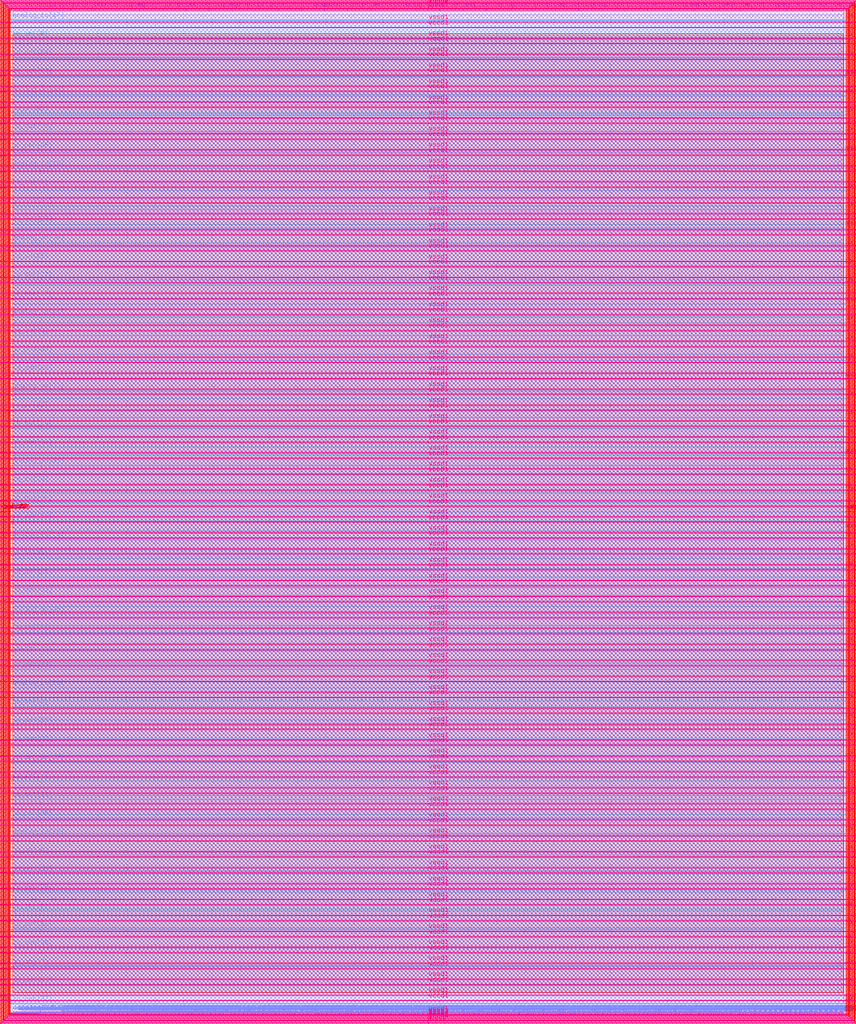
<source format=lef>
VERSION 5.7 ;
  NOWIREEXTENSIONATPIN ON ;
  DIVIDERCHAR "/" ;
  BUSBITCHARS "[]" ;
MACRO user_project_wrapper
  CLASS BLOCK ;
  FOREIGN user_project_wrapper ;
  ORIGIN 0.000 0.000 ;
  SIZE 2920.000 BY 3520.000 ;
  PIN analog_io[0]
    DIRECTION INOUT ;
    USE SIGNAL ;
    PORT
      LAYER met3 ;
        RECT 2917.600 1426.380 2924.800 1427.580 ;
    END
  END analog_io[0]
  PIN analog_io[10]
    DIRECTION INOUT ;
    USE SIGNAL ;
    PORT
      LAYER met2 ;
        RECT 2230.490 3517.600 2231.050 3524.800 ;
    END
  END analog_io[10]
  PIN analog_io[11]
    DIRECTION INOUT ;
    USE SIGNAL ;
    PORT
      LAYER met2 ;
        RECT 1905.730 3517.600 1906.290 3524.800 ;
    END
  END analog_io[11]
  PIN analog_io[12]
    DIRECTION INOUT ;
    USE SIGNAL ;
    PORT
      LAYER met2 ;
        RECT 1581.430 3517.600 1581.990 3524.800 ;
    END
  END analog_io[12]
  PIN analog_io[13]
    DIRECTION INOUT ;
    USE SIGNAL ;
    PORT
      LAYER met2 ;
        RECT 1257.130 3517.600 1257.690 3524.800 ;
    END
  END analog_io[13]
  PIN analog_io[14]
    DIRECTION INOUT ;
    USE SIGNAL ;
    PORT
      LAYER met2 ;
        RECT 932.370 3517.600 932.930 3524.800 ;
    END
  END analog_io[14]
  PIN analog_io[15]
    DIRECTION INOUT ;
    USE SIGNAL ;
    PORT
      LAYER met2 ;
        RECT 608.070 3517.600 608.630 3524.800 ;
    END
  END analog_io[15]
  PIN analog_io[16]
    DIRECTION INOUT ;
    USE SIGNAL ;
    PORT
      LAYER met2 ;
        RECT 283.770 3517.600 284.330 3524.800 ;
    END
  END analog_io[16]
  PIN analog_io[17]
    DIRECTION INOUT ;
    USE SIGNAL ;
    PORT
      LAYER met3 ;
        RECT -4.800 3486.100 2.400 3487.300 ;
    END
  END analog_io[17]
  PIN analog_io[18]
    DIRECTION INOUT ;
    USE SIGNAL ;
    PORT
      LAYER met3 ;
        RECT -4.800 3224.980 2.400 3226.180 ;
    END
  END analog_io[18]
  PIN analog_io[19]
    DIRECTION INOUT ;
    USE SIGNAL ;
    PORT
      LAYER met3 ;
        RECT -4.800 2964.540 2.400 2965.740 ;
    END
  END analog_io[19]
  PIN analog_io[1]
    DIRECTION INOUT ;
    USE SIGNAL ;
    PORT
      LAYER met3 ;
        RECT 2917.600 1692.260 2924.800 1693.460 ;
    END
  END analog_io[1]
  PIN analog_io[20]
    DIRECTION INOUT ;
    USE SIGNAL ;
    PORT
      LAYER met3 ;
        RECT -4.800 2703.420 2.400 2704.620 ;
    END
  END analog_io[20]
  PIN analog_io[21]
    DIRECTION INOUT ;
    USE SIGNAL ;
    PORT
      LAYER met3 ;
        RECT -4.800 2442.980 2.400 2444.180 ;
    END
  END analog_io[21]
  PIN analog_io[22]
    DIRECTION INOUT ;
    USE SIGNAL ;
    PORT
      LAYER met3 ;
        RECT -4.800 2182.540 2.400 2183.740 ;
    END
  END analog_io[22]
  PIN analog_io[23]
    DIRECTION INOUT ;
    USE SIGNAL ;
    PORT
      LAYER met3 ;
        RECT -4.800 1921.420 2.400 1922.620 ;
    END
  END analog_io[23]
  PIN analog_io[24]
    DIRECTION INOUT ;
    USE SIGNAL ;
    PORT
      LAYER met3 ;
        RECT -4.800 1660.980 2.400 1662.180 ;
    END
  END analog_io[24]
  PIN analog_io[25]
    DIRECTION INOUT ;
    USE SIGNAL ;
    PORT
      LAYER met3 ;
        RECT -4.800 1399.860 2.400 1401.060 ;
    END
  END analog_io[25]
  PIN analog_io[26]
    DIRECTION INOUT ;
    USE SIGNAL ;
    PORT
      LAYER met3 ;
        RECT -4.800 1139.420 2.400 1140.620 ;
    END
  END analog_io[26]
  PIN analog_io[27]
    DIRECTION INOUT ;
    USE SIGNAL ;
    PORT
      LAYER met3 ;
        RECT -4.800 878.980 2.400 880.180 ;
    END
  END analog_io[27]
  PIN analog_io[28]
    DIRECTION INOUT ;
    USE SIGNAL ;
    PORT
      LAYER met3 ;
        RECT -4.800 617.860 2.400 619.060 ;
    END
  END analog_io[28]
  PIN analog_io[2]
    DIRECTION INOUT ;
    USE SIGNAL ;
    PORT
      LAYER met3 ;
        RECT 2917.600 1958.140 2924.800 1959.340 ;
    END
  END analog_io[2]
  PIN analog_io[3]
    DIRECTION INOUT ;
    USE SIGNAL ;
    PORT
      LAYER met3 ;
        RECT 2917.600 2223.340 2924.800 2224.540 ;
    END
  END analog_io[3]
  PIN analog_io[4]
    DIRECTION INOUT ;
    USE SIGNAL ;
    PORT
      LAYER met3 ;
        RECT 2917.600 2489.220 2924.800 2490.420 ;
    END
  END analog_io[4]
  PIN analog_io[5]
    DIRECTION INOUT ;
    USE SIGNAL ;
    PORT
      LAYER met3 ;
        RECT 2917.600 2755.100 2924.800 2756.300 ;
    END
  END analog_io[5]
  PIN analog_io[6]
    DIRECTION INOUT ;
    USE SIGNAL ;
    PORT
      LAYER met3 ;
        RECT 2917.600 3020.300 2924.800 3021.500 ;
    END
  END analog_io[6]
  PIN analog_io[7]
    DIRECTION INOUT ;
    USE SIGNAL ;
    PORT
      LAYER met3 ;
        RECT 2917.600 3286.180 2924.800 3287.380 ;
    END
  END analog_io[7]
  PIN analog_io[8]
    DIRECTION INOUT ;
    USE SIGNAL ;
    PORT
      LAYER met2 ;
        RECT 2879.090 3517.600 2879.650 3524.800 ;
    END
  END analog_io[8]
  PIN analog_io[9]
    DIRECTION INOUT ;
    USE SIGNAL ;
    PORT
      LAYER met2 ;
        RECT 2554.790 3517.600 2555.350 3524.800 ;
    END
  END analog_io[9]
  PIN io_in[0]
    DIRECTION INPUT ;
    USE SIGNAL ;
    PORT
      LAYER met3 ;
        RECT 2917.600 32.380 2924.800 33.580 ;
    END
  END io_in[0]
  PIN io_in[10]
    DIRECTION INPUT ;
    USE SIGNAL ;
    PORT
      LAYER met3 ;
        RECT 2917.600 2289.980 2924.800 2291.180 ;
    END
  END io_in[10]
  PIN io_in[11]
    DIRECTION INPUT ;
    USE SIGNAL ;
    PORT
      LAYER met3 ;
        RECT 2917.600 2555.860 2924.800 2557.060 ;
    END
  END io_in[11]
  PIN io_in[12]
    DIRECTION INPUT ;
    USE SIGNAL ;
    PORT
      LAYER met3 ;
        RECT 2917.600 2821.060 2924.800 2822.260 ;
    END
  END io_in[12]
  PIN io_in[13]
    DIRECTION INPUT ;
    USE SIGNAL ;
    PORT
      LAYER met3 ;
        RECT 2917.600 3086.940 2924.800 3088.140 ;
    END
  END io_in[13]
  PIN io_in[14]
    DIRECTION INPUT ;
    USE SIGNAL ;
    PORT
      LAYER met3 ;
        RECT 2917.600 3352.820 2924.800 3354.020 ;
    END
  END io_in[14]
  PIN io_in[15]
    DIRECTION INPUT ;
    USE SIGNAL ;
    PORT
      LAYER met2 ;
        RECT 2798.130 3517.600 2798.690 3524.800 ;
    END
  END io_in[15]
  PIN io_in[16]
    DIRECTION INPUT ;
    USE SIGNAL ;
    PORT
      LAYER met2 ;
        RECT 2473.830 3517.600 2474.390 3524.800 ;
    END
  END io_in[16]
  PIN io_in[17]
    DIRECTION INPUT ;
    USE SIGNAL ;
    PORT
      LAYER met2 ;
        RECT 2149.070 3517.600 2149.630 3524.800 ;
    END
  END io_in[17]
  PIN io_in[18]
    DIRECTION INPUT ;
    USE SIGNAL ;
    PORT
      LAYER met2 ;
        RECT 1824.770 3517.600 1825.330 3524.800 ;
    END
  END io_in[18]
  PIN io_in[19]
    DIRECTION INPUT ;
    USE SIGNAL ;
    PORT
      LAYER met2 ;
        RECT 1500.470 3517.600 1501.030 3524.800 ;
    END
  END io_in[19]
  PIN io_in[1]
    DIRECTION INPUT ;
    USE SIGNAL ;
    PORT
      LAYER met3 ;
        RECT 2917.600 230.940 2924.800 232.140 ;
    END
  END io_in[1]
  PIN io_in[20]
    DIRECTION INPUT ;
    USE SIGNAL ;
    PORT
      LAYER met2 ;
        RECT 1175.710 3517.600 1176.270 3524.800 ;
    END
  END io_in[20]
  PIN io_in[21]
    DIRECTION INPUT ;
    USE SIGNAL ;
    PORT
      LAYER met2 ;
        RECT 851.410 3517.600 851.970 3524.800 ;
    END
  END io_in[21]
  PIN io_in[22]
    DIRECTION INPUT ;
    USE SIGNAL ;
    PORT
      LAYER met2 ;
        RECT 527.110 3517.600 527.670 3524.800 ;
    END
  END io_in[22]
  PIN io_in[23]
    DIRECTION INPUT ;
    USE SIGNAL ;
    PORT
      LAYER met2 ;
        RECT 202.350 3517.600 202.910 3524.800 ;
    END
  END io_in[23]
  PIN io_in[24]
    DIRECTION INPUT ;
    USE SIGNAL ;
    PORT
      LAYER met3 ;
        RECT -4.800 3420.820 2.400 3422.020 ;
    END
  END io_in[24]
  PIN io_in[25]
    DIRECTION INPUT ;
    USE SIGNAL ;
    PORT
      LAYER met3 ;
        RECT -4.800 3159.700 2.400 3160.900 ;
    END
  END io_in[25]
  PIN io_in[26]
    DIRECTION INPUT ;
    USE SIGNAL ;
    PORT
      LAYER met3 ;
        RECT -4.800 2899.260 2.400 2900.460 ;
    END
  END io_in[26]
  PIN io_in[27]
    DIRECTION INPUT ;
    USE SIGNAL ;
    PORT
      LAYER met3 ;
        RECT -4.800 2638.820 2.400 2640.020 ;
    END
  END io_in[27]
  PIN io_in[28]
    DIRECTION INPUT ;
    USE SIGNAL ;
    PORT
      LAYER met3 ;
        RECT -4.800 2377.700 2.400 2378.900 ;
    END
  END io_in[28]
  PIN io_in[29]
    DIRECTION INPUT ;
    USE SIGNAL ;
    PORT
      LAYER met3 ;
        RECT -4.800 2117.260 2.400 2118.460 ;
    END
  END io_in[29]
  PIN io_in[2]
    DIRECTION INPUT ;
    USE SIGNAL ;
    PORT
      LAYER met3 ;
        RECT 2917.600 430.180 2924.800 431.380 ;
    END
  END io_in[2]
  PIN io_in[30]
    DIRECTION INPUT ;
    USE SIGNAL ;
    PORT
      LAYER met3 ;
        RECT -4.800 1856.140 2.400 1857.340 ;
    END
  END io_in[30]
  PIN io_in[31]
    DIRECTION INPUT ;
    USE SIGNAL ;
    PORT
      LAYER met3 ;
        RECT -4.800 1595.700 2.400 1596.900 ;
    END
  END io_in[31]
  PIN io_in[32]
    DIRECTION INPUT ;
    USE SIGNAL ;
    PORT
      LAYER met3 ;
        RECT -4.800 1335.260 2.400 1336.460 ;
    END
  END io_in[32]
  PIN io_in[33]
    DIRECTION INPUT ;
    USE SIGNAL ;
    PORT
      LAYER met3 ;
        RECT -4.800 1074.140 2.400 1075.340 ;
    END
  END io_in[33]
  PIN io_in[34]
    DIRECTION INPUT ;
    USE SIGNAL ;
    PORT
      LAYER met3 ;
        RECT -4.800 813.700 2.400 814.900 ;
    END
  END io_in[34]
  PIN io_in[35]
    DIRECTION INPUT ;
    USE SIGNAL ;
    PORT
      LAYER met3 ;
        RECT -4.800 552.580 2.400 553.780 ;
    END
  END io_in[35]
  PIN io_in[36]
    DIRECTION INPUT ;
    USE SIGNAL ;
    PORT
      LAYER met3 ;
        RECT -4.800 357.420 2.400 358.620 ;
    END
  END io_in[36]
  PIN io_in[37]
    DIRECTION INPUT ;
    USE SIGNAL ;
    PORT
      LAYER met3 ;
        RECT -4.800 161.580 2.400 162.780 ;
    END
  END io_in[37]
  PIN io_in[3]
    DIRECTION INPUT ;
    USE SIGNAL ;
    PORT
      LAYER met3 ;
        RECT 2917.600 629.420 2924.800 630.620 ;
    END
  END io_in[3]
  PIN io_in[4]
    DIRECTION INPUT ;
    USE SIGNAL ;
    PORT
      LAYER met3 ;
        RECT 2917.600 828.660 2924.800 829.860 ;
    END
  END io_in[4]
  PIN io_in[5]
    DIRECTION INPUT ;
    USE SIGNAL ;
    PORT
      LAYER met3 ;
        RECT 2917.600 1027.900 2924.800 1029.100 ;
    END
  END io_in[5]
  PIN io_in[6]
    DIRECTION INPUT ;
    USE SIGNAL ;
    PORT
      LAYER met3 ;
        RECT 2917.600 1227.140 2924.800 1228.340 ;
    END
  END io_in[6]
  PIN io_in[7]
    DIRECTION INPUT ;
    USE SIGNAL ;
    PORT
      LAYER met3 ;
        RECT 2917.600 1493.020 2924.800 1494.220 ;
    END
  END io_in[7]
  PIN io_in[8]
    DIRECTION INPUT ;
    USE SIGNAL ;
    PORT
      LAYER met3 ;
        RECT 2917.600 1758.900 2924.800 1760.100 ;
    END
  END io_in[8]
  PIN io_in[9]
    DIRECTION INPUT ;
    USE SIGNAL ;
    PORT
      LAYER met3 ;
        RECT 2917.600 2024.100 2924.800 2025.300 ;
    END
  END io_in[9]
  PIN io_oeb[0]
    DIRECTION OUTPUT TRISTATE ;
    USE SIGNAL ;
    PORT
      LAYER met3 ;
        RECT 2917.600 164.980 2924.800 166.180 ;
    END
  END io_oeb[0]
  PIN io_oeb[10]
    DIRECTION OUTPUT TRISTATE ;
    USE SIGNAL ;
    PORT
      LAYER met3 ;
        RECT 2917.600 2422.580 2924.800 2423.780 ;
    END
  END io_oeb[10]
  PIN io_oeb[11]
    DIRECTION OUTPUT TRISTATE ;
    USE SIGNAL ;
    PORT
      LAYER met3 ;
        RECT 2917.600 2688.460 2924.800 2689.660 ;
    END
  END io_oeb[11]
  PIN io_oeb[12]
    DIRECTION OUTPUT TRISTATE ;
    USE SIGNAL ;
    PORT
      LAYER met3 ;
        RECT 2917.600 2954.340 2924.800 2955.540 ;
    END
  END io_oeb[12]
  PIN io_oeb[13]
    DIRECTION OUTPUT TRISTATE ;
    USE SIGNAL ;
    PORT
      LAYER met3 ;
        RECT 2917.600 3219.540 2924.800 3220.740 ;
    END
  END io_oeb[13]
  PIN io_oeb[14]
    DIRECTION OUTPUT TRISTATE ;
    USE SIGNAL ;
    PORT
      LAYER met3 ;
        RECT 2917.600 3485.420 2924.800 3486.620 ;
    END
  END io_oeb[14]
  PIN io_oeb[15]
    DIRECTION OUTPUT TRISTATE ;
    USE SIGNAL ;
    PORT
      LAYER met2 ;
        RECT 2635.750 3517.600 2636.310 3524.800 ;
    END
  END io_oeb[15]
  PIN io_oeb[16]
    DIRECTION OUTPUT TRISTATE ;
    USE SIGNAL ;
    PORT
      LAYER met2 ;
        RECT 2311.450 3517.600 2312.010 3524.800 ;
    END
  END io_oeb[16]
  PIN io_oeb[17]
    DIRECTION OUTPUT TRISTATE ;
    USE SIGNAL ;
    PORT
      LAYER met2 ;
        RECT 1987.150 3517.600 1987.710 3524.800 ;
    END
  END io_oeb[17]
  PIN io_oeb[18]
    DIRECTION OUTPUT TRISTATE ;
    USE SIGNAL ;
    PORT
      LAYER met2 ;
        RECT 1662.390 3517.600 1662.950 3524.800 ;
    END
  END io_oeb[18]
  PIN io_oeb[19]
    DIRECTION OUTPUT TRISTATE ;
    USE SIGNAL ;
    PORT
      LAYER met2 ;
        RECT 1338.090 3517.600 1338.650 3524.800 ;
    END
  END io_oeb[19]
  PIN io_oeb[1]
    DIRECTION OUTPUT TRISTATE ;
    USE SIGNAL ;
    PORT
      LAYER met3 ;
        RECT 2917.600 364.220 2924.800 365.420 ;
    END
  END io_oeb[1]
  PIN io_oeb[20]
    DIRECTION OUTPUT TRISTATE ;
    USE SIGNAL ;
    PORT
      LAYER met2 ;
        RECT 1013.790 3517.600 1014.350 3524.800 ;
    END
  END io_oeb[20]
  PIN io_oeb[21]
    DIRECTION OUTPUT TRISTATE ;
    USE SIGNAL ;
    PORT
      LAYER met2 ;
        RECT 689.030 3517.600 689.590 3524.800 ;
    END
  END io_oeb[21]
  PIN io_oeb[22]
    DIRECTION OUTPUT TRISTATE ;
    USE SIGNAL ;
    PORT
      LAYER met2 ;
        RECT 364.730 3517.600 365.290 3524.800 ;
    END
  END io_oeb[22]
  PIN io_oeb[23]
    DIRECTION OUTPUT TRISTATE ;
    USE SIGNAL ;
    PORT
      LAYER met2 ;
        RECT 40.430 3517.600 40.990 3524.800 ;
    END
  END io_oeb[23]
  PIN io_oeb[24]
    DIRECTION OUTPUT TRISTATE ;
    USE SIGNAL ;
    PORT
      LAYER met3 ;
        RECT -4.800 3290.260 2.400 3291.460 ;
    END
  END io_oeb[24]
  PIN io_oeb[25]
    DIRECTION OUTPUT TRISTATE ;
    USE SIGNAL ;
    PORT
      LAYER met3 ;
        RECT -4.800 3029.820 2.400 3031.020 ;
    END
  END io_oeb[25]
  PIN io_oeb[26]
    DIRECTION OUTPUT TRISTATE ;
    USE SIGNAL ;
    PORT
      LAYER met3 ;
        RECT -4.800 2768.700 2.400 2769.900 ;
    END
  END io_oeb[26]
  PIN io_oeb[27]
    DIRECTION OUTPUT TRISTATE ;
    USE SIGNAL ;
    PORT
      LAYER met3 ;
        RECT -4.800 2508.260 2.400 2509.460 ;
    END
  END io_oeb[27]
  PIN io_oeb[28]
    DIRECTION OUTPUT TRISTATE ;
    USE SIGNAL ;
    PORT
      LAYER met3 ;
        RECT -4.800 2247.140 2.400 2248.340 ;
    END
  END io_oeb[28]
  PIN io_oeb[29]
    DIRECTION OUTPUT TRISTATE ;
    USE SIGNAL ;
    PORT
      LAYER met3 ;
        RECT -4.800 1986.700 2.400 1987.900 ;
    END
  END io_oeb[29]
  PIN io_oeb[2]
    DIRECTION OUTPUT TRISTATE ;
    USE SIGNAL ;
    PORT
      LAYER met3 ;
        RECT 2917.600 563.460 2924.800 564.660 ;
    END
  END io_oeb[2]
  PIN io_oeb[30]
    DIRECTION OUTPUT TRISTATE ;
    USE SIGNAL ;
    PORT
      LAYER met3 ;
        RECT -4.800 1726.260 2.400 1727.460 ;
    END
  END io_oeb[30]
  PIN io_oeb[31]
    DIRECTION OUTPUT TRISTATE ;
    USE SIGNAL ;
    PORT
      LAYER met3 ;
        RECT -4.800 1465.140 2.400 1466.340 ;
    END
  END io_oeb[31]
  PIN io_oeb[32]
    DIRECTION OUTPUT TRISTATE ;
    USE SIGNAL ;
    PORT
      LAYER met3 ;
        RECT -4.800 1204.700 2.400 1205.900 ;
    END
  END io_oeb[32]
  PIN io_oeb[33]
    DIRECTION OUTPUT TRISTATE ;
    USE SIGNAL ;
    PORT
      LAYER met3 ;
        RECT -4.800 943.580 2.400 944.780 ;
    END
  END io_oeb[33]
  PIN io_oeb[34]
    DIRECTION OUTPUT TRISTATE ;
    USE SIGNAL ;
    PORT
      LAYER met3 ;
        RECT -4.800 683.140 2.400 684.340 ;
    END
  END io_oeb[34]
  PIN io_oeb[35]
    DIRECTION OUTPUT TRISTATE ;
    USE SIGNAL ;
    PORT
      LAYER met3 ;
        RECT -4.800 422.700 2.400 423.900 ;
    END
  END io_oeb[35]
  PIN io_oeb[36]
    DIRECTION OUTPUT TRISTATE ;
    USE SIGNAL ;
    PORT
      LAYER met3 ;
        RECT -4.800 226.860 2.400 228.060 ;
    END
  END io_oeb[36]
  PIN io_oeb[37]
    DIRECTION OUTPUT TRISTATE ;
    USE SIGNAL ;
    PORT
      LAYER met3 ;
        RECT -4.800 31.700 2.400 32.900 ;
    END
  END io_oeb[37]
  PIN io_oeb[3]
    DIRECTION OUTPUT TRISTATE ;
    USE SIGNAL ;
    PORT
      LAYER met3 ;
        RECT 2917.600 762.700 2924.800 763.900 ;
    END
  END io_oeb[3]
  PIN io_oeb[4]
    DIRECTION OUTPUT TRISTATE ;
    USE SIGNAL ;
    PORT
      LAYER met3 ;
        RECT 2917.600 961.940 2924.800 963.140 ;
    END
  END io_oeb[4]
  PIN io_oeb[5]
    DIRECTION OUTPUT TRISTATE ;
    USE SIGNAL ;
    PORT
      LAYER met3 ;
        RECT 2917.600 1161.180 2924.800 1162.380 ;
    END
  END io_oeb[5]
  PIN io_oeb[6]
    DIRECTION OUTPUT TRISTATE ;
    USE SIGNAL ;
    PORT
      LAYER met3 ;
        RECT 2917.600 1360.420 2924.800 1361.620 ;
    END
  END io_oeb[6]
  PIN io_oeb[7]
    DIRECTION OUTPUT TRISTATE ;
    USE SIGNAL ;
    PORT
      LAYER met3 ;
        RECT 2917.600 1625.620 2924.800 1626.820 ;
    END
  END io_oeb[7]
  PIN io_oeb[8]
    DIRECTION OUTPUT TRISTATE ;
    USE SIGNAL ;
    PORT
      LAYER met3 ;
        RECT 2917.600 1891.500 2924.800 1892.700 ;
    END
  END io_oeb[8]
  PIN io_oeb[9]
    DIRECTION OUTPUT TRISTATE ;
    USE SIGNAL ;
    PORT
      LAYER met3 ;
        RECT 2917.600 2157.380 2924.800 2158.580 ;
    END
  END io_oeb[9]
  PIN io_out[0]
    DIRECTION OUTPUT TRISTATE ;
    USE SIGNAL ;
    PORT
      LAYER met3 ;
        RECT 2917.600 98.340 2924.800 99.540 ;
    END
  END io_out[0]
  PIN io_out[10]
    DIRECTION OUTPUT TRISTATE ;
    USE SIGNAL ;
    PORT
      LAYER met3 ;
        RECT 2917.600 2356.620 2924.800 2357.820 ;
    END
  END io_out[10]
  PIN io_out[11]
    DIRECTION OUTPUT TRISTATE ;
    USE SIGNAL ;
    PORT
      LAYER met3 ;
        RECT 2917.600 2621.820 2924.800 2623.020 ;
    END
  END io_out[11]
  PIN io_out[12]
    DIRECTION OUTPUT TRISTATE ;
    USE SIGNAL ;
    PORT
      LAYER met3 ;
        RECT 2917.600 2887.700 2924.800 2888.900 ;
    END
  END io_out[12]
  PIN io_out[13]
    DIRECTION OUTPUT TRISTATE ;
    USE SIGNAL ;
    PORT
      LAYER met3 ;
        RECT 2917.600 3153.580 2924.800 3154.780 ;
    END
  END io_out[13]
  PIN io_out[14]
    DIRECTION OUTPUT TRISTATE ;
    USE SIGNAL ;
    PORT
      LAYER met3 ;
        RECT 2917.600 3418.780 2924.800 3419.980 ;
    END
  END io_out[14]
  PIN io_out[15]
    DIRECTION OUTPUT TRISTATE ;
    USE SIGNAL ;
    PORT
      LAYER met2 ;
        RECT 2717.170 3517.600 2717.730 3524.800 ;
    END
  END io_out[15]
  PIN io_out[16]
    DIRECTION OUTPUT TRISTATE ;
    USE SIGNAL ;
    PORT
      LAYER met2 ;
        RECT 2392.410 3517.600 2392.970 3524.800 ;
    END
  END io_out[16]
  PIN io_out[17]
    DIRECTION OUTPUT TRISTATE ;
    USE SIGNAL ;
    PORT
      LAYER met2 ;
        RECT 2068.110 3517.600 2068.670 3524.800 ;
    END
  END io_out[17]
  PIN io_out[18]
    DIRECTION OUTPUT TRISTATE ;
    USE SIGNAL ;
    PORT
      LAYER met2 ;
        RECT 1743.810 3517.600 1744.370 3524.800 ;
    END
  END io_out[18]
  PIN io_out[19]
    DIRECTION OUTPUT TRISTATE ;
    USE SIGNAL ;
    PORT
      LAYER met2 ;
        RECT 1419.050 3517.600 1419.610 3524.800 ;
    END
  END io_out[19]
  PIN io_out[1]
    DIRECTION OUTPUT TRISTATE ;
    USE SIGNAL ;
    PORT
      LAYER met3 ;
        RECT 2917.600 297.580 2924.800 298.780 ;
    END
  END io_out[1]
  PIN io_out[20]
    DIRECTION OUTPUT TRISTATE ;
    USE SIGNAL ;
    PORT
      LAYER met2 ;
        RECT 1094.750 3517.600 1095.310 3524.800 ;
    END
  END io_out[20]
  PIN io_out[21]
    DIRECTION OUTPUT TRISTATE ;
    USE SIGNAL ;
    PORT
      LAYER met2 ;
        RECT 770.450 3517.600 771.010 3524.800 ;
    END
  END io_out[21]
  PIN io_out[22]
    DIRECTION OUTPUT TRISTATE ;
    USE SIGNAL ;
    PORT
      LAYER met2 ;
        RECT 445.690 3517.600 446.250 3524.800 ;
    END
  END io_out[22]
  PIN io_out[23]
    DIRECTION OUTPUT TRISTATE ;
    USE SIGNAL ;
    PORT
      LAYER met2 ;
        RECT 121.390 3517.600 121.950 3524.800 ;
    END
  END io_out[23]
  PIN io_out[24]
    DIRECTION OUTPUT TRISTATE ;
    USE SIGNAL ;
    PORT
      LAYER met3 ;
        RECT -4.800 3355.540 2.400 3356.740 ;
    END
  END io_out[24]
  PIN io_out[25]
    DIRECTION OUTPUT TRISTATE ;
    USE SIGNAL ;
    PORT
      LAYER met3 ;
        RECT -4.800 3095.100 2.400 3096.300 ;
    END
  END io_out[25]
  PIN io_out[26]
    DIRECTION OUTPUT TRISTATE ;
    USE SIGNAL ;
    PORT
      LAYER met3 ;
        RECT -4.800 2833.980 2.400 2835.180 ;
    END
  END io_out[26]
  PIN io_out[27]
    DIRECTION OUTPUT TRISTATE ;
    USE SIGNAL ;
    PORT
      LAYER met3 ;
        RECT -4.800 2573.540 2.400 2574.740 ;
    END
  END io_out[27]
  PIN io_out[28]
    DIRECTION OUTPUT TRISTATE ;
    USE SIGNAL ;
    PORT
      LAYER met3 ;
        RECT -4.800 2312.420 2.400 2313.620 ;
    END
  END io_out[28]
  PIN io_out[29]
    DIRECTION OUTPUT TRISTATE ;
    USE SIGNAL ;
    PORT
      LAYER met3 ;
        RECT -4.800 2051.980 2.400 2053.180 ;
    END
  END io_out[29]
  PIN io_out[2]
    DIRECTION OUTPUT TRISTATE ;
    USE SIGNAL ;
    PORT
      LAYER met3 ;
        RECT 2917.600 496.820 2924.800 498.020 ;
    END
  END io_out[2]
  PIN io_out[30]
    DIRECTION OUTPUT TRISTATE ;
    USE SIGNAL ;
    PORT
      LAYER met3 ;
        RECT -4.800 1791.540 2.400 1792.740 ;
    END
  END io_out[30]
  PIN io_out[31]
    DIRECTION OUTPUT TRISTATE ;
    USE SIGNAL ;
    PORT
      LAYER met3 ;
        RECT -4.800 1530.420 2.400 1531.620 ;
    END
  END io_out[31]
  PIN io_out[32]
    DIRECTION OUTPUT TRISTATE ;
    USE SIGNAL ;
    PORT
      LAYER met3 ;
        RECT -4.800 1269.980 2.400 1271.180 ;
    END
  END io_out[32]
  PIN io_out[33]
    DIRECTION OUTPUT TRISTATE ;
    USE SIGNAL ;
    PORT
      LAYER met3 ;
        RECT -4.800 1008.860 2.400 1010.060 ;
    END
  END io_out[33]
  PIN io_out[34]
    DIRECTION OUTPUT TRISTATE ;
    USE SIGNAL ;
    PORT
      LAYER met3 ;
        RECT -4.800 748.420 2.400 749.620 ;
    END
  END io_out[34]
  PIN io_out[35]
    DIRECTION OUTPUT TRISTATE ;
    USE SIGNAL ;
    PORT
      LAYER met3 ;
        RECT -4.800 487.300 2.400 488.500 ;
    END
  END io_out[35]
  PIN io_out[36]
    DIRECTION OUTPUT TRISTATE ;
    USE SIGNAL ;
    PORT
      LAYER met3 ;
        RECT -4.800 292.140 2.400 293.340 ;
    END
  END io_out[36]
  PIN io_out[37]
    DIRECTION OUTPUT TRISTATE ;
    USE SIGNAL ;
    PORT
      LAYER met3 ;
        RECT -4.800 96.300 2.400 97.500 ;
    END
  END io_out[37]
  PIN io_out[3]
    DIRECTION OUTPUT TRISTATE ;
    USE SIGNAL ;
    PORT
      LAYER met3 ;
        RECT 2917.600 696.060 2924.800 697.260 ;
    END
  END io_out[3]
  PIN io_out[4]
    DIRECTION OUTPUT TRISTATE ;
    USE SIGNAL ;
    PORT
      LAYER met3 ;
        RECT 2917.600 895.300 2924.800 896.500 ;
    END
  END io_out[4]
  PIN io_out[5]
    DIRECTION OUTPUT TRISTATE ;
    USE SIGNAL ;
    PORT
      LAYER met3 ;
        RECT 2917.600 1094.540 2924.800 1095.740 ;
    END
  END io_out[5]
  PIN io_out[6]
    DIRECTION OUTPUT TRISTATE ;
    USE SIGNAL ;
    PORT
      LAYER met3 ;
        RECT 2917.600 1293.780 2924.800 1294.980 ;
    END
  END io_out[6]
  PIN io_out[7]
    DIRECTION OUTPUT TRISTATE ;
    USE SIGNAL ;
    PORT
      LAYER met3 ;
        RECT 2917.600 1559.660 2924.800 1560.860 ;
    END
  END io_out[7]
  PIN io_out[8]
    DIRECTION OUTPUT TRISTATE ;
    USE SIGNAL ;
    PORT
      LAYER met3 ;
        RECT 2917.600 1824.860 2924.800 1826.060 ;
    END
  END io_out[8]
  PIN io_out[9]
    DIRECTION OUTPUT TRISTATE ;
    USE SIGNAL ;
    PORT
      LAYER met3 ;
        RECT 2917.600 2090.740 2924.800 2091.940 ;
    END
  END io_out[9]
  PIN la_data_in[0]
    DIRECTION INPUT ;
    USE SIGNAL ;
    PORT
      LAYER met2 ;
        RECT 629.230 -4.800 629.790 2.400 ;
    END
  END la_data_in[0]
  PIN la_data_in[100]
    DIRECTION INPUT ;
    USE SIGNAL ;
    PORT
      LAYER met2 ;
        RECT 2402.530 -4.800 2403.090 2.400 ;
    END
  END la_data_in[100]
  PIN la_data_in[101]
    DIRECTION INPUT ;
    USE SIGNAL ;
    PORT
      LAYER met2 ;
        RECT 2420.010 -4.800 2420.570 2.400 ;
    END
  END la_data_in[101]
  PIN la_data_in[102]
    DIRECTION INPUT ;
    USE SIGNAL ;
    PORT
      LAYER met2 ;
        RECT 2437.950 -4.800 2438.510 2.400 ;
    END
  END la_data_in[102]
  PIN la_data_in[103]
    DIRECTION INPUT ;
    USE SIGNAL ;
    PORT
      LAYER met2 ;
        RECT 2455.430 -4.800 2455.990 2.400 ;
    END
  END la_data_in[103]
  PIN la_data_in[104]
    DIRECTION INPUT ;
    USE SIGNAL ;
    PORT
      LAYER met2 ;
        RECT 2473.370 -4.800 2473.930 2.400 ;
    END
  END la_data_in[104]
  PIN la_data_in[105]
    DIRECTION INPUT ;
    USE SIGNAL ;
    PORT
      LAYER met2 ;
        RECT 2490.850 -4.800 2491.410 2.400 ;
    END
  END la_data_in[105]
  PIN la_data_in[106]
    DIRECTION INPUT ;
    USE SIGNAL ;
    PORT
      LAYER met2 ;
        RECT 2508.790 -4.800 2509.350 2.400 ;
    END
  END la_data_in[106]
  PIN la_data_in[107]
    DIRECTION INPUT ;
    USE SIGNAL ;
    PORT
      LAYER met2 ;
        RECT 2526.730 -4.800 2527.290 2.400 ;
    END
  END la_data_in[107]
  PIN la_data_in[108]
    DIRECTION INPUT ;
    USE SIGNAL ;
    PORT
      LAYER met2 ;
        RECT 2544.210 -4.800 2544.770 2.400 ;
    END
  END la_data_in[108]
  PIN la_data_in[109]
    DIRECTION INPUT ;
    USE SIGNAL ;
    PORT
      LAYER met2 ;
        RECT 2562.150 -4.800 2562.710 2.400 ;
    END
  END la_data_in[109]
  PIN la_data_in[10]
    DIRECTION INPUT ;
    USE SIGNAL ;
    PORT
      LAYER met2 ;
        RECT 806.330 -4.800 806.890 2.400 ;
    END
  END la_data_in[10]
  PIN la_data_in[110]
    DIRECTION INPUT ;
    USE SIGNAL ;
    PORT
      LAYER met2 ;
        RECT 2579.630 -4.800 2580.190 2.400 ;
    END
  END la_data_in[110]
  PIN la_data_in[111]
    DIRECTION INPUT ;
    USE SIGNAL ;
    PORT
      LAYER met2 ;
        RECT 2597.570 -4.800 2598.130 2.400 ;
    END
  END la_data_in[111]
  PIN la_data_in[112]
    DIRECTION INPUT ;
    USE SIGNAL ;
    PORT
      LAYER met2 ;
        RECT 2615.050 -4.800 2615.610 2.400 ;
    END
  END la_data_in[112]
  PIN la_data_in[113]
    DIRECTION INPUT ;
    USE SIGNAL ;
    PORT
      LAYER met2 ;
        RECT 2632.990 -4.800 2633.550 2.400 ;
    END
  END la_data_in[113]
  PIN la_data_in[114]
    DIRECTION INPUT ;
    USE SIGNAL ;
    PORT
      LAYER met2 ;
        RECT 2650.470 -4.800 2651.030 2.400 ;
    END
  END la_data_in[114]
  PIN la_data_in[115]
    DIRECTION INPUT ;
    USE SIGNAL ;
    PORT
      LAYER met2 ;
        RECT 2668.410 -4.800 2668.970 2.400 ;
    END
  END la_data_in[115]
  PIN la_data_in[116]
    DIRECTION INPUT ;
    USE SIGNAL ;
    PORT
      LAYER met2 ;
        RECT 2685.890 -4.800 2686.450 2.400 ;
    END
  END la_data_in[116]
  PIN la_data_in[117]
    DIRECTION INPUT ;
    USE SIGNAL ;
    PORT
      LAYER met2 ;
        RECT 2703.830 -4.800 2704.390 2.400 ;
    END
  END la_data_in[117]
  PIN la_data_in[118]
    DIRECTION INPUT ;
    USE SIGNAL ;
    PORT
      LAYER met2 ;
        RECT 2721.770 -4.800 2722.330 2.400 ;
    END
  END la_data_in[118]
  PIN la_data_in[119]
    DIRECTION INPUT ;
    USE SIGNAL ;
    PORT
      LAYER met2 ;
        RECT 2739.250 -4.800 2739.810 2.400 ;
    END
  END la_data_in[119]
  PIN la_data_in[11]
    DIRECTION INPUT ;
    USE SIGNAL ;
    PORT
      LAYER met2 ;
        RECT 824.270 -4.800 824.830 2.400 ;
    END
  END la_data_in[11]
  PIN la_data_in[120]
    DIRECTION INPUT ;
    USE SIGNAL ;
    PORT
      LAYER met2 ;
        RECT 2757.190 -4.800 2757.750 2.400 ;
    END
  END la_data_in[120]
  PIN la_data_in[121]
    DIRECTION INPUT ;
    USE SIGNAL ;
    PORT
      LAYER met2 ;
        RECT 2774.670 -4.800 2775.230 2.400 ;
    END
  END la_data_in[121]
  PIN la_data_in[122]
    DIRECTION INPUT ;
    USE SIGNAL ;
    PORT
      LAYER met2 ;
        RECT 2792.610 -4.800 2793.170 2.400 ;
    END
  END la_data_in[122]
  PIN la_data_in[123]
    DIRECTION INPUT ;
    USE SIGNAL ;
    PORT
      LAYER met2 ;
        RECT 2810.090 -4.800 2810.650 2.400 ;
    END
  END la_data_in[123]
  PIN la_data_in[124]
    DIRECTION INPUT ;
    USE SIGNAL ;
    PORT
      LAYER met2 ;
        RECT 2828.030 -4.800 2828.590 2.400 ;
    END
  END la_data_in[124]
  PIN la_data_in[125]
    DIRECTION INPUT ;
    USE SIGNAL ;
    PORT
      LAYER met2 ;
        RECT 2845.510 -4.800 2846.070 2.400 ;
    END
  END la_data_in[125]
  PIN la_data_in[126]
    DIRECTION INPUT ;
    USE SIGNAL ;
    PORT
      LAYER met2 ;
        RECT 2863.450 -4.800 2864.010 2.400 ;
    END
  END la_data_in[126]
  PIN la_data_in[127]
    DIRECTION INPUT ;
    USE SIGNAL ;
    PORT
      LAYER met2 ;
        RECT 2881.390 -4.800 2881.950 2.400 ;
    END
  END la_data_in[127]
  PIN la_data_in[12]
    DIRECTION INPUT ;
    USE SIGNAL ;
    PORT
      LAYER met2 ;
        RECT 841.750 -4.800 842.310 2.400 ;
    END
  END la_data_in[12]
  PIN la_data_in[13]
    DIRECTION INPUT ;
    USE SIGNAL ;
    PORT
      LAYER met2 ;
        RECT 859.690 -4.800 860.250 2.400 ;
    END
  END la_data_in[13]
  PIN la_data_in[14]
    DIRECTION INPUT ;
    USE SIGNAL ;
    PORT
      LAYER met2 ;
        RECT 877.170 -4.800 877.730 2.400 ;
    END
  END la_data_in[14]
  PIN la_data_in[15]
    DIRECTION INPUT ;
    USE SIGNAL ;
    PORT
      LAYER met2 ;
        RECT 895.110 -4.800 895.670 2.400 ;
    END
  END la_data_in[15]
  PIN la_data_in[16]
    DIRECTION INPUT ;
    USE SIGNAL ;
    PORT
      LAYER met2 ;
        RECT 912.590 -4.800 913.150 2.400 ;
    END
  END la_data_in[16]
  PIN la_data_in[17]
    DIRECTION INPUT ;
    USE SIGNAL ;
    PORT
      LAYER met2 ;
        RECT 930.530 -4.800 931.090 2.400 ;
    END
  END la_data_in[17]
  PIN la_data_in[18]
    DIRECTION INPUT ;
    USE SIGNAL ;
    PORT
      LAYER met2 ;
        RECT 948.470 -4.800 949.030 2.400 ;
    END
  END la_data_in[18]
  PIN la_data_in[19]
    DIRECTION INPUT ;
    USE SIGNAL ;
    PORT
      LAYER met2 ;
        RECT 965.950 -4.800 966.510 2.400 ;
    END
  END la_data_in[19]
  PIN la_data_in[1]
    DIRECTION INPUT ;
    USE SIGNAL ;
    PORT
      LAYER met2 ;
        RECT 646.710 -4.800 647.270 2.400 ;
    END
  END la_data_in[1]
  PIN la_data_in[20]
    DIRECTION INPUT ;
    USE SIGNAL ;
    PORT
      LAYER met2 ;
        RECT 983.890 -4.800 984.450 2.400 ;
    END
  END la_data_in[20]
  PIN la_data_in[21]
    DIRECTION INPUT ;
    USE SIGNAL ;
    PORT
      LAYER met2 ;
        RECT 1001.370 -4.800 1001.930 2.400 ;
    END
  END la_data_in[21]
  PIN la_data_in[22]
    DIRECTION INPUT ;
    USE SIGNAL ;
    PORT
      LAYER met2 ;
        RECT 1019.310 -4.800 1019.870 2.400 ;
    END
  END la_data_in[22]
  PIN la_data_in[23]
    DIRECTION INPUT ;
    USE SIGNAL ;
    PORT
      LAYER met2 ;
        RECT 1036.790 -4.800 1037.350 2.400 ;
    END
  END la_data_in[23]
  PIN la_data_in[24]
    DIRECTION INPUT ;
    USE SIGNAL ;
    PORT
      LAYER met2 ;
        RECT 1054.730 -4.800 1055.290 2.400 ;
    END
  END la_data_in[24]
  PIN la_data_in[25]
    DIRECTION INPUT ;
    USE SIGNAL ;
    PORT
      LAYER met2 ;
        RECT 1072.210 -4.800 1072.770 2.400 ;
    END
  END la_data_in[25]
  PIN la_data_in[26]
    DIRECTION INPUT ;
    USE SIGNAL ;
    PORT
      LAYER met2 ;
        RECT 1090.150 -4.800 1090.710 2.400 ;
    END
  END la_data_in[26]
  PIN la_data_in[27]
    DIRECTION INPUT ;
    USE SIGNAL ;
    PORT
      LAYER met2 ;
        RECT 1107.630 -4.800 1108.190 2.400 ;
    END
  END la_data_in[27]
  PIN la_data_in[28]
    DIRECTION INPUT ;
    USE SIGNAL ;
    PORT
      LAYER met2 ;
        RECT 1125.570 -4.800 1126.130 2.400 ;
    END
  END la_data_in[28]
  PIN la_data_in[29]
    DIRECTION INPUT ;
    USE SIGNAL ;
    PORT
      LAYER met2 ;
        RECT 1143.510 -4.800 1144.070 2.400 ;
    END
  END la_data_in[29]
  PIN la_data_in[2]
    DIRECTION INPUT ;
    USE SIGNAL ;
    PORT
      LAYER met2 ;
        RECT 664.650 -4.800 665.210 2.400 ;
    END
  END la_data_in[2]
  PIN la_data_in[30]
    DIRECTION INPUT ;
    USE SIGNAL ;
    PORT
      LAYER met2 ;
        RECT 1160.990 -4.800 1161.550 2.400 ;
    END
  END la_data_in[30]
  PIN la_data_in[31]
    DIRECTION INPUT ;
    USE SIGNAL ;
    PORT
      LAYER met2 ;
        RECT 1178.930 -4.800 1179.490 2.400 ;
    END
  END la_data_in[31]
  PIN la_data_in[32]
    DIRECTION INPUT ;
    USE SIGNAL ;
    PORT
      LAYER met2 ;
        RECT 1196.410 -4.800 1196.970 2.400 ;
    END
  END la_data_in[32]
  PIN la_data_in[33]
    DIRECTION INPUT ;
    USE SIGNAL ;
    PORT
      LAYER met2 ;
        RECT 1214.350 -4.800 1214.910 2.400 ;
    END
  END la_data_in[33]
  PIN la_data_in[34]
    DIRECTION INPUT ;
    USE SIGNAL ;
    PORT
      LAYER met2 ;
        RECT 1231.830 -4.800 1232.390 2.400 ;
    END
  END la_data_in[34]
  PIN la_data_in[35]
    DIRECTION INPUT ;
    USE SIGNAL ;
    PORT
      LAYER met2 ;
        RECT 1249.770 -4.800 1250.330 2.400 ;
    END
  END la_data_in[35]
  PIN la_data_in[36]
    DIRECTION INPUT ;
    USE SIGNAL ;
    PORT
      LAYER met2 ;
        RECT 1267.250 -4.800 1267.810 2.400 ;
    END
  END la_data_in[36]
  PIN la_data_in[37]
    DIRECTION INPUT ;
    USE SIGNAL ;
    PORT
      LAYER met2 ;
        RECT 1285.190 -4.800 1285.750 2.400 ;
    END
  END la_data_in[37]
  PIN la_data_in[38]
    DIRECTION INPUT ;
    USE SIGNAL ;
    PORT
      LAYER met2 ;
        RECT 1303.130 -4.800 1303.690 2.400 ;
    END
  END la_data_in[38]
  PIN la_data_in[39]
    DIRECTION INPUT ;
    USE SIGNAL ;
    PORT
      LAYER met2 ;
        RECT 1320.610 -4.800 1321.170 2.400 ;
    END
  END la_data_in[39]
  PIN la_data_in[3]
    DIRECTION INPUT ;
    USE SIGNAL ;
    PORT
      LAYER met2 ;
        RECT 682.130 -4.800 682.690 2.400 ;
    END
  END la_data_in[3]
  PIN la_data_in[40]
    DIRECTION INPUT ;
    USE SIGNAL ;
    PORT
      LAYER met2 ;
        RECT 1338.550 -4.800 1339.110 2.400 ;
    END
  END la_data_in[40]
  PIN la_data_in[41]
    DIRECTION INPUT ;
    USE SIGNAL ;
    PORT
      LAYER met2 ;
        RECT 1356.030 -4.800 1356.590 2.400 ;
    END
  END la_data_in[41]
  PIN la_data_in[42]
    DIRECTION INPUT ;
    USE SIGNAL ;
    PORT
      LAYER met2 ;
        RECT 1373.970 -4.800 1374.530 2.400 ;
    END
  END la_data_in[42]
  PIN la_data_in[43]
    DIRECTION INPUT ;
    USE SIGNAL ;
    PORT
      LAYER met2 ;
        RECT 1391.450 -4.800 1392.010 2.400 ;
    END
  END la_data_in[43]
  PIN la_data_in[44]
    DIRECTION INPUT ;
    USE SIGNAL ;
    PORT
      LAYER met2 ;
        RECT 1409.390 -4.800 1409.950 2.400 ;
    END
  END la_data_in[44]
  PIN la_data_in[45]
    DIRECTION INPUT ;
    USE SIGNAL ;
    PORT
      LAYER met2 ;
        RECT 1426.870 -4.800 1427.430 2.400 ;
    END
  END la_data_in[45]
  PIN la_data_in[46]
    DIRECTION INPUT ;
    USE SIGNAL ;
    PORT
      LAYER met2 ;
        RECT 1444.810 -4.800 1445.370 2.400 ;
    END
  END la_data_in[46]
  PIN la_data_in[47]
    DIRECTION INPUT ;
    USE SIGNAL ;
    PORT
      LAYER met2 ;
        RECT 1462.750 -4.800 1463.310 2.400 ;
    END
  END la_data_in[47]
  PIN la_data_in[48]
    DIRECTION INPUT ;
    USE SIGNAL ;
    PORT
      LAYER met2 ;
        RECT 1480.230 -4.800 1480.790 2.400 ;
    END
  END la_data_in[48]
  PIN la_data_in[49]
    DIRECTION INPUT ;
    USE SIGNAL ;
    PORT
      LAYER met2 ;
        RECT 1498.170 -4.800 1498.730 2.400 ;
    END
  END la_data_in[49]
  PIN la_data_in[4]
    DIRECTION INPUT ;
    USE SIGNAL ;
    PORT
      LAYER met2 ;
        RECT 700.070 -4.800 700.630 2.400 ;
    END
  END la_data_in[4]
  PIN la_data_in[50]
    DIRECTION INPUT ;
    USE SIGNAL ;
    PORT
      LAYER met2 ;
        RECT 1515.650 -4.800 1516.210 2.400 ;
    END
  END la_data_in[50]
  PIN la_data_in[51]
    DIRECTION INPUT ;
    USE SIGNAL ;
    PORT
      LAYER met2 ;
        RECT 1533.590 -4.800 1534.150 2.400 ;
    END
  END la_data_in[51]
  PIN la_data_in[52]
    DIRECTION INPUT ;
    USE SIGNAL ;
    PORT
      LAYER met2 ;
        RECT 1551.070 -4.800 1551.630 2.400 ;
    END
  END la_data_in[52]
  PIN la_data_in[53]
    DIRECTION INPUT ;
    USE SIGNAL ;
    PORT
      LAYER met2 ;
        RECT 1569.010 -4.800 1569.570 2.400 ;
    END
  END la_data_in[53]
  PIN la_data_in[54]
    DIRECTION INPUT ;
    USE SIGNAL ;
    PORT
      LAYER met2 ;
        RECT 1586.490 -4.800 1587.050 2.400 ;
    END
  END la_data_in[54]
  PIN la_data_in[55]
    DIRECTION INPUT ;
    USE SIGNAL ;
    PORT
      LAYER met2 ;
        RECT 1604.430 -4.800 1604.990 2.400 ;
    END
  END la_data_in[55]
  PIN la_data_in[56]
    DIRECTION INPUT ;
    USE SIGNAL ;
    PORT
      LAYER met2 ;
        RECT 1621.910 -4.800 1622.470 2.400 ;
    END
  END la_data_in[56]
  PIN la_data_in[57]
    DIRECTION INPUT ;
    USE SIGNAL ;
    PORT
      LAYER met2 ;
        RECT 1639.850 -4.800 1640.410 2.400 ;
    END
  END la_data_in[57]
  PIN la_data_in[58]
    DIRECTION INPUT ;
    USE SIGNAL ;
    PORT
      LAYER met2 ;
        RECT 1657.790 -4.800 1658.350 2.400 ;
    END
  END la_data_in[58]
  PIN la_data_in[59]
    DIRECTION INPUT ;
    USE SIGNAL ;
    PORT
      LAYER met2 ;
        RECT 1675.270 -4.800 1675.830 2.400 ;
    END
  END la_data_in[59]
  PIN la_data_in[5]
    DIRECTION INPUT ;
    USE SIGNAL ;
    PORT
      LAYER met2 ;
        RECT 717.550 -4.800 718.110 2.400 ;
    END
  END la_data_in[5]
  PIN la_data_in[60]
    DIRECTION INPUT ;
    USE SIGNAL ;
    PORT
      LAYER met2 ;
        RECT 1693.210 -4.800 1693.770 2.400 ;
    END
  END la_data_in[60]
  PIN la_data_in[61]
    DIRECTION INPUT ;
    USE SIGNAL ;
    PORT
      LAYER met2 ;
        RECT 1710.690 -4.800 1711.250 2.400 ;
    END
  END la_data_in[61]
  PIN la_data_in[62]
    DIRECTION INPUT ;
    USE SIGNAL ;
    PORT
      LAYER met2 ;
        RECT 1728.630 -4.800 1729.190 2.400 ;
    END
  END la_data_in[62]
  PIN la_data_in[63]
    DIRECTION INPUT ;
    USE SIGNAL ;
    PORT
      LAYER met2 ;
        RECT 1746.110 -4.800 1746.670 2.400 ;
    END
  END la_data_in[63]
  PIN la_data_in[64]
    DIRECTION INPUT ;
    USE SIGNAL ;
    PORT
      LAYER met2 ;
        RECT 1764.050 -4.800 1764.610 2.400 ;
    END
  END la_data_in[64]
  PIN la_data_in[65]
    DIRECTION INPUT ;
    USE SIGNAL ;
    PORT
      LAYER met2 ;
        RECT 1781.530 -4.800 1782.090 2.400 ;
    END
  END la_data_in[65]
  PIN la_data_in[66]
    DIRECTION INPUT ;
    USE SIGNAL ;
    PORT
      LAYER met2 ;
        RECT 1799.470 -4.800 1800.030 2.400 ;
    END
  END la_data_in[66]
  PIN la_data_in[67]
    DIRECTION INPUT ;
    USE SIGNAL ;
    PORT
      LAYER met2 ;
        RECT 1817.410 -4.800 1817.970 2.400 ;
    END
  END la_data_in[67]
  PIN la_data_in[68]
    DIRECTION INPUT ;
    USE SIGNAL ;
    PORT
      LAYER met2 ;
        RECT 1834.890 -4.800 1835.450 2.400 ;
    END
  END la_data_in[68]
  PIN la_data_in[69]
    DIRECTION INPUT ;
    USE SIGNAL ;
    PORT
      LAYER met2 ;
        RECT 1852.830 -4.800 1853.390 2.400 ;
    END
  END la_data_in[69]
  PIN la_data_in[6]
    DIRECTION INPUT ;
    USE SIGNAL ;
    PORT
      LAYER met2 ;
        RECT 735.490 -4.800 736.050 2.400 ;
    END
  END la_data_in[6]
  PIN la_data_in[70]
    DIRECTION INPUT ;
    USE SIGNAL ;
    PORT
      LAYER met2 ;
        RECT 1870.310 -4.800 1870.870 2.400 ;
    END
  END la_data_in[70]
  PIN la_data_in[71]
    DIRECTION INPUT ;
    USE SIGNAL ;
    PORT
      LAYER met2 ;
        RECT 1888.250 -4.800 1888.810 2.400 ;
    END
  END la_data_in[71]
  PIN la_data_in[72]
    DIRECTION INPUT ;
    USE SIGNAL ;
    PORT
      LAYER met2 ;
        RECT 1905.730 -4.800 1906.290 2.400 ;
    END
  END la_data_in[72]
  PIN la_data_in[73]
    DIRECTION INPUT ;
    USE SIGNAL ;
    PORT
      LAYER met2 ;
        RECT 1923.670 -4.800 1924.230 2.400 ;
    END
  END la_data_in[73]
  PIN la_data_in[74]
    DIRECTION INPUT ;
    USE SIGNAL ;
    PORT
      LAYER met2 ;
        RECT 1941.150 -4.800 1941.710 2.400 ;
    END
  END la_data_in[74]
  PIN la_data_in[75]
    DIRECTION INPUT ;
    USE SIGNAL ;
    PORT
      LAYER met2 ;
        RECT 1959.090 -4.800 1959.650 2.400 ;
    END
  END la_data_in[75]
  PIN la_data_in[76]
    DIRECTION INPUT ;
    USE SIGNAL ;
    PORT
      LAYER met2 ;
        RECT 1976.570 -4.800 1977.130 2.400 ;
    END
  END la_data_in[76]
  PIN la_data_in[77]
    DIRECTION INPUT ;
    USE SIGNAL ;
    PORT
      LAYER met2 ;
        RECT 1994.510 -4.800 1995.070 2.400 ;
    END
  END la_data_in[77]
  PIN la_data_in[78]
    DIRECTION INPUT ;
    USE SIGNAL ;
    PORT
      LAYER met2 ;
        RECT 2012.450 -4.800 2013.010 2.400 ;
    END
  END la_data_in[78]
  PIN la_data_in[79]
    DIRECTION INPUT ;
    USE SIGNAL ;
    PORT
      LAYER met2 ;
        RECT 2029.930 -4.800 2030.490 2.400 ;
    END
  END la_data_in[79]
  PIN la_data_in[7]
    DIRECTION INPUT ;
    USE SIGNAL ;
    PORT
      LAYER met2 ;
        RECT 752.970 -4.800 753.530 2.400 ;
    END
  END la_data_in[7]
  PIN la_data_in[80]
    DIRECTION INPUT ;
    USE SIGNAL ;
    PORT
      LAYER met2 ;
        RECT 2047.870 -4.800 2048.430 2.400 ;
    END
  END la_data_in[80]
  PIN la_data_in[81]
    DIRECTION INPUT ;
    USE SIGNAL ;
    PORT
      LAYER met2 ;
        RECT 2065.350 -4.800 2065.910 2.400 ;
    END
  END la_data_in[81]
  PIN la_data_in[82]
    DIRECTION INPUT ;
    USE SIGNAL ;
    PORT
      LAYER met2 ;
        RECT 2083.290 -4.800 2083.850 2.400 ;
    END
  END la_data_in[82]
  PIN la_data_in[83]
    DIRECTION INPUT ;
    USE SIGNAL ;
    PORT
      LAYER met2 ;
        RECT 2100.770 -4.800 2101.330 2.400 ;
    END
  END la_data_in[83]
  PIN la_data_in[84]
    DIRECTION INPUT ;
    USE SIGNAL ;
    PORT
      LAYER met2 ;
        RECT 2118.710 -4.800 2119.270 2.400 ;
    END
  END la_data_in[84]
  PIN la_data_in[85]
    DIRECTION INPUT ;
    USE SIGNAL ;
    PORT
      LAYER met2 ;
        RECT 2136.190 -4.800 2136.750 2.400 ;
    END
  END la_data_in[85]
  PIN la_data_in[86]
    DIRECTION INPUT ;
    USE SIGNAL ;
    PORT
      LAYER met2 ;
        RECT 2154.130 -4.800 2154.690 2.400 ;
    END
  END la_data_in[86]
  PIN la_data_in[87]
    DIRECTION INPUT ;
    USE SIGNAL ;
    PORT
      LAYER met2 ;
        RECT 2172.070 -4.800 2172.630 2.400 ;
    END
  END la_data_in[87]
  PIN la_data_in[88]
    DIRECTION INPUT ;
    USE SIGNAL ;
    PORT
      LAYER met2 ;
        RECT 2189.550 -4.800 2190.110 2.400 ;
    END
  END la_data_in[88]
  PIN la_data_in[89]
    DIRECTION INPUT ;
    USE SIGNAL ;
    PORT
      LAYER met2 ;
        RECT 2207.490 -4.800 2208.050 2.400 ;
    END
  END la_data_in[89]
  PIN la_data_in[8]
    DIRECTION INPUT ;
    USE SIGNAL ;
    PORT
      LAYER met2 ;
        RECT 770.910 -4.800 771.470 2.400 ;
    END
  END la_data_in[8]
  PIN la_data_in[90]
    DIRECTION INPUT ;
    USE SIGNAL ;
    PORT
      LAYER met2 ;
        RECT 2224.970 -4.800 2225.530 2.400 ;
    END
  END la_data_in[90]
  PIN la_data_in[91]
    DIRECTION INPUT ;
    USE SIGNAL ;
    PORT
      LAYER met2 ;
        RECT 2242.910 -4.800 2243.470 2.400 ;
    END
  END la_data_in[91]
  PIN la_data_in[92]
    DIRECTION INPUT ;
    USE SIGNAL ;
    PORT
      LAYER met2 ;
        RECT 2260.390 -4.800 2260.950 2.400 ;
    END
  END la_data_in[92]
  PIN la_data_in[93]
    DIRECTION INPUT ;
    USE SIGNAL ;
    PORT
      LAYER met2 ;
        RECT 2278.330 -4.800 2278.890 2.400 ;
    END
  END la_data_in[93]
  PIN la_data_in[94]
    DIRECTION INPUT ;
    USE SIGNAL ;
    PORT
      LAYER met2 ;
        RECT 2295.810 -4.800 2296.370 2.400 ;
    END
  END la_data_in[94]
  PIN la_data_in[95]
    DIRECTION INPUT ;
    USE SIGNAL ;
    PORT
      LAYER met2 ;
        RECT 2313.750 -4.800 2314.310 2.400 ;
    END
  END la_data_in[95]
  PIN la_data_in[96]
    DIRECTION INPUT ;
    USE SIGNAL ;
    PORT
      LAYER met2 ;
        RECT 2331.230 -4.800 2331.790 2.400 ;
    END
  END la_data_in[96]
  PIN la_data_in[97]
    DIRECTION INPUT ;
    USE SIGNAL ;
    PORT
      LAYER met2 ;
        RECT 2349.170 -4.800 2349.730 2.400 ;
    END
  END la_data_in[97]
  PIN la_data_in[98]
    DIRECTION INPUT ;
    USE SIGNAL ;
    PORT
      LAYER met2 ;
        RECT 2367.110 -4.800 2367.670 2.400 ;
    END
  END la_data_in[98]
  PIN la_data_in[99]
    DIRECTION INPUT ;
    USE SIGNAL ;
    PORT
      LAYER met2 ;
        RECT 2384.590 -4.800 2385.150 2.400 ;
    END
  END la_data_in[99]
  PIN la_data_in[9]
    DIRECTION INPUT ;
    USE SIGNAL ;
    PORT
      LAYER met2 ;
        RECT 788.850 -4.800 789.410 2.400 ;
    END
  END la_data_in[9]
  PIN la_data_out[0]
    DIRECTION OUTPUT TRISTATE ;
    USE SIGNAL ;
    PORT
      LAYER met2 ;
        RECT 634.750 -4.800 635.310 2.400 ;
    END
  END la_data_out[0]
  PIN la_data_out[100]
    DIRECTION OUTPUT TRISTATE ;
    USE SIGNAL ;
    PORT
      LAYER met2 ;
        RECT 2408.510 -4.800 2409.070 2.400 ;
    END
  END la_data_out[100]
  PIN la_data_out[101]
    DIRECTION OUTPUT TRISTATE ;
    USE SIGNAL ;
    PORT
      LAYER met2 ;
        RECT 2425.990 -4.800 2426.550 2.400 ;
    END
  END la_data_out[101]
  PIN la_data_out[102]
    DIRECTION OUTPUT TRISTATE ;
    USE SIGNAL ;
    PORT
      LAYER met2 ;
        RECT 2443.930 -4.800 2444.490 2.400 ;
    END
  END la_data_out[102]
  PIN la_data_out[103]
    DIRECTION OUTPUT TRISTATE ;
    USE SIGNAL ;
    PORT
      LAYER met2 ;
        RECT 2461.410 -4.800 2461.970 2.400 ;
    END
  END la_data_out[103]
  PIN la_data_out[104]
    DIRECTION OUTPUT TRISTATE ;
    USE SIGNAL ;
    PORT
      LAYER met2 ;
        RECT 2479.350 -4.800 2479.910 2.400 ;
    END
  END la_data_out[104]
  PIN la_data_out[105]
    DIRECTION OUTPUT TRISTATE ;
    USE SIGNAL ;
    PORT
      LAYER met2 ;
        RECT 2496.830 -4.800 2497.390 2.400 ;
    END
  END la_data_out[105]
  PIN la_data_out[106]
    DIRECTION OUTPUT TRISTATE ;
    USE SIGNAL ;
    PORT
      LAYER met2 ;
        RECT 2514.770 -4.800 2515.330 2.400 ;
    END
  END la_data_out[106]
  PIN la_data_out[107]
    DIRECTION OUTPUT TRISTATE ;
    USE SIGNAL ;
    PORT
      LAYER met2 ;
        RECT 2532.250 -4.800 2532.810 2.400 ;
    END
  END la_data_out[107]
  PIN la_data_out[108]
    DIRECTION OUTPUT TRISTATE ;
    USE SIGNAL ;
    PORT
      LAYER met2 ;
        RECT 2550.190 -4.800 2550.750 2.400 ;
    END
  END la_data_out[108]
  PIN la_data_out[109]
    DIRECTION OUTPUT TRISTATE ;
    USE SIGNAL ;
    PORT
      LAYER met2 ;
        RECT 2567.670 -4.800 2568.230 2.400 ;
    END
  END la_data_out[109]
  PIN la_data_out[10]
    DIRECTION OUTPUT TRISTATE ;
    USE SIGNAL ;
    PORT
      LAYER met2 ;
        RECT 812.310 -4.800 812.870 2.400 ;
    END
  END la_data_out[10]
  PIN la_data_out[110]
    DIRECTION OUTPUT TRISTATE ;
    USE SIGNAL ;
    PORT
      LAYER met2 ;
        RECT 2585.610 -4.800 2586.170 2.400 ;
    END
  END la_data_out[110]
  PIN la_data_out[111]
    DIRECTION OUTPUT TRISTATE ;
    USE SIGNAL ;
    PORT
      LAYER met2 ;
        RECT 2603.550 -4.800 2604.110 2.400 ;
    END
  END la_data_out[111]
  PIN la_data_out[112]
    DIRECTION OUTPUT TRISTATE ;
    USE SIGNAL ;
    PORT
      LAYER met2 ;
        RECT 2621.030 -4.800 2621.590 2.400 ;
    END
  END la_data_out[112]
  PIN la_data_out[113]
    DIRECTION OUTPUT TRISTATE ;
    USE SIGNAL ;
    PORT
      LAYER met2 ;
        RECT 2638.970 -4.800 2639.530 2.400 ;
    END
  END la_data_out[113]
  PIN la_data_out[114]
    DIRECTION OUTPUT TRISTATE ;
    USE SIGNAL ;
    PORT
      LAYER met2 ;
        RECT 2656.450 -4.800 2657.010 2.400 ;
    END
  END la_data_out[114]
  PIN la_data_out[115]
    DIRECTION OUTPUT TRISTATE ;
    USE SIGNAL ;
    PORT
      LAYER met2 ;
        RECT 2674.390 -4.800 2674.950 2.400 ;
    END
  END la_data_out[115]
  PIN la_data_out[116]
    DIRECTION OUTPUT TRISTATE ;
    USE SIGNAL ;
    PORT
      LAYER met2 ;
        RECT 2691.870 -4.800 2692.430 2.400 ;
    END
  END la_data_out[116]
  PIN la_data_out[117]
    DIRECTION OUTPUT TRISTATE ;
    USE SIGNAL ;
    PORT
      LAYER met2 ;
        RECT 2709.810 -4.800 2710.370 2.400 ;
    END
  END la_data_out[117]
  PIN la_data_out[118]
    DIRECTION OUTPUT TRISTATE ;
    USE SIGNAL ;
    PORT
      LAYER met2 ;
        RECT 2727.290 -4.800 2727.850 2.400 ;
    END
  END la_data_out[118]
  PIN la_data_out[119]
    DIRECTION OUTPUT TRISTATE ;
    USE SIGNAL ;
    PORT
      LAYER met2 ;
        RECT 2745.230 -4.800 2745.790 2.400 ;
    END
  END la_data_out[119]
  PIN la_data_out[11]
    DIRECTION OUTPUT TRISTATE ;
    USE SIGNAL ;
    PORT
      LAYER met2 ;
        RECT 830.250 -4.800 830.810 2.400 ;
    END
  END la_data_out[11]
  PIN la_data_out[120]
    DIRECTION OUTPUT TRISTATE ;
    USE SIGNAL ;
    PORT
      LAYER met2 ;
        RECT 2763.170 -4.800 2763.730 2.400 ;
    END
  END la_data_out[120]
  PIN la_data_out[121]
    DIRECTION OUTPUT TRISTATE ;
    USE SIGNAL ;
    PORT
      LAYER met2 ;
        RECT 2780.650 -4.800 2781.210 2.400 ;
    END
  END la_data_out[121]
  PIN la_data_out[122]
    DIRECTION OUTPUT TRISTATE ;
    USE SIGNAL ;
    PORT
      LAYER met2 ;
        RECT 2798.590 -4.800 2799.150 2.400 ;
    END
  END la_data_out[122]
  PIN la_data_out[123]
    DIRECTION OUTPUT TRISTATE ;
    USE SIGNAL ;
    PORT
      LAYER met2 ;
        RECT 2816.070 -4.800 2816.630 2.400 ;
    END
  END la_data_out[123]
  PIN la_data_out[124]
    DIRECTION OUTPUT TRISTATE ;
    USE SIGNAL ;
    PORT
      LAYER met2 ;
        RECT 2834.010 -4.800 2834.570 2.400 ;
    END
  END la_data_out[124]
  PIN la_data_out[125]
    DIRECTION OUTPUT TRISTATE ;
    USE SIGNAL ;
    PORT
      LAYER met2 ;
        RECT 2851.490 -4.800 2852.050 2.400 ;
    END
  END la_data_out[125]
  PIN la_data_out[126]
    DIRECTION OUTPUT TRISTATE ;
    USE SIGNAL ;
    PORT
      LAYER met2 ;
        RECT 2869.430 -4.800 2869.990 2.400 ;
    END
  END la_data_out[126]
  PIN la_data_out[127]
    DIRECTION OUTPUT TRISTATE ;
    USE SIGNAL ;
    PORT
      LAYER met2 ;
        RECT 2886.910 -4.800 2887.470 2.400 ;
    END
  END la_data_out[127]
  PIN la_data_out[12]
    DIRECTION OUTPUT TRISTATE ;
    USE SIGNAL ;
    PORT
      LAYER met2 ;
        RECT 847.730 -4.800 848.290 2.400 ;
    END
  END la_data_out[12]
  PIN la_data_out[13]
    DIRECTION OUTPUT TRISTATE ;
    USE SIGNAL ;
    PORT
      LAYER met2 ;
        RECT 865.670 -4.800 866.230 2.400 ;
    END
  END la_data_out[13]
  PIN la_data_out[14]
    DIRECTION OUTPUT TRISTATE ;
    USE SIGNAL ;
    PORT
      LAYER met2 ;
        RECT 883.150 -4.800 883.710 2.400 ;
    END
  END la_data_out[14]
  PIN la_data_out[15]
    DIRECTION OUTPUT TRISTATE ;
    USE SIGNAL ;
    PORT
      LAYER met2 ;
        RECT 901.090 -4.800 901.650 2.400 ;
    END
  END la_data_out[15]
  PIN la_data_out[16]
    DIRECTION OUTPUT TRISTATE ;
    USE SIGNAL ;
    PORT
      LAYER met2 ;
        RECT 918.570 -4.800 919.130 2.400 ;
    END
  END la_data_out[16]
  PIN la_data_out[17]
    DIRECTION OUTPUT TRISTATE ;
    USE SIGNAL ;
    PORT
      LAYER met2 ;
        RECT 936.510 -4.800 937.070 2.400 ;
    END
  END la_data_out[17]
  PIN la_data_out[18]
    DIRECTION OUTPUT TRISTATE ;
    USE SIGNAL ;
    PORT
      LAYER met2 ;
        RECT 953.990 -4.800 954.550 2.400 ;
    END
  END la_data_out[18]
  PIN la_data_out[19]
    DIRECTION OUTPUT TRISTATE ;
    USE SIGNAL ;
    PORT
      LAYER met2 ;
        RECT 971.930 -4.800 972.490 2.400 ;
    END
  END la_data_out[19]
  PIN la_data_out[1]
    DIRECTION OUTPUT TRISTATE ;
    USE SIGNAL ;
    PORT
      LAYER met2 ;
        RECT 652.690 -4.800 653.250 2.400 ;
    END
  END la_data_out[1]
  PIN la_data_out[20]
    DIRECTION OUTPUT TRISTATE ;
    USE SIGNAL ;
    PORT
      LAYER met2 ;
        RECT 989.410 -4.800 989.970 2.400 ;
    END
  END la_data_out[20]
  PIN la_data_out[21]
    DIRECTION OUTPUT TRISTATE ;
    USE SIGNAL ;
    PORT
      LAYER met2 ;
        RECT 1007.350 -4.800 1007.910 2.400 ;
    END
  END la_data_out[21]
  PIN la_data_out[22]
    DIRECTION OUTPUT TRISTATE ;
    USE SIGNAL ;
    PORT
      LAYER met2 ;
        RECT 1025.290 -4.800 1025.850 2.400 ;
    END
  END la_data_out[22]
  PIN la_data_out[23]
    DIRECTION OUTPUT TRISTATE ;
    USE SIGNAL ;
    PORT
      LAYER met2 ;
        RECT 1042.770 -4.800 1043.330 2.400 ;
    END
  END la_data_out[23]
  PIN la_data_out[24]
    DIRECTION OUTPUT TRISTATE ;
    USE SIGNAL ;
    PORT
      LAYER met2 ;
        RECT 1060.710 -4.800 1061.270 2.400 ;
    END
  END la_data_out[24]
  PIN la_data_out[25]
    DIRECTION OUTPUT TRISTATE ;
    USE SIGNAL ;
    PORT
      LAYER met2 ;
        RECT 1078.190 -4.800 1078.750 2.400 ;
    END
  END la_data_out[25]
  PIN la_data_out[26]
    DIRECTION OUTPUT TRISTATE ;
    USE SIGNAL ;
    PORT
      LAYER met2 ;
        RECT 1096.130 -4.800 1096.690 2.400 ;
    END
  END la_data_out[26]
  PIN la_data_out[27]
    DIRECTION OUTPUT TRISTATE ;
    USE SIGNAL ;
    PORT
      LAYER met2 ;
        RECT 1113.610 -4.800 1114.170 2.400 ;
    END
  END la_data_out[27]
  PIN la_data_out[28]
    DIRECTION OUTPUT TRISTATE ;
    USE SIGNAL ;
    PORT
      LAYER met2 ;
        RECT 1131.550 -4.800 1132.110 2.400 ;
    END
  END la_data_out[28]
  PIN la_data_out[29]
    DIRECTION OUTPUT TRISTATE ;
    USE SIGNAL ;
    PORT
      LAYER met2 ;
        RECT 1149.030 -4.800 1149.590 2.400 ;
    END
  END la_data_out[29]
  PIN la_data_out[2]
    DIRECTION OUTPUT TRISTATE ;
    USE SIGNAL ;
    PORT
      LAYER met2 ;
        RECT 670.630 -4.800 671.190 2.400 ;
    END
  END la_data_out[2]
  PIN la_data_out[30]
    DIRECTION OUTPUT TRISTATE ;
    USE SIGNAL ;
    PORT
      LAYER met2 ;
        RECT 1166.970 -4.800 1167.530 2.400 ;
    END
  END la_data_out[30]
  PIN la_data_out[31]
    DIRECTION OUTPUT TRISTATE ;
    USE SIGNAL ;
    PORT
      LAYER met2 ;
        RECT 1184.910 -4.800 1185.470 2.400 ;
    END
  END la_data_out[31]
  PIN la_data_out[32]
    DIRECTION OUTPUT TRISTATE ;
    USE SIGNAL ;
    PORT
      LAYER met2 ;
        RECT 1202.390 -4.800 1202.950 2.400 ;
    END
  END la_data_out[32]
  PIN la_data_out[33]
    DIRECTION OUTPUT TRISTATE ;
    USE SIGNAL ;
    PORT
      LAYER met2 ;
        RECT 1220.330 -4.800 1220.890 2.400 ;
    END
  END la_data_out[33]
  PIN la_data_out[34]
    DIRECTION OUTPUT TRISTATE ;
    USE SIGNAL ;
    PORT
      LAYER met2 ;
        RECT 1237.810 -4.800 1238.370 2.400 ;
    END
  END la_data_out[34]
  PIN la_data_out[35]
    DIRECTION OUTPUT TRISTATE ;
    USE SIGNAL ;
    PORT
      LAYER met2 ;
        RECT 1255.750 -4.800 1256.310 2.400 ;
    END
  END la_data_out[35]
  PIN la_data_out[36]
    DIRECTION OUTPUT TRISTATE ;
    USE SIGNAL ;
    PORT
      LAYER met2 ;
        RECT 1273.230 -4.800 1273.790 2.400 ;
    END
  END la_data_out[36]
  PIN la_data_out[37]
    DIRECTION OUTPUT TRISTATE ;
    USE SIGNAL ;
    PORT
      LAYER met2 ;
        RECT 1291.170 -4.800 1291.730 2.400 ;
    END
  END la_data_out[37]
  PIN la_data_out[38]
    DIRECTION OUTPUT TRISTATE ;
    USE SIGNAL ;
    PORT
      LAYER met2 ;
        RECT 1308.650 -4.800 1309.210 2.400 ;
    END
  END la_data_out[38]
  PIN la_data_out[39]
    DIRECTION OUTPUT TRISTATE ;
    USE SIGNAL ;
    PORT
      LAYER met2 ;
        RECT 1326.590 -4.800 1327.150 2.400 ;
    END
  END la_data_out[39]
  PIN la_data_out[3]
    DIRECTION OUTPUT TRISTATE ;
    USE SIGNAL ;
    PORT
      LAYER met2 ;
        RECT 688.110 -4.800 688.670 2.400 ;
    END
  END la_data_out[3]
  PIN la_data_out[40]
    DIRECTION OUTPUT TRISTATE ;
    USE SIGNAL ;
    PORT
      LAYER met2 ;
        RECT 1344.070 -4.800 1344.630 2.400 ;
    END
  END la_data_out[40]
  PIN la_data_out[41]
    DIRECTION OUTPUT TRISTATE ;
    USE SIGNAL ;
    PORT
      LAYER met2 ;
        RECT 1362.010 -4.800 1362.570 2.400 ;
    END
  END la_data_out[41]
  PIN la_data_out[42]
    DIRECTION OUTPUT TRISTATE ;
    USE SIGNAL ;
    PORT
      LAYER met2 ;
        RECT 1379.950 -4.800 1380.510 2.400 ;
    END
  END la_data_out[42]
  PIN la_data_out[43]
    DIRECTION OUTPUT TRISTATE ;
    USE SIGNAL ;
    PORT
      LAYER met2 ;
        RECT 1397.430 -4.800 1397.990 2.400 ;
    END
  END la_data_out[43]
  PIN la_data_out[44]
    DIRECTION OUTPUT TRISTATE ;
    USE SIGNAL ;
    PORT
      LAYER met2 ;
        RECT 1415.370 -4.800 1415.930 2.400 ;
    END
  END la_data_out[44]
  PIN la_data_out[45]
    DIRECTION OUTPUT TRISTATE ;
    USE SIGNAL ;
    PORT
      LAYER met2 ;
        RECT 1432.850 -4.800 1433.410 2.400 ;
    END
  END la_data_out[45]
  PIN la_data_out[46]
    DIRECTION OUTPUT TRISTATE ;
    USE SIGNAL ;
    PORT
      LAYER met2 ;
        RECT 1450.790 -4.800 1451.350 2.400 ;
    END
  END la_data_out[46]
  PIN la_data_out[47]
    DIRECTION OUTPUT TRISTATE ;
    USE SIGNAL ;
    PORT
      LAYER met2 ;
        RECT 1468.270 -4.800 1468.830 2.400 ;
    END
  END la_data_out[47]
  PIN la_data_out[48]
    DIRECTION OUTPUT TRISTATE ;
    USE SIGNAL ;
    PORT
      LAYER met2 ;
        RECT 1486.210 -4.800 1486.770 2.400 ;
    END
  END la_data_out[48]
  PIN la_data_out[49]
    DIRECTION OUTPUT TRISTATE ;
    USE SIGNAL ;
    PORT
      LAYER met2 ;
        RECT 1503.690 -4.800 1504.250 2.400 ;
    END
  END la_data_out[49]
  PIN la_data_out[4]
    DIRECTION OUTPUT TRISTATE ;
    USE SIGNAL ;
    PORT
      LAYER met2 ;
        RECT 706.050 -4.800 706.610 2.400 ;
    END
  END la_data_out[4]
  PIN la_data_out[50]
    DIRECTION OUTPUT TRISTATE ;
    USE SIGNAL ;
    PORT
      LAYER met2 ;
        RECT 1521.630 -4.800 1522.190 2.400 ;
    END
  END la_data_out[50]
  PIN la_data_out[51]
    DIRECTION OUTPUT TRISTATE ;
    USE SIGNAL ;
    PORT
      LAYER met2 ;
        RECT 1539.570 -4.800 1540.130 2.400 ;
    END
  END la_data_out[51]
  PIN la_data_out[52]
    DIRECTION OUTPUT TRISTATE ;
    USE SIGNAL ;
    PORT
      LAYER met2 ;
        RECT 1557.050 -4.800 1557.610 2.400 ;
    END
  END la_data_out[52]
  PIN la_data_out[53]
    DIRECTION OUTPUT TRISTATE ;
    USE SIGNAL ;
    PORT
      LAYER met2 ;
        RECT 1574.990 -4.800 1575.550 2.400 ;
    END
  END la_data_out[53]
  PIN la_data_out[54]
    DIRECTION OUTPUT TRISTATE ;
    USE SIGNAL ;
    PORT
      LAYER met2 ;
        RECT 1592.470 -4.800 1593.030 2.400 ;
    END
  END la_data_out[54]
  PIN la_data_out[55]
    DIRECTION OUTPUT TRISTATE ;
    USE SIGNAL ;
    PORT
      LAYER met2 ;
        RECT 1610.410 -4.800 1610.970 2.400 ;
    END
  END la_data_out[55]
  PIN la_data_out[56]
    DIRECTION OUTPUT TRISTATE ;
    USE SIGNAL ;
    PORT
      LAYER met2 ;
        RECT 1627.890 -4.800 1628.450 2.400 ;
    END
  END la_data_out[56]
  PIN la_data_out[57]
    DIRECTION OUTPUT TRISTATE ;
    USE SIGNAL ;
    PORT
      LAYER met2 ;
        RECT 1645.830 -4.800 1646.390 2.400 ;
    END
  END la_data_out[57]
  PIN la_data_out[58]
    DIRECTION OUTPUT TRISTATE ;
    USE SIGNAL ;
    PORT
      LAYER met2 ;
        RECT 1663.310 -4.800 1663.870 2.400 ;
    END
  END la_data_out[58]
  PIN la_data_out[59]
    DIRECTION OUTPUT TRISTATE ;
    USE SIGNAL ;
    PORT
      LAYER met2 ;
        RECT 1681.250 -4.800 1681.810 2.400 ;
    END
  END la_data_out[59]
  PIN la_data_out[5]
    DIRECTION OUTPUT TRISTATE ;
    USE SIGNAL ;
    PORT
      LAYER met2 ;
        RECT 723.530 -4.800 724.090 2.400 ;
    END
  END la_data_out[5]
  PIN la_data_out[60]
    DIRECTION OUTPUT TRISTATE ;
    USE SIGNAL ;
    PORT
      LAYER met2 ;
        RECT 1699.190 -4.800 1699.750 2.400 ;
    END
  END la_data_out[60]
  PIN la_data_out[61]
    DIRECTION OUTPUT TRISTATE ;
    USE SIGNAL ;
    PORT
      LAYER met2 ;
        RECT 1716.670 -4.800 1717.230 2.400 ;
    END
  END la_data_out[61]
  PIN la_data_out[62]
    DIRECTION OUTPUT TRISTATE ;
    USE SIGNAL ;
    PORT
      LAYER met2 ;
        RECT 1734.610 -4.800 1735.170 2.400 ;
    END
  END la_data_out[62]
  PIN la_data_out[63]
    DIRECTION OUTPUT TRISTATE ;
    USE SIGNAL ;
    PORT
      LAYER met2 ;
        RECT 1752.090 -4.800 1752.650 2.400 ;
    END
  END la_data_out[63]
  PIN la_data_out[64]
    DIRECTION OUTPUT TRISTATE ;
    USE SIGNAL ;
    PORT
      LAYER met2 ;
        RECT 1770.030 -4.800 1770.590 2.400 ;
    END
  END la_data_out[64]
  PIN la_data_out[65]
    DIRECTION OUTPUT TRISTATE ;
    USE SIGNAL ;
    PORT
      LAYER met2 ;
        RECT 1787.510 -4.800 1788.070 2.400 ;
    END
  END la_data_out[65]
  PIN la_data_out[66]
    DIRECTION OUTPUT TRISTATE ;
    USE SIGNAL ;
    PORT
      LAYER met2 ;
        RECT 1805.450 -4.800 1806.010 2.400 ;
    END
  END la_data_out[66]
  PIN la_data_out[67]
    DIRECTION OUTPUT TRISTATE ;
    USE SIGNAL ;
    PORT
      LAYER met2 ;
        RECT 1822.930 -4.800 1823.490 2.400 ;
    END
  END la_data_out[67]
  PIN la_data_out[68]
    DIRECTION OUTPUT TRISTATE ;
    USE SIGNAL ;
    PORT
      LAYER met2 ;
        RECT 1840.870 -4.800 1841.430 2.400 ;
    END
  END la_data_out[68]
  PIN la_data_out[69]
    DIRECTION OUTPUT TRISTATE ;
    USE SIGNAL ;
    PORT
      LAYER met2 ;
        RECT 1858.350 -4.800 1858.910 2.400 ;
    END
  END la_data_out[69]
  PIN la_data_out[6]
    DIRECTION OUTPUT TRISTATE ;
    USE SIGNAL ;
    PORT
      LAYER met2 ;
        RECT 741.470 -4.800 742.030 2.400 ;
    END
  END la_data_out[6]
  PIN la_data_out[70]
    DIRECTION OUTPUT TRISTATE ;
    USE SIGNAL ;
    PORT
      LAYER met2 ;
        RECT 1876.290 -4.800 1876.850 2.400 ;
    END
  END la_data_out[70]
  PIN la_data_out[71]
    DIRECTION OUTPUT TRISTATE ;
    USE SIGNAL ;
    PORT
      LAYER met2 ;
        RECT 1894.230 -4.800 1894.790 2.400 ;
    END
  END la_data_out[71]
  PIN la_data_out[72]
    DIRECTION OUTPUT TRISTATE ;
    USE SIGNAL ;
    PORT
      LAYER met2 ;
        RECT 1911.710 -4.800 1912.270 2.400 ;
    END
  END la_data_out[72]
  PIN la_data_out[73]
    DIRECTION OUTPUT TRISTATE ;
    USE SIGNAL ;
    PORT
      LAYER met2 ;
        RECT 1929.650 -4.800 1930.210 2.400 ;
    END
  END la_data_out[73]
  PIN la_data_out[74]
    DIRECTION OUTPUT TRISTATE ;
    USE SIGNAL ;
    PORT
      LAYER met2 ;
        RECT 1947.130 -4.800 1947.690 2.400 ;
    END
  END la_data_out[74]
  PIN la_data_out[75]
    DIRECTION OUTPUT TRISTATE ;
    USE SIGNAL ;
    PORT
      LAYER met2 ;
        RECT 1965.070 -4.800 1965.630 2.400 ;
    END
  END la_data_out[75]
  PIN la_data_out[76]
    DIRECTION OUTPUT TRISTATE ;
    USE SIGNAL ;
    PORT
      LAYER met2 ;
        RECT 1982.550 -4.800 1983.110 2.400 ;
    END
  END la_data_out[76]
  PIN la_data_out[77]
    DIRECTION OUTPUT TRISTATE ;
    USE SIGNAL ;
    PORT
      LAYER met2 ;
        RECT 2000.490 -4.800 2001.050 2.400 ;
    END
  END la_data_out[77]
  PIN la_data_out[78]
    DIRECTION OUTPUT TRISTATE ;
    USE SIGNAL ;
    PORT
      LAYER met2 ;
        RECT 2017.970 -4.800 2018.530 2.400 ;
    END
  END la_data_out[78]
  PIN la_data_out[79]
    DIRECTION OUTPUT TRISTATE ;
    USE SIGNAL ;
    PORT
      LAYER met2 ;
        RECT 2035.910 -4.800 2036.470 2.400 ;
    END
  END la_data_out[79]
  PIN la_data_out[7]
    DIRECTION OUTPUT TRISTATE ;
    USE SIGNAL ;
    PORT
      LAYER met2 ;
        RECT 758.950 -4.800 759.510 2.400 ;
    END
  END la_data_out[7]
  PIN la_data_out[80]
    DIRECTION OUTPUT TRISTATE ;
    USE SIGNAL ;
    PORT
      LAYER met2 ;
        RECT 2053.850 -4.800 2054.410 2.400 ;
    END
  END la_data_out[80]
  PIN la_data_out[81]
    DIRECTION OUTPUT TRISTATE ;
    USE SIGNAL ;
    PORT
      LAYER met2 ;
        RECT 2071.330 -4.800 2071.890 2.400 ;
    END
  END la_data_out[81]
  PIN la_data_out[82]
    DIRECTION OUTPUT TRISTATE ;
    USE SIGNAL ;
    PORT
      LAYER met2 ;
        RECT 2089.270 -4.800 2089.830 2.400 ;
    END
  END la_data_out[82]
  PIN la_data_out[83]
    DIRECTION OUTPUT TRISTATE ;
    USE SIGNAL ;
    PORT
      LAYER met2 ;
        RECT 2106.750 -4.800 2107.310 2.400 ;
    END
  END la_data_out[83]
  PIN la_data_out[84]
    DIRECTION OUTPUT TRISTATE ;
    USE SIGNAL ;
    PORT
      LAYER met2 ;
        RECT 2124.690 -4.800 2125.250 2.400 ;
    END
  END la_data_out[84]
  PIN la_data_out[85]
    DIRECTION OUTPUT TRISTATE ;
    USE SIGNAL ;
    PORT
      LAYER met2 ;
        RECT 2142.170 -4.800 2142.730 2.400 ;
    END
  END la_data_out[85]
  PIN la_data_out[86]
    DIRECTION OUTPUT TRISTATE ;
    USE SIGNAL ;
    PORT
      LAYER met2 ;
        RECT 2160.110 -4.800 2160.670 2.400 ;
    END
  END la_data_out[86]
  PIN la_data_out[87]
    DIRECTION OUTPUT TRISTATE ;
    USE SIGNAL ;
    PORT
      LAYER met2 ;
        RECT 2177.590 -4.800 2178.150 2.400 ;
    END
  END la_data_out[87]
  PIN la_data_out[88]
    DIRECTION OUTPUT TRISTATE ;
    USE SIGNAL ;
    PORT
      LAYER met2 ;
        RECT 2195.530 -4.800 2196.090 2.400 ;
    END
  END la_data_out[88]
  PIN la_data_out[89]
    DIRECTION OUTPUT TRISTATE ;
    USE SIGNAL ;
    PORT
      LAYER met2 ;
        RECT 2213.010 -4.800 2213.570 2.400 ;
    END
  END la_data_out[89]
  PIN la_data_out[8]
    DIRECTION OUTPUT TRISTATE ;
    USE SIGNAL ;
    PORT
      LAYER met2 ;
        RECT 776.890 -4.800 777.450 2.400 ;
    END
  END la_data_out[8]
  PIN la_data_out[90]
    DIRECTION OUTPUT TRISTATE ;
    USE SIGNAL ;
    PORT
      LAYER met2 ;
        RECT 2230.950 -4.800 2231.510 2.400 ;
    END
  END la_data_out[90]
  PIN la_data_out[91]
    DIRECTION OUTPUT TRISTATE ;
    USE SIGNAL ;
    PORT
      LAYER met2 ;
        RECT 2248.890 -4.800 2249.450 2.400 ;
    END
  END la_data_out[91]
  PIN la_data_out[92]
    DIRECTION OUTPUT TRISTATE ;
    USE SIGNAL ;
    PORT
      LAYER met2 ;
        RECT 2266.370 -4.800 2266.930 2.400 ;
    END
  END la_data_out[92]
  PIN la_data_out[93]
    DIRECTION OUTPUT TRISTATE ;
    USE SIGNAL ;
    PORT
      LAYER met2 ;
        RECT 2284.310 -4.800 2284.870 2.400 ;
    END
  END la_data_out[93]
  PIN la_data_out[94]
    DIRECTION OUTPUT TRISTATE ;
    USE SIGNAL ;
    PORT
      LAYER met2 ;
        RECT 2301.790 -4.800 2302.350 2.400 ;
    END
  END la_data_out[94]
  PIN la_data_out[95]
    DIRECTION OUTPUT TRISTATE ;
    USE SIGNAL ;
    PORT
      LAYER met2 ;
        RECT 2319.730 -4.800 2320.290 2.400 ;
    END
  END la_data_out[95]
  PIN la_data_out[96]
    DIRECTION OUTPUT TRISTATE ;
    USE SIGNAL ;
    PORT
      LAYER met2 ;
        RECT 2337.210 -4.800 2337.770 2.400 ;
    END
  END la_data_out[96]
  PIN la_data_out[97]
    DIRECTION OUTPUT TRISTATE ;
    USE SIGNAL ;
    PORT
      LAYER met2 ;
        RECT 2355.150 -4.800 2355.710 2.400 ;
    END
  END la_data_out[97]
  PIN la_data_out[98]
    DIRECTION OUTPUT TRISTATE ;
    USE SIGNAL ;
    PORT
      LAYER met2 ;
        RECT 2372.630 -4.800 2373.190 2.400 ;
    END
  END la_data_out[98]
  PIN la_data_out[99]
    DIRECTION OUTPUT TRISTATE ;
    USE SIGNAL ;
    PORT
      LAYER met2 ;
        RECT 2390.570 -4.800 2391.130 2.400 ;
    END
  END la_data_out[99]
  PIN la_data_out[9]
    DIRECTION OUTPUT TRISTATE ;
    USE SIGNAL ;
    PORT
      LAYER met2 ;
        RECT 794.370 -4.800 794.930 2.400 ;
    END
  END la_data_out[9]
  PIN la_oenb[0]
    DIRECTION INPUT ;
    USE SIGNAL ;
    PORT
      LAYER met2 ;
        RECT 640.730 -4.800 641.290 2.400 ;
    END
  END la_oenb[0]
  PIN la_oenb[100]
    DIRECTION INPUT ;
    USE SIGNAL ;
    PORT
      LAYER met2 ;
        RECT 2414.030 -4.800 2414.590 2.400 ;
    END
  END la_oenb[100]
  PIN la_oenb[101]
    DIRECTION INPUT ;
    USE SIGNAL ;
    PORT
      LAYER met2 ;
        RECT 2431.970 -4.800 2432.530 2.400 ;
    END
  END la_oenb[101]
  PIN la_oenb[102]
    DIRECTION INPUT ;
    USE SIGNAL ;
    PORT
      LAYER met2 ;
        RECT 2449.450 -4.800 2450.010 2.400 ;
    END
  END la_oenb[102]
  PIN la_oenb[103]
    DIRECTION INPUT ;
    USE SIGNAL ;
    PORT
      LAYER met2 ;
        RECT 2467.390 -4.800 2467.950 2.400 ;
    END
  END la_oenb[103]
  PIN la_oenb[104]
    DIRECTION INPUT ;
    USE SIGNAL ;
    PORT
      LAYER met2 ;
        RECT 2485.330 -4.800 2485.890 2.400 ;
    END
  END la_oenb[104]
  PIN la_oenb[105]
    DIRECTION INPUT ;
    USE SIGNAL ;
    PORT
      LAYER met2 ;
        RECT 2502.810 -4.800 2503.370 2.400 ;
    END
  END la_oenb[105]
  PIN la_oenb[106]
    DIRECTION INPUT ;
    USE SIGNAL ;
    PORT
      LAYER met2 ;
        RECT 2520.750 -4.800 2521.310 2.400 ;
    END
  END la_oenb[106]
  PIN la_oenb[107]
    DIRECTION INPUT ;
    USE SIGNAL ;
    PORT
      LAYER met2 ;
        RECT 2538.230 -4.800 2538.790 2.400 ;
    END
  END la_oenb[107]
  PIN la_oenb[108]
    DIRECTION INPUT ;
    USE SIGNAL ;
    PORT
      LAYER met2 ;
        RECT 2556.170 -4.800 2556.730 2.400 ;
    END
  END la_oenb[108]
  PIN la_oenb[109]
    DIRECTION INPUT ;
    USE SIGNAL ;
    PORT
      LAYER met2 ;
        RECT 2573.650 -4.800 2574.210 2.400 ;
    END
  END la_oenb[109]
  PIN la_oenb[10]
    DIRECTION INPUT ;
    USE SIGNAL ;
    PORT
      LAYER met2 ;
        RECT 818.290 -4.800 818.850 2.400 ;
    END
  END la_oenb[10]
  PIN la_oenb[110]
    DIRECTION INPUT ;
    USE SIGNAL ;
    PORT
      LAYER met2 ;
        RECT 2591.590 -4.800 2592.150 2.400 ;
    END
  END la_oenb[110]
  PIN la_oenb[111]
    DIRECTION INPUT ;
    USE SIGNAL ;
    PORT
      LAYER met2 ;
        RECT 2609.070 -4.800 2609.630 2.400 ;
    END
  END la_oenb[111]
  PIN la_oenb[112]
    DIRECTION INPUT ;
    USE SIGNAL ;
    PORT
      LAYER met2 ;
        RECT 2627.010 -4.800 2627.570 2.400 ;
    END
  END la_oenb[112]
  PIN la_oenb[113]
    DIRECTION INPUT ;
    USE SIGNAL ;
    PORT
      LAYER met2 ;
        RECT 2644.950 -4.800 2645.510 2.400 ;
    END
  END la_oenb[113]
  PIN la_oenb[114]
    DIRECTION INPUT ;
    USE SIGNAL ;
    PORT
      LAYER met2 ;
        RECT 2662.430 -4.800 2662.990 2.400 ;
    END
  END la_oenb[114]
  PIN la_oenb[115]
    DIRECTION INPUT ;
    USE SIGNAL ;
    PORT
      LAYER met2 ;
        RECT 2680.370 -4.800 2680.930 2.400 ;
    END
  END la_oenb[115]
  PIN la_oenb[116]
    DIRECTION INPUT ;
    USE SIGNAL ;
    PORT
      LAYER met2 ;
        RECT 2697.850 -4.800 2698.410 2.400 ;
    END
  END la_oenb[116]
  PIN la_oenb[117]
    DIRECTION INPUT ;
    USE SIGNAL ;
    PORT
      LAYER met2 ;
        RECT 2715.790 -4.800 2716.350 2.400 ;
    END
  END la_oenb[117]
  PIN la_oenb[118]
    DIRECTION INPUT ;
    USE SIGNAL ;
    PORT
      LAYER met2 ;
        RECT 2733.270 -4.800 2733.830 2.400 ;
    END
  END la_oenb[118]
  PIN la_oenb[119]
    DIRECTION INPUT ;
    USE SIGNAL ;
    PORT
      LAYER met2 ;
        RECT 2751.210 -4.800 2751.770 2.400 ;
    END
  END la_oenb[119]
  PIN la_oenb[11]
    DIRECTION INPUT ;
    USE SIGNAL ;
    PORT
      LAYER met2 ;
        RECT 835.770 -4.800 836.330 2.400 ;
    END
  END la_oenb[11]
  PIN la_oenb[120]
    DIRECTION INPUT ;
    USE SIGNAL ;
    PORT
      LAYER met2 ;
        RECT 2768.690 -4.800 2769.250 2.400 ;
    END
  END la_oenb[120]
  PIN la_oenb[121]
    DIRECTION INPUT ;
    USE SIGNAL ;
    PORT
      LAYER met2 ;
        RECT 2786.630 -4.800 2787.190 2.400 ;
    END
  END la_oenb[121]
  PIN la_oenb[122]
    DIRECTION INPUT ;
    USE SIGNAL ;
    PORT
      LAYER met2 ;
        RECT 2804.110 -4.800 2804.670 2.400 ;
    END
  END la_oenb[122]
  PIN la_oenb[123]
    DIRECTION INPUT ;
    USE SIGNAL ;
    PORT
      LAYER met2 ;
        RECT 2822.050 -4.800 2822.610 2.400 ;
    END
  END la_oenb[123]
  PIN la_oenb[124]
    DIRECTION INPUT ;
    USE SIGNAL ;
    PORT
      LAYER met2 ;
        RECT 2839.990 -4.800 2840.550 2.400 ;
    END
  END la_oenb[124]
  PIN la_oenb[125]
    DIRECTION INPUT ;
    USE SIGNAL ;
    PORT
      LAYER met2 ;
        RECT 2857.470 -4.800 2858.030 2.400 ;
    END
  END la_oenb[125]
  PIN la_oenb[126]
    DIRECTION INPUT ;
    USE SIGNAL ;
    PORT
      LAYER met2 ;
        RECT 2875.410 -4.800 2875.970 2.400 ;
    END
  END la_oenb[126]
  PIN la_oenb[127]
    DIRECTION INPUT ;
    USE SIGNAL ;
    PORT
      LAYER met2 ;
        RECT 2892.890 -4.800 2893.450 2.400 ;
    END
  END la_oenb[127]
  PIN la_oenb[12]
    DIRECTION INPUT ;
    USE SIGNAL ;
    PORT
      LAYER met2 ;
        RECT 853.710 -4.800 854.270 2.400 ;
    END
  END la_oenb[12]
  PIN la_oenb[13]
    DIRECTION INPUT ;
    USE SIGNAL ;
    PORT
      LAYER met2 ;
        RECT 871.190 -4.800 871.750 2.400 ;
    END
  END la_oenb[13]
  PIN la_oenb[14]
    DIRECTION INPUT ;
    USE SIGNAL ;
    PORT
      LAYER met2 ;
        RECT 889.130 -4.800 889.690 2.400 ;
    END
  END la_oenb[14]
  PIN la_oenb[15]
    DIRECTION INPUT ;
    USE SIGNAL ;
    PORT
      LAYER met2 ;
        RECT 907.070 -4.800 907.630 2.400 ;
    END
  END la_oenb[15]
  PIN la_oenb[16]
    DIRECTION INPUT ;
    USE SIGNAL ;
    PORT
      LAYER met2 ;
        RECT 924.550 -4.800 925.110 2.400 ;
    END
  END la_oenb[16]
  PIN la_oenb[17]
    DIRECTION INPUT ;
    USE SIGNAL ;
    PORT
      LAYER met2 ;
        RECT 942.490 -4.800 943.050 2.400 ;
    END
  END la_oenb[17]
  PIN la_oenb[18]
    DIRECTION INPUT ;
    USE SIGNAL ;
    PORT
      LAYER met2 ;
        RECT 959.970 -4.800 960.530 2.400 ;
    END
  END la_oenb[18]
  PIN la_oenb[19]
    DIRECTION INPUT ;
    USE SIGNAL ;
    PORT
      LAYER met2 ;
        RECT 977.910 -4.800 978.470 2.400 ;
    END
  END la_oenb[19]
  PIN la_oenb[1]
    DIRECTION INPUT ;
    USE SIGNAL ;
    PORT
      LAYER met2 ;
        RECT 658.670 -4.800 659.230 2.400 ;
    END
  END la_oenb[1]
  PIN la_oenb[20]
    DIRECTION INPUT ;
    USE SIGNAL ;
    PORT
      LAYER met2 ;
        RECT 995.390 -4.800 995.950 2.400 ;
    END
  END la_oenb[20]
  PIN la_oenb[21]
    DIRECTION INPUT ;
    USE SIGNAL ;
    PORT
      LAYER met2 ;
        RECT 1013.330 -4.800 1013.890 2.400 ;
    END
  END la_oenb[21]
  PIN la_oenb[22]
    DIRECTION INPUT ;
    USE SIGNAL ;
    PORT
      LAYER met2 ;
        RECT 1030.810 -4.800 1031.370 2.400 ;
    END
  END la_oenb[22]
  PIN la_oenb[23]
    DIRECTION INPUT ;
    USE SIGNAL ;
    PORT
      LAYER met2 ;
        RECT 1048.750 -4.800 1049.310 2.400 ;
    END
  END la_oenb[23]
  PIN la_oenb[24]
    DIRECTION INPUT ;
    USE SIGNAL ;
    PORT
      LAYER met2 ;
        RECT 1066.690 -4.800 1067.250 2.400 ;
    END
  END la_oenb[24]
  PIN la_oenb[25]
    DIRECTION INPUT ;
    USE SIGNAL ;
    PORT
      LAYER met2 ;
        RECT 1084.170 -4.800 1084.730 2.400 ;
    END
  END la_oenb[25]
  PIN la_oenb[26]
    DIRECTION INPUT ;
    USE SIGNAL ;
    PORT
      LAYER met2 ;
        RECT 1102.110 -4.800 1102.670 2.400 ;
    END
  END la_oenb[26]
  PIN la_oenb[27]
    DIRECTION INPUT ;
    USE SIGNAL ;
    PORT
      LAYER met2 ;
        RECT 1119.590 -4.800 1120.150 2.400 ;
    END
  END la_oenb[27]
  PIN la_oenb[28]
    DIRECTION INPUT ;
    USE SIGNAL ;
    PORT
      LAYER met2 ;
        RECT 1137.530 -4.800 1138.090 2.400 ;
    END
  END la_oenb[28]
  PIN la_oenb[29]
    DIRECTION INPUT ;
    USE SIGNAL ;
    PORT
      LAYER met2 ;
        RECT 1155.010 -4.800 1155.570 2.400 ;
    END
  END la_oenb[29]
  PIN la_oenb[2]
    DIRECTION INPUT ;
    USE SIGNAL ;
    PORT
      LAYER met2 ;
        RECT 676.150 -4.800 676.710 2.400 ;
    END
  END la_oenb[2]
  PIN la_oenb[30]
    DIRECTION INPUT ;
    USE SIGNAL ;
    PORT
      LAYER met2 ;
        RECT 1172.950 -4.800 1173.510 2.400 ;
    END
  END la_oenb[30]
  PIN la_oenb[31]
    DIRECTION INPUT ;
    USE SIGNAL ;
    PORT
      LAYER met2 ;
        RECT 1190.430 -4.800 1190.990 2.400 ;
    END
  END la_oenb[31]
  PIN la_oenb[32]
    DIRECTION INPUT ;
    USE SIGNAL ;
    PORT
      LAYER met2 ;
        RECT 1208.370 -4.800 1208.930 2.400 ;
    END
  END la_oenb[32]
  PIN la_oenb[33]
    DIRECTION INPUT ;
    USE SIGNAL ;
    PORT
      LAYER met2 ;
        RECT 1225.850 -4.800 1226.410 2.400 ;
    END
  END la_oenb[33]
  PIN la_oenb[34]
    DIRECTION INPUT ;
    USE SIGNAL ;
    PORT
      LAYER met2 ;
        RECT 1243.790 -4.800 1244.350 2.400 ;
    END
  END la_oenb[34]
  PIN la_oenb[35]
    DIRECTION INPUT ;
    USE SIGNAL ;
    PORT
      LAYER met2 ;
        RECT 1261.730 -4.800 1262.290 2.400 ;
    END
  END la_oenb[35]
  PIN la_oenb[36]
    DIRECTION INPUT ;
    USE SIGNAL ;
    PORT
      LAYER met2 ;
        RECT 1279.210 -4.800 1279.770 2.400 ;
    END
  END la_oenb[36]
  PIN la_oenb[37]
    DIRECTION INPUT ;
    USE SIGNAL ;
    PORT
      LAYER met2 ;
        RECT 1297.150 -4.800 1297.710 2.400 ;
    END
  END la_oenb[37]
  PIN la_oenb[38]
    DIRECTION INPUT ;
    USE SIGNAL ;
    PORT
      LAYER met2 ;
        RECT 1314.630 -4.800 1315.190 2.400 ;
    END
  END la_oenb[38]
  PIN la_oenb[39]
    DIRECTION INPUT ;
    USE SIGNAL ;
    PORT
      LAYER met2 ;
        RECT 1332.570 -4.800 1333.130 2.400 ;
    END
  END la_oenb[39]
  PIN la_oenb[3]
    DIRECTION INPUT ;
    USE SIGNAL ;
    PORT
      LAYER met2 ;
        RECT 694.090 -4.800 694.650 2.400 ;
    END
  END la_oenb[3]
  PIN la_oenb[40]
    DIRECTION INPUT ;
    USE SIGNAL ;
    PORT
      LAYER met2 ;
        RECT 1350.050 -4.800 1350.610 2.400 ;
    END
  END la_oenb[40]
  PIN la_oenb[41]
    DIRECTION INPUT ;
    USE SIGNAL ;
    PORT
      LAYER met2 ;
        RECT 1367.990 -4.800 1368.550 2.400 ;
    END
  END la_oenb[41]
  PIN la_oenb[42]
    DIRECTION INPUT ;
    USE SIGNAL ;
    PORT
      LAYER met2 ;
        RECT 1385.470 -4.800 1386.030 2.400 ;
    END
  END la_oenb[42]
  PIN la_oenb[43]
    DIRECTION INPUT ;
    USE SIGNAL ;
    PORT
      LAYER met2 ;
        RECT 1403.410 -4.800 1403.970 2.400 ;
    END
  END la_oenb[43]
  PIN la_oenb[44]
    DIRECTION INPUT ;
    USE SIGNAL ;
    PORT
      LAYER met2 ;
        RECT 1421.350 -4.800 1421.910 2.400 ;
    END
  END la_oenb[44]
  PIN la_oenb[45]
    DIRECTION INPUT ;
    USE SIGNAL ;
    PORT
      LAYER met2 ;
        RECT 1438.830 -4.800 1439.390 2.400 ;
    END
  END la_oenb[45]
  PIN la_oenb[46]
    DIRECTION INPUT ;
    USE SIGNAL ;
    PORT
      LAYER met2 ;
        RECT 1456.770 -4.800 1457.330 2.400 ;
    END
  END la_oenb[46]
  PIN la_oenb[47]
    DIRECTION INPUT ;
    USE SIGNAL ;
    PORT
      LAYER met2 ;
        RECT 1474.250 -4.800 1474.810 2.400 ;
    END
  END la_oenb[47]
  PIN la_oenb[48]
    DIRECTION INPUT ;
    USE SIGNAL ;
    PORT
      LAYER met2 ;
        RECT 1492.190 -4.800 1492.750 2.400 ;
    END
  END la_oenb[48]
  PIN la_oenb[49]
    DIRECTION INPUT ;
    USE SIGNAL ;
    PORT
      LAYER met2 ;
        RECT 1509.670 -4.800 1510.230 2.400 ;
    END
  END la_oenb[49]
  PIN la_oenb[4]
    DIRECTION INPUT ;
    USE SIGNAL ;
    PORT
      LAYER met2 ;
        RECT 712.030 -4.800 712.590 2.400 ;
    END
  END la_oenb[4]
  PIN la_oenb[50]
    DIRECTION INPUT ;
    USE SIGNAL ;
    PORT
      LAYER met2 ;
        RECT 1527.610 -4.800 1528.170 2.400 ;
    END
  END la_oenb[50]
  PIN la_oenb[51]
    DIRECTION INPUT ;
    USE SIGNAL ;
    PORT
      LAYER met2 ;
        RECT 1545.090 -4.800 1545.650 2.400 ;
    END
  END la_oenb[51]
  PIN la_oenb[52]
    DIRECTION INPUT ;
    USE SIGNAL ;
    PORT
      LAYER met2 ;
        RECT 1563.030 -4.800 1563.590 2.400 ;
    END
  END la_oenb[52]
  PIN la_oenb[53]
    DIRECTION INPUT ;
    USE SIGNAL ;
    PORT
      LAYER met2 ;
        RECT 1580.970 -4.800 1581.530 2.400 ;
    END
  END la_oenb[53]
  PIN la_oenb[54]
    DIRECTION INPUT ;
    USE SIGNAL ;
    PORT
      LAYER met2 ;
        RECT 1598.450 -4.800 1599.010 2.400 ;
    END
  END la_oenb[54]
  PIN la_oenb[55]
    DIRECTION INPUT ;
    USE SIGNAL ;
    PORT
      LAYER met2 ;
        RECT 1616.390 -4.800 1616.950 2.400 ;
    END
  END la_oenb[55]
  PIN la_oenb[56]
    DIRECTION INPUT ;
    USE SIGNAL ;
    PORT
      LAYER met2 ;
        RECT 1633.870 -4.800 1634.430 2.400 ;
    END
  END la_oenb[56]
  PIN la_oenb[57]
    DIRECTION INPUT ;
    USE SIGNAL ;
    PORT
      LAYER met2 ;
        RECT 1651.810 -4.800 1652.370 2.400 ;
    END
  END la_oenb[57]
  PIN la_oenb[58]
    DIRECTION INPUT ;
    USE SIGNAL ;
    PORT
      LAYER met2 ;
        RECT 1669.290 -4.800 1669.850 2.400 ;
    END
  END la_oenb[58]
  PIN la_oenb[59]
    DIRECTION INPUT ;
    USE SIGNAL ;
    PORT
      LAYER met2 ;
        RECT 1687.230 -4.800 1687.790 2.400 ;
    END
  END la_oenb[59]
  PIN la_oenb[5]
    DIRECTION INPUT ;
    USE SIGNAL ;
    PORT
      LAYER met2 ;
        RECT 729.510 -4.800 730.070 2.400 ;
    END
  END la_oenb[5]
  PIN la_oenb[60]
    DIRECTION INPUT ;
    USE SIGNAL ;
    PORT
      LAYER met2 ;
        RECT 1704.710 -4.800 1705.270 2.400 ;
    END
  END la_oenb[60]
  PIN la_oenb[61]
    DIRECTION INPUT ;
    USE SIGNAL ;
    PORT
      LAYER met2 ;
        RECT 1722.650 -4.800 1723.210 2.400 ;
    END
  END la_oenb[61]
  PIN la_oenb[62]
    DIRECTION INPUT ;
    USE SIGNAL ;
    PORT
      LAYER met2 ;
        RECT 1740.130 -4.800 1740.690 2.400 ;
    END
  END la_oenb[62]
  PIN la_oenb[63]
    DIRECTION INPUT ;
    USE SIGNAL ;
    PORT
      LAYER met2 ;
        RECT 1758.070 -4.800 1758.630 2.400 ;
    END
  END la_oenb[63]
  PIN la_oenb[64]
    DIRECTION INPUT ;
    USE SIGNAL ;
    PORT
      LAYER met2 ;
        RECT 1776.010 -4.800 1776.570 2.400 ;
    END
  END la_oenb[64]
  PIN la_oenb[65]
    DIRECTION INPUT ;
    USE SIGNAL ;
    PORT
      LAYER met2 ;
        RECT 1793.490 -4.800 1794.050 2.400 ;
    END
  END la_oenb[65]
  PIN la_oenb[66]
    DIRECTION INPUT ;
    USE SIGNAL ;
    PORT
      LAYER met2 ;
        RECT 1811.430 -4.800 1811.990 2.400 ;
    END
  END la_oenb[66]
  PIN la_oenb[67]
    DIRECTION INPUT ;
    USE SIGNAL ;
    PORT
      LAYER met2 ;
        RECT 1828.910 -4.800 1829.470 2.400 ;
    END
  END la_oenb[67]
  PIN la_oenb[68]
    DIRECTION INPUT ;
    USE SIGNAL ;
    PORT
      LAYER met2 ;
        RECT 1846.850 -4.800 1847.410 2.400 ;
    END
  END la_oenb[68]
  PIN la_oenb[69]
    DIRECTION INPUT ;
    USE SIGNAL ;
    PORT
      LAYER met2 ;
        RECT 1864.330 -4.800 1864.890 2.400 ;
    END
  END la_oenb[69]
  PIN la_oenb[6]
    DIRECTION INPUT ;
    USE SIGNAL ;
    PORT
      LAYER met2 ;
        RECT 747.450 -4.800 748.010 2.400 ;
    END
  END la_oenb[6]
  PIN la_oenb[70]
    DIRECTION INPUT ;
    USE SIGNAL ;
    PORT
      LAYER met2 ;
        RECT 1882.270 -4.800 1882.830 2.400 ;
    END
  END la_oenb[70]
  PIN la_oenb[71]
    DIRECTION INPUT ;
    USE SIGNAL ;
    PORT
      LAYER met2 ;
        RECT 1899.750 -4.800 1900.310 2.400 ;
    END
  END la_oenb[71]
  PIN la_oenb[72]
    DIRECTION INPUT ;
    USE SIGNAL ;
    PORT
      LAYER met2 ;
        RECT 1917.690 -4.800 1918.250 2.400 ;
    END
  END la_oenb[72]
  PIN la_oenb[73]
    DIRECTION INPUT ;
    USE SIGNAL ;
    PORT
      LAYER met2 ;
        RECT 1935.630 -4.800 1936.190 2.400 ;
    END
  END la_oenb[73]
  PIN la_oenb[74]
    DIRECTION INPUT ;
    USE SIGNAL ;
    PORT
      LAYER met2 ;
        RECT 1953.110 -4.800 1953.670 2.400 ;
    END
  END la_oenb[74]
  PIN la_oenb[75]
    DIRECTION INPUT ;
    USE SIGNAL ;
    PORT
      LAYER met2 ;
        RECT 1971.050 -4.800 1971.610 2.400 ;
    END
  END la_oenb[75]
  PIN la_oenb[76]
    DIRECTION INPUT ;
    USE SIGNAL ;
    PORT
      LAYER met2 ;
        RECT 1988.530 -4.800 1989.090 2.400 ;
    END
  END la_oenb[76]
  PIN la_oenb[77]
    DIRECTION INPUT ;
    USE SIGNAL ;
    PORT
      LAYER met2 ;
        RECT 2006.470 -4.800 2007.030 2.400 ;
    END
  END la_oenb[77]
  PIN la_oenb[78]
    DIRECTION INPUT ;
    USE SIGNAL ;
    PORT
      LAYER met2 ;
        RECT 2023.950 -4.800 2024.510 2.400 ;
    END
  END la_oenb[78]
  PIN la_oenb[79]
    DIRECTION INPUT ;
    USE SIGNAL ;
    PORT
      LAYER met2 ;
        RECT 2041.890 -4.800 2042.450 2.400 ;
    END
  END la_oenb[79]
  PIN la_oenb[7]
    DIRECTION INPUT ;
    USE SIGNAL ;
    PORT
      LAYER met2 ;
        RECT 764.930 -4.800 765.490 2.400 ;
    END
  END la_oenb[7]
  PIN la_oenb[80]
    DIRECTION INPUT ;
    USE SIGNAL ;
    PORT
      LAYER met2 ;
        RECT 2059.370 -4.800 2059.930 2.400 ;
    END
  END la_oenb[80]
  PIN la_oenb[81]
    DIRECTION INPUT ;
    USE SIGNAL ;
    PORT
      LAYER met2 ;
        RECT 2077.310 -4.800 2077.870 2.400 ;
    END
  END la_oenb[81]
  PIN la_oenb[82]
    DIRECTION INPUT ;
    USE SIGNAL ;
    PORT
      LAYER met2 ;
        RECT 2094.790 -4.800 2095.350 2.400 ;
    END
  END la_oenb[82]
  PIN la_oenb[83]
    DIRECTION INPUT ;
    USE SIGNAL ;
    PORT
      LAYER met2 ;
        RECT 2112.730 -4.800 2113.290 2.400 ;
    END
  END la_oenb[83]
  PIN la_oenb[84]
    DIRECTION INPUT ;
    USE SIGNAL ;
    PORT
      LAYER met2 ;
        RECT 2130.670 -4.800 2131.230 2.400 ;
    END
  END la_oenb[84]
  PIN la_oenb[85]
    DIRECTION INPUT ;
    USE SIGNAL ;
    PORT
      LAYER met2 ;
        RECT 2148.150 -4.800 2148.710 2.400 ;
    END
  END la_oenb[85]
  PIN la_oenb[86]
    DIRECTION INPUT ;
    USE SIGNAL ;
    PORT
      LAYER met2 ;
        RECT 2166.090 -4.800 2166.650 2.400 ;
    END
  END la_oenb[86]
  PIN la_oenb[87]
    DIRECTION INPUT ;
    USE SIGNAL ;
    PORT
      LAYER met2 ;
        RECT 2183.570 -4.800 2184.130 2.400 ;
    END
  END la_oenb[87]
  PIN la_oenb[88]
    DIRECTION INPUT ;
    USE SIGNAL ;
    PORT
      LAYER met2 ;
        RECT 2201.510 -4.800 2202.070 2.400 ;
    END
  END la_oenb[88]
  PIN la_oenb[89]
    DIRECTION INPUT ;
    USE SIGNAL ;
    PORT
      LAYER met2 ;
        RECT 2218.990 -4.800 2219.550 2.400 ;
    END
  END la_oenb[89]
  PIN la_oenb[8]
    DIRECTION INPUT ;
    USE SIGNAL ;
    PORT
      LAYER met2 ;
        RECT 782.870 -4.800 783.430 2.400 ;
    END
  END la_oenb[8]
  PIN la_oenb[90]
    DIRECTION INPUT ;
    USE SIGNAL ;
    PORT
      LAYER met2 ;
        RECT 2236.930 -4.800 2237.490 2.400 ;
    END
  END la_oenb[90]
  PIN la_oenb[91]
    DIRECTION INPUT ;
    USE SIGNAL ;
    PORT
      LAYER met2 ;
        RECT 2254.410 -4.800 2254.970 2.400 ;
    END
  END la_oenb[91]
  PIN la_oenb[92]
    DIRECTION INPUT ;
    USE SIGNAL ;
    PORT
      LAYER met2 ;
        RECT 2272.350 -4.800 2272.910 2.400 ;
    END
  END la_oenb[92]
  PIN la_oenb[93]
    DIRECTION INPUT ;
    USE SIGNAL ;
    PORT
      LAYER met2 ;
        RECT 2290.290 -4.800 2290.850 2.400 ;
    END
  END la_oenb[93]
  PIN la_oenb[94]
    DIRECTION INPUT ;
    USE SIGNAL ;
    PORT
      LAYER met2 ;
        RECT 2307.770 -4.800 2308.330 2.400 ;
    END
  END la_oenb[94]
  PIN la_oenb[95]
    DIRECTION INPUT ;
    USE SIGNAL ;
    PORT
      LAYER met2 ;
        RECT 2325.710 -4.800 2326.270 2.400 ;
    END
  END la_oenb[95]
  PIN la_oenb[96]
    DIRECTION INPUT ;
    USE SIGNAL ;
    PORT
      LAYER met2 ;
        RECT 2343.190 -4.800 2343.750 2.400 ;
    END
  END la_oenb[96]
  PIN la_oenb[97]
    DIRECTION INPUT ;
    USE SIGNAL ;
    PORT
      LAYER met2 ;
        RECT 2361.130 -4.800 2361.690 2.400 ;
    END
  END la_oenb[97]
  PIN la_oenb[98]
    DIRECTION INPUT ;
    USE SIGNAL ;
    PORT
      LAYER met2 ;
        RECT 2378.610 -4.800 2379.170 2.400 ;
    END
  END la_oenb[98]
  PIN la_oenb[99]
    DIRECTION INPUT ;
    USE SIGNAL ;
    PORT
      LAYER met2 ;
        RECT 2396.550 -4.800 2397.110 2.400 ;
    END
  END la_oenb[99]
  PIN la_oenb[9]
    DIRECTION INPUT ;
    USE SIGNAL ;
    PORT
      LAYER met2 ;
        RECT 800.350 -4.800 800.910 2.400 ;
    END
  END la_oenb[9]
  PIN user_clock2
    DIRECTION INPUT ;
    USE SIGNAL ;
    PORT
      LAYER met2 ;
        RECT 2898.870 -4.800 2899.430 2.400 ;
    END
  END user_clock2
  PIN user_irq[0]
    DIRECTION OUTPUT TRISTATE ;
    USE SIGNAL ;
    PORT
      LAYER met2 ;
        RECT 2904.850 -4.800 2905.410 2.400 ;
    END
  END user_irq[0]
  PIN user_irq[1]
    DIRECTION OUTPUT TRISTATE ;
    USE SIGNAL ;
    PORT
      LAYER met2 ;
        RECT 2910.830 -4.800 2911.390 2.400 ;
    END
  END user_irq[1]
  PIN user_irq[2]
    DIRECTION OUTPUT TRISTATE ;
    USE SIGNAL ;
    PORT
      LAYER met2 ;
        RECT 2916.810 -4.800 2917.370 2.400 ;
    END
  END user_irq[2]
  PIN vccd1
    DIRECTION INOUT ;
    USE POWER ;
    PORT
      LAYER met4 ;
        RECT -10.030 -4.670 -6.930 3524.350 ;
    END
    PORT
      LAYER met5 ;
        RECT -10.030 -4.670 2929.650 -1.570 ;
    END
    PORT
      LAYER met5 ;
        RECT -10.030 3521.250 2929.650 3524.350 ;
    END
    PORT
      LAYER met4 ;
        RECT 2926.550 -4.670 2929.650 3524.350 ;
    END
    PORT
      LAYER met5 ;
        RECT -43.630 41.330 2963.250 44.430 ;
    END
    PORT
      LAYER met5 ;
        RECT -43.630 97.360 2963.250 100.460 ;
    END
    PORT
      LAYER met5 ;
        RECT -43.630 153.390 2963.250 156.490 ;
    END
    PORT
      LAYER met5 ;
        RECT -43.630 209.420 2963.250 212.520 ;
    END
    PORT
      LAYER met5 ;
        RECT -43.630 265.450 2963.250 268.550 ;
    END
    PORT
      LAYER met5 ;
        RECT -43.630 321.480 2963.250 324.580 ;
    END
    PORT
      LAYER met5 ;
        RECT -43.630 377.510 2963.250 380.610 ;
    END
    PORT
      LAYER met5 ;
        RECT -43.630 433.540 2963.250 436.640 ;
    END
    PORT
      LAYER met5 ;
        RECT -43.630 489.570 2963.250 492.670 ;
    END
    PORT
      LAYER met5 ;
        RECT -43.630 545.600 2963.250 548.700 ;
    END
    PORT
      LAYER met5 ;
        RECT -43.630 601.630 2963.250 604.730 ;
    END
    PORT
      LAYER met5 ;
        RECT -43.630 657.660 2963.250 660.760 ;
    END
    PORT
      LAYER met5 ;
        RECT -43.630 713.690 2963.250 716.790 ;
    END
    PORT
      LAYER met5 ;
        RECT -43.630 769.720 2963.250 772.820 ;
    END
    PORT
      LAYER met5 ;
        RECT -43.630 825.750 2963.250 828.850 ;
    END
    PORT
      LAYER met5 ;
        RECT -43.630 881.780 2963.250 884.880 ;
    END
    PORT
      LAYER met5 ;
        RECT -43.630 937.810 2963.250 940.910 ;
    END
    PORT
      LAYER met5 ;
        RECT -43.630 993.840 2963.250 996.940 ;
    END
    PORT
      LAYER met5 ;
        RECT -43.630 1049.870 2963.250 1052.970 ;
    END
    PORT
      LAYER met5 ;
        RECT -43.630 1105.900 2963.250 1109.000 ;
    END
    PORT
      LAYER met5 ;
        RECT -43.630 1161.930 2963.250 1165.030 ;
    END
    PORT
      LAYER met5 ;
        RECT -43.630 1217.960 2963.250 1221.060 ;
    END
    PORT
      LAYER met5 ;
        RECT -43.630 1273.990 2963.250 1277.090 ;
    END
    PORT
      LAYER met5 ;
        RECT -43.630 1330.020 2963.250 1333.120 ;
    END
    PORT
      LAYER met5 ;
        RECT -43.630 1386.050 2963.250 1389.150 ;
    END
    PORT
      LAYER met5 ;
        RECT -43.630 1442.080 2963.250 1445.180 ;
    END
    PORT
      LAYER met5 ;
        RECT -43.630 1498.110 2963.250 1501.210 ;
    END
    PORT
      LAYER met5 ;
        RECT -43.630 1554.140 2963.250 1557.240 ;
    END
    PORT
      LAYER met5 ;
        RECT -43.630 1610.170 2963.250 1613.270 ;
    END
    PORT
      LAYER met5 ;
        RECT -43.630 1666.200 2963.250 1669.300 ;
    END
    PORT
      LAYER met5 ;
        RECT -43.630 1722.230 2963.250 1725.330 ;
    END
    PORT
      LAYER met5 ;
        RECT -43.630 1778.260 2963.250 1781.360 ;
    END
    PORT
      LAYER met5 ;
        RECT -43.630 1834.290 2963.250 1837.390 ;
    END
    PORT
      LAYER met5 ;
        RECT -43.630 1890.320 2963.250 1893.420 ;
    END
    PORT
      LAYER met5 ;
        RECT -43.630 1946.350 2963.250 1949.450 ;
    END
    PORT
      LAYER met5 ;
        RECT -43.630 2002.380 2963.250 2005.480 ;
    END
    PORT
      LAYER met5 ;
        RECT -43.630 2058.410 2963.250 2061.510 ;
    END
    PORT
      LAYER met5 ;
        RECT -43.630 2114.440 2963.250 2117.540 ;
    END
    PORT
      LAYER met5 ;
        RECT -43.630 2170.470 2963.250 2173.570 ;
    END
    PORT
      LAYER met5 ;
        RECT -43.630 2226.500 2963.250 2229.600 ;
    END
    PORT
      LAYER met5 ;
        RECT -43.630 2282.530 2963.250 2285.630 ;
    END
    PORT
      LAYER met5 ;
        RECT -43.630 2338.560 2963.250 2341.660 ;
    END
    PORT
      LAYER met5 ;
        RECT -43.630 2394.590 2963.250 2397.690 ;
    END
    PORT
      LAYER met5 ;
        RECT -43.630 2450.620 2963.250 2453.720 ;
    END
    PORT
      LAYER met5 ;
        RECT -43.630 2506.650 2963.250 2509.750 ;
    END
    PORT
      LAYER met5 ;
        RECT -43.630 2562.680 2963.250 2565.780 ;
    END
    PORT
      LAYER met5 ;
        RECT -43.630 2618.710 2963.250 2621.810 ;
    END
    PORT
      LAYER met5 ;
        RECT -43.630 2674.740 2963.250 2677.840 ;
    END
    PORT
      LAYER met5 ;
        RECT -43.630 2730.770 2963.250 2733.870 ;
    END
    PORT
      LAYER met5 ;
        RECT -43.630 2786.800 2963.250 2789.900 ;
    END
    PORT
      LAYER met5 ;
        RECT -43.630 2842.830 2963.250 2845.930 ;
    END
    PORT
      LAYER met5 ;
        RECT -43.630 2898.860 2963.250 2901.960 ;
    END
    PORT
      LAYER met5 ;
        RECT -43.630 2954.890 2963.250 2957.990 ;
    END
    PORT
      LAYER met5 ;
        RECT -43.630 3010.920 2963.250 3014.020 ;
    END
    PORT
      LAYER met5 ;
        RECT -43.630 3066.950 2963.250 3070.050 ;
    END
    PORT
      LAYER met5 ;
        RECT -43.630 3122.980 2963.250 3126.080 ;
    END
    PORT
      LAYER met5 ;
        RECT -43.630 3179.010 2963.250 3182.110 ;
    END
    PORT
      LAYER met5 ;
        RECT -43.630 3235.040 2963.250 3238.140 ;
    END
    PORT
      LAYER met5 ;
        RECT -43.630 3291.070 2963.250 3294.170 ;
    END
    PORT
      LAYER met5 ;
        RECT -43.630 3347.100 2963.250 3350.200 ;
    END
    PORT
      LAYER met5 ;
        RECT -43.630 3403.130 2963.250 3406.230 ;
    END
    PORT
      LAYER met5 ;
        RECT -43.630 3459.160 2963.250 3462.260 ;
    END
  END vccd1
  PIN vccd2
    DIRECTION INOUT ;
    USE POWER ;
    PORT
      LAYER met4 ;
        RECT -19.630 -14.270 -16.530 3533.950 ;
    END
    PORT
      LAYER met5 ;
        RECT -19.630 -14.270 2939.250 -11.170 ;
    END
    PORT
      LAYER met5 ;
        RECT -19.630 3530.850 2939.250 3533.950 ;
    END
    PORT
      LAYER met4 ;
        RECT 2936.150 -14.270 2939.250 3533.950 ;
    END
  END vccd2
  PIN vdda1
    DIRECTION INOUT ;
    USE POWER ;
    PORT
      LAYER met4 ;
        RECT -29.230 -23.870 -26.130 3543.550 ;
    END
    PORT
      LAYER met5 ;
        RECT -29.230 -23.870 2948.850 -20.770 ;
    END
    PORT
      LAYER met5 ;
        RECT -29.230 3540.450 2948.850 3543.550 ;
    END
    PORT
      LAYER met4 ;
        RECT 2945.750 -23.870 2948.850 3543.550 ;
    END
  END vdda1
  PIN vdda2
    DIRECTION INOUT ;
    USE POWER ;
    PORT
      LAYER met4 ;
        RECT -38.830 -33.470 -35.730 3553.150 ;
    END
    PORT
      LAYER met5 ;
        RECT -38.830 -33.470 2958.450 -30.370 ;
    END
    PORT
      LAYER met5 ;
        RECT -38.830 3550.050 2958.450 3553.150 ;
    END
    PORT
      LAYER met4 ;
        RECT 2955.350 -33.470 2958.450 3553.150 ;
    END
  END vdda2
  PIN vssa1
    DIRECTION INOUT ;
    USE GROUND ;
    PORT
      LAYER met4 ;
        RECT -34.030 -28.670 -30.930 3548.350 ;
    END
    PORT
      LAYER met5 ;
        RECT -34.030 -28.670 2953.650 -25.570 ;
    END
    PORT
      LAYER met5 ;
        RECT -34.030 3545.250 2953.650 3548.350 ;
    END
    PORT
      LAYER met4 ;
        RECT 2950.550 -28.670 2953.650 3548.350 ;
    END
  END vssa1
  PIN vssa2
    DIRECTION INOUT ;
    USE GROUND ;
    PORT
      LAYER met4 ;
        RECT -43.630 -38.270 -40.530 3557.950 ;
    END
    PORT
      LAYER met5 ;
        RECT -43.630 -38.270 2963.250 -35.170 ;
    END
    PORT
      LAYER met5 ;
        RECT -43.630 3554.850 2963.250 3557.950 ;
    END
    PORT
      LAYER met4 ;
        RECT 2960.150 -38.270 2963.250 3557.950 ;
    END
  END vssa2
  PIN vssd1
    DIRECTION INOUT ;
    USE GROUND ;
    PORT
      LAYER met4 ;
        RECT -14.830 -9.470 -11.730 3529.150 ;
    END
    PORT
      LAYER met5 ;
        RECT -14.830 -9.470 2934.450 -6.370 ;
    END
    PORT
      LAYER met5 ;
        RECT -14.830 3526.050 2934.450 3529.150 ;
    END
    PORT
      LAYER met4 ;
        RECT 2931.350 -9.470 2934.450 3529.150 ;
    END
    PORT
      LAYER met5 ;
        RECT -43.630 59.930 2963.250 63.030 ;
    END
    PORT
      LAYER met5 ;
        RECT -43.630 115.960 2963.250 119.060 ;
    END
    PORT
      LAYER met5 ;
        RECT -43.630 171.990 2963.250 175.090 ;
    END
    PORT
      LAYER met5 ;
        RECT -43.630 228.020 2963.250 231.120 ;
    END
    PORT
      LAYER met5 ;
        RECT -43.630 284.050 2963.250 287.150 ;
    END
    PORT
      LAYER met5 ;
        RECT -43.630 340.080 2963.250 343.180 ;
    END
    PORT
      LAYER met5 ;
        RECT -43.630 396.110 2963.250 399.210 ;
    END
    PORT
      LAYER met5 ;
        RECT -43.630 452.140 2963.250 455.240 ;
    END
    PORT
      LAYER met5 ;
        RECT -43.630 508.170 2963.250 511.270 ;
    END
    PORT
      LAYER met5 ;
        RECT -43.630 564.200 2963.250 567.300 ;
    END
    PORT
      LAYER met5 ;
        RECT -43.630 620.230 2963.250 623.330 ;
    END
    PORT
      LAYER met5 ;
        RECT -43.630 676.260 2963.250 679.360 ;
    END
    PORT
      LAYER met5 ;
        RECT -43.630 732.290 2963.250 735.390 ;
    END
    PORT
      LAYER met5 ;
        RECT -43.630 788.320 2963.250 791.420 ;
    END
    PORT
      LAYER met5 ;
        RECT -43.630 844.350 2963.250 847.450 ;
    END
    PORT
      LAYER met5 ;
        RECT -43.630 900.380 2963.250 903.480 ;
    END
    PORT
      LAYER met5 ;
        RECT -43.630 956.410 2963.250 959.510 ;
    END
    PORT
      LAYER met5 ;
        RECT -43.630 1012.440 2963.250 1015.540 ;
    END
    PORT
      LAYER met5 ;
        RECT -43.630 1068.470 2963.250 1071.570 ;
    END
    PORT
      LAYER met5 ;
        RECT -43.630 1124.500 2963.250 1127.600 ;
    END
    PORT
      LAYER met5 ;
        RECT -43.630 1180.530 2963.250 1183.630 ;
    END
    PORT
      LAYER met5 ;
        RECT -43.630 1236.560 2963.250 1239.660 ;
    END
    PORT
      LAYER met5 ;
        RECT -43.630 1292.590 2963.250 1295.690 ;
    END
    PORT
      LAYER met5 ;
        RECT -43.630 1348.620 2963.250 1351.720 ;
    END
    PORT
      LAYER met5 ;
        RECT -43.630 1404.650 2963.250 1407.750 ;
    END
    PORT
      LAYER met5 ;
        RECT -43.630 1460.680 2963.250 1463.780 ;
    END
    PORT
      LAYER met5 ;
        RECT -43.630 1516.710 2963.250 1519.810 ;
    END
    PORT
      LAYER met5 ;
        RECT -43.630 1572.740 2963.250 1575.840 ;
    END
    PORT
      LAYER met5 ;
        RECT -43.630 1628.770 2963.250 1631.870 ;
    END
    PORT
      LAYER met5 ;
        RECT -43.630 1684.800 2963.250 1687.900 ;
    END
    PORT
      LAYER met5 ;
        RECT -43.630 1740.830 2963.250 1743.930 ;
    END
    PORT
      LAYER met5 ;
        RECT -43.630 1796.860 2963.250 1799.960 ;
    END
    PORT
      LAYER met5 ;
        RECT -43.630 1852.890 2963.250 1855.990 ;
    END
    PORT
      LAYER met5 ;
        RECT -43.630 1908.920 2963.250 1912.020 ;
    END
    PORT
      LAYER met5 ;
        RECT -43.630 1964.950 2963.250 1968.050 ;
    END
    PORT
      LAYER met5 ;
        RECT -43.630 2020.980 2963.250 2024.080 ;
    END
    PORT
      LAYER met5 ;
        RECT -43.630 2077.010 2963.250 2080.110 ;
    END
    PORT
      LAYER met5 ;
        RECT -43.630 2133.040 2963.250 2136.140 ;
    END
    PORT
      LAYER met5 ;
        RECT -43.630 2189.070 2963.250 2192.170 ;
    END
    PORT
      LAYER met5 ;
        RECT -43.630 2245.100 2963.250 2248.200 ;
    END
    PORT
      LAYER met5 ;
        RECT -43.630 2301.130 2963.250 2304.230 ;
    END
    PORT
      LAYER met5 ;
        RECT -43.630 2357.160 2963.250 2360.260 ;
    END
    PORT
      LAYER met5 ;
        RECT -43.630 2413.190 2963.250 2416.290 ;
    END
    PORT
      LAYER met5 ;
        RECT -43.630 2469.220 2963.250 2472.320 ;
    END
    PORT
      LAYER met5 ;
        RECT -43.630 2525.250 2963.250 2528.350 ;
    END
    PORT
      LAYER met5 ;
        RECT -43.630 2581.280 2963.250 2584.380 ;
    END
    PORT
      LAYER met5 ;
        RECT -43.630 2637.310 2963.250 2640.410 ;
    END
    PORT
      LAYER met5 ;
        RECT -43.630 2693.340 2963.250 2696.440 ;
    END
    PORT
      LAYER met5 ;
        RECT -43.630 2749.370 2963.250 2752.470 ;
    END
    PORT
      LAYER met5 ;
        RECT -43.630 2805.400 2963.250 2808.500 ;
    END
    PORT
      LAYER met5 ;
        RECT -43.630 2861.430 2963.250 2864.530 ;
    END
    PORT
      LAYER met5 ;
        RECT -43.630 2917.460 2963.250 2920.560 ;
    END
    PORT
      LAYER met5 ;
        RECT -43.630 2973.490 2963.250 2976.590 ;
    END
    PORT
      LAYER met5 ;
        RECT -43.630 3029.520 2963.250 3032.620 ;
    END
    PORT
      LAYER met5 ;
        RECT -43.630 3085.550 2963.250 3088.650 ;
    END
    PORT
      LAYER met5 ;
        RECT -43.630 3141.580 2963.250 3144.680 ;
    END
    PORT
      LAYER met5 ;
        RECT -43.630 3197.610 2963.250 3200.710 ;
    END
    PORT
      LAYER met5 ;
        RECT -43.630 3253.640 2963.250 3256.740 ;
    END
    PORT
      LAYER met5 ;
        RECT -43.630 3309.670 2963.250 3312.770 ;
    END
    PORT
      LAYER met5 ;
        RECT -43.630 3365.700 2963.250 3368.800 ;
    END
    PORT
      LAYER met5 ;
        RECT -43.630 3421.730 2963.250 3424.830 ;
    END
    PORT
      LAYER met5 ;
        RECT -43.630 3477.760 2963.250 3480.860 ;
    END
  END vssd1
  PIN vssd2
    DIRECTION INOUT ;
    USE GROUND ;
    PORT
      LAYER met4 ;
        RECT -24.430 -19.070 -21.330 3538.750 ;
    END
    PORT
      LAYER met5 ;
        RECT -24.430 -19.070 2944.050 -15.970 ;
    END
    PORT
      LAYER met5 ;
        RECT -24.430 3535.650 2944.050 3538.750 ;
    END
    PORT
      LAYER met4 ;
        RECT 2940.950 -19.070 2944.050 3538.750 ;
    END
  END vssd2
  PIN wb_clk_i
    DIRECTION INPUT ;
    USE SIGNAL ;
    PORT
      LAYER met2 ;
        RECT 2.710 -4.800 3.270 2.400 ;
    END
  END wb_clk_i
  PIN wb_rst_i
    DIRECTION INPUT ;
    USE SIGNAL ;
    PORT
      LAYER met2 ;
        RECT 8.230 -4.800 8.790 2.400 ;
    END
  END wb_rst_i
  PIN wbs_ack_o
    DIRECTION OUTPUT TRISTATE ;
    USE SIGNAL ;
    PORT
      LAYER met2 ;
        RECT 14.210 -4.800 14.770 2.400 ;
    END
  END wbs_ack_o
  PIN wbs_adr_i[0]
    DIRECTION INPUT ;
    USE SIGNAL ;
    PORT
      LAYER met2 ;
        RECT 38.130 -4.800 38.690 2.400 ;
    END
  END wbs_adr_i[0]
  PIN wbs_adr_i[10]
    DIRECTION INPUT ;
    USE SIGNAL ;
    PORT
      LAYER met2 ;
        RECT 239.150 -4.800 239.710 2.400 ;
    END
  END wbs_adr_i[10]
  PIN wbs_adr_i[11]
    DIRECTION INPUT ;
    USE SIGNAL ;
    PORT
      LAYER met2 ;
        RECT 256.630 -4.800 257.190 2.400 ;
    END
  END wbs_adr_i[11]
  PIN wbs_adr_i[12]
    DIRECTION INPUT ;
    USE SIGNAL ;
    PORT
      LAYER met2 ;
        RECT 274.570 -4.800 275.130 2.400 ;
    END
  END wbs_adr_i[12]
  PIN wbs_adr_i[13]
    DIRECTION INPUT ;
    USE SIGNAL ;
    PORT
      LAYER met2 ;
        RECT 292.050 -4.800 292.610 2.400 ;
    END
  END wbs_adr_i[13]
  PIN wbs_adr_i[14]
    DIRECTION INPUT ;
    USE SIGNAL ;
    PORT
      LAYER met2 ;
        RECT 309.990 -4.800 310.550 2.400 ;
    END
  END wbs_adr_i[14]
  PIN wbs_adr_i[15]
    DIRECTION INPUT ;
    USE SIGNAL ;
    PORT
      LAYER met2 ;
        RECT 327.470 -4.800 328.030 2.400 ;
    END
  END wbs_adr_i[15]
  PIN wbs_adr_i[16]
    DIRECTION INPUT ;
    USE SIGNAL ;
    PORT
      LAYER met2 ;
        RECT 345.410 -4.800 345.970 2.400 ;
    END
  END wbs_adr_i[16]
  PIN wbs_adr_i[17]
    DIRECTION INPUT ;
    USE SIGNAL ;
    PORT
      LAYER met2 ;
        RECT 362.890 -4.800 363.450 2.400 ;
    END
  END wbs_adr_i[17]
  PIN wbs_adr_i[18]
    DIRECTION INPUT ;
    USE SIGNAL ;
    PORT
      LAYER met2 ;
        RECT 380.830 -4.800 381.390 2.400 ;
    END
  END wbs_adr_i[18]
  PIN wbs_adr_i[19]
    DIRECTION INPUT ;
    USE SIGNAL ;
    PORT
      LAYER met2 ;
        RECT 398.310 -4.800 398.870 2.400 ;
    END
  END wbs_adr_i[19]
  PIN wbs_adr_i[1]
    DIRECTION INPUT ;
    USE SIGNAL ;
    PORT
      LAYER met2 ;
        RECT 61.590 -4.800 62.150 2.400 ;
    END
  END wbs_adr_i[1]
  PIN wbs_adr_i[20]
    DIRECTION INPUT ;
    USE SIGNAL ;
    PORT
      LAYER met2 ;
        RECT 416.250 -4.800 416.810 2.400 ;
    END
  END wbs_adr_i[20]
  PIN wbs_adr_i[21]
    DIRECTION INPUT ;
    USE SIGNAL ;
    PORT
      LAYER met2 ;
        RECT 434.190 -4.800 434.750 2.400 ;
    END
  END wbs_adr_i[21]
  PIN wbs_adr_i[22]
    DIRECTION INPUT ;
    USE SIGNAL ;
    PORT
      LAYER met2 ;
        RECT 451.670 -4.800 452.230 2.400 ;
    END
  END wbs_adr_i[22]
  PIN wbs_adr_i[23]
    DIRECTION INPUT ;
    USE SIGNAL ;
    PORT
      LAYER met2 ;
        RECT 469.610 -4.800 470.170 2.400 ;
    END
  END wbs_adr_i[23]
  PIN wbs_adr_i[24]
    DIRECTION INPUT ;
    USE SIGNAL ;
    PORT
      LAYER met2 ;
        RECT 487.090 -4.800 487.650 2.400 ;
    END
  END wbs_adr_i[24]
  PIN wbs_adr_i[25]
    DIRECTION INPUT ;
    USE SIGNAL ;
    PORT
      LAYER met2 ;
        RECT 505.030 -4.800 505.590 2.400 ;
    END
  END wbs_adr_i[25]
  PIN wbs_adr_i[26]
    DIRECTION INPUT ;
    USE SIGNAL ;
    PORT
      LAYER met2 ;
        RECT 522.510 -4.800 523.070 2.400 ;
    END
  END wbs_adr_i[26]
  PIN wbs_adr_i[27]
    DIRECTION INPUT ;
    USE SIGNAL ;
    PORT
      LAYER met2 ;
        RECT 540.450 -4.800 541.010 2.400 ;
    END
  END wbs_adr_i[27]
  PIN wbs_adr_i[28]
    DIRECTION INPUT ;
    USE SIGNAL ;
    PORT
      LAYER met2 ;
        RECT 557.930 -4.800 558.490 2.400 ;
    END
  END wbs_adr_i[28]
  PIN wbs_adr_i[29]
    DIRECTION INPUT ;
    USE SIGNAL ;
    PORT
      LAYER met2 ;
        RECT 575.870 -4.800 576.430 2.400 ;
    END
  END wbs_adr_i[29]
  PIN wbs_adr_i[2]
    DIRECTION INPUT ;
    USE SIGNAL ;
    PORT
      LAYER met2 ;
        RECT 85.050 -4.800 85.610 2.400 ;
    END
  END wbs_adr_i[2]
  PIN wbs_adr_i[30]
    DIRECTION INPUT ;
    USE SIGNAL ;
    PORT
      LAYER met2 ;
        RECT 593.810 -4.800 594.370 2.400 ;
    END
  END wbs_adr_i[30]
  PIN wbs_adr_i[31]
    DIRECTION INPUT ;
    USE SIGNAL ;
    PORT
      LAYER met2 ;
        RECT 611.290 -4.800 611.850 2.400 ;
    END
  END wbs_adr_i[31]
  PIN wbs_adr_i[3]
    DIRECTION INPUT ;
    USE SIGNAL ;
    PORT
      LAYER met2 ;
        RECT 108.970 -4.800 109.530 2.400 ;
    END
  END wbs_adr_i[3]
  PIN wbs_adr_i[4]
    DIRECTION INPUT ;
    USE SIGNAL ;
    PORT
      LAYER met2 ;
        RECT 132.430 -4.800 132.990 2.400 ;
    END
  END wbs_adr_i[4]
  PIN wbs_adr_i[5]
    DIRECTION INPUT ;
    USE SIGNAL ;
    PORT
      LAYER met2 ;
        RECT 150.370 -4.800 150.930 2.400 ;
    END
  END wbs_adr_i[5]
  PIN wbs_adr_i[6]
    DIRECTION INPUT ;
    USE SIGNAL ;
    PORT
      LAYER met2 ;
        RECT 167.850 -4.800 168.410 2.400 ;
    END
  END wbs_adr_i[6]
  PIN wbs_adr_i[7]
    DIRECTION INPUT ;
    USE SIGNAL ;
    PORT
      LAYER met2 ;
        RECT 185.790 -4.800 186.350 2.400 ;
    END
  END wbs_adr_i[7]
  PIN wbs_adr_i[8]
    DIRECTION INPUT ;
    USE SIGNAL ;
    PORT
      LAYER met2 ;
        RECT 203.270 -4.800 203.830 2.400 ;
    END
  END wbs_adr_i[8]
  PIN wbs_adr_i[9]
    DIRECTION INPUT ;
    USE SIGNAL ;
    PORT
      LAYER met2 ;
        RECT 221.210 -4.800 221.770 2.400 ;
    END
  END wbs_adr_i[9]
  PIN wbs_cyc_i
    DIRECTION INPUT ;
    USE SIGNAL ;
    PORT
      LAYER met2 ;
        RECT 20.190 -4.800 20.750 2.400 ;
    END
  END wbs_cyc_i
  PIN wbs_dat_i[0]
    DIRECTION INPUT ;
    USE SIGNAL ;
    PORT
      LAYER met2 ;
        RECT 43.650 -4.800 44.210 2.400 ;
    END
  END wbs_dat_i[0]
  PIN wbs_dat_i[10]
    DIRECTION INPUT ;
    USE SIGNAL ;
    PORT
      LAYER met2 ;
        RECT 244.670 -4.800 245.230 2.400 ;
    END
  END wbs_dat_i[10]
  PIN wbs_dat_i[11]
    DIRECTION INPUT ;
    USE SIGNAL ;
    PORT
      LAYER met2 ;
        RECT 262.610 -4.800 263.170 2.400 ;
    END
  END wbs_dat_i[11]
  PIN wbs_dat_i[12]
    DIRECTION INPUT ;
    USE SIGNAL ;
    PORT
      LAYER met2 ;
        RECT 280.090 -4.800 280.650 2.400 ;
    END
  END wbs_dat_i[12]
  PIN wbs_dat_i[13]
    DIRECTION INPUT ;
    USE SIGNAL ;
    PORT
      LAYER met2 ;
        RECT 298.030 -4.800 298.590 2.400 ;
    END
  END wbs_dat_i[13]
  PIN wbs_dat_i[14]
    DIRECTION INPUT ;
    USE SIGNAL ;
    PORT
      LAYER met2 ;
        RECT 315.970 -4.800 316.530 2.400 ;
    END
  END wbs_dat_i[14]
  PIN wbs_dat_i[15]
    DIRECTION INPUT ;
    USE SIGNAL ;
    PORT
      LAYER met2 ;
        RECT 333.450 -4.800 334.010 2.400 ;
    END
  END wbs_dat_i[15]
  PIN wbs_dat_i[16]
    DIRECTION INPUT ;
    USE SIGNAL ;
    PORT
      LAYER met2 ;
        RECT 351.390 -4.800 351.950 2.400 ;
    END
  END wbs_dat_i[16]
  PIN wbs_dat_i[17]
    DIRECTION INPUT ;
    USE SIGNAL ;
    PORT
      LAYER met2 ;
        RECT 368.870 -4.800 369.430 2.400 ;
    END
  END wbs_dat_i[17]
  PIN wbs_dat_i[18]
    DIRECTION INPUT ;
    USE SIGNAL ;
    PORT
      LAYER met2 ;
        RECT 386.810 -4.800 387.370 2.400 ;
    END
  END wbs_dat_i[18]
  PIN wbs_dat_i[19]
    DIRECTION INPUT ;
    USE SIGNAL ;
    PORT
      LAYER met2 ;
        RECT 404.290 -4.800 404.850 2.400 ;
    END
  END wbs_dat_i[19]
  PIN wbs_dat_i[1]
    DIRECTION INPUT ;
    USE SIGNAL ;
    PORT
      LAYER met2 ;
        RECT 67.570 -4.800 68.130 2.400 ;
    END
  END wbs_dat_i[1]
  PIN wbs_dat_i[20]
    DIRECTION INPUT ;
    USE SIGNAL ;
    PORT
      LAYER met2 ;
        RECT 422.230 -4.800 422.790 2.400 ;
    END
  END wbs_dat_i[20]
  PIN wbs_dat_i[21]
    DIRECTION INPUT ;
    USE SIGNAL ;
    PORT
      LAYER met2 ;
        RECT 439.710 -4.800 440.270 2.400 ;
    END
  END wbs_dat_i[21]
  PIN wbs_dat_i[22]
    DIRECTION INPUT ;
    USE SIGNAL ;
    PORT
      LAYER met2 ;
        RECT 457.650 -4.800 458.210 2.400 ;
    END
  END wbs_dat_i[22]
  PIN wbs_dat_i[23]
    DIRECTION INPUT ;
    USE SIGNAL ;
    PORT
      LAYER met2 ;
        RECT 475.590 -4.800 476.150 2.400 ;
    END
  END wbs_dat_i[23]
  PIN wbs_dat_i[24]
    DIRECTION INPUT ;
    USE SIGNAL ;
    PORT
      LAYER met2 ;
        RECT 493.070 -4.800 493.630 2.400 ;
    END
  END wbs_dat_i[24]
  PIN wbs_dat_i[25]
    DIRECTION INPUT ;
    USE SIGNAL ;
    PORT
      LAYER met2 ;
        RECT 511.010 -4.800 511.570 2.400 ;
    END
  END wbs_dat_i[25]
  PIN wbs_dat_i[26]
    DIRECTION INPUT ;
    USE SIGNAL ;
    PORT
      LAYER met2 ;
        RECT 528.490 -4.800 529.050 2.400 ;
    END
  END wbs_dat_i[26]
  PIN wbs_dat_i[27]
    DIRECTION INPUT ;
    USE SIGNAL ;
    PORT
      LAYER met2 ;
        RECT 546.430 -4.800 546.990 2.400 ;
    END
  END wbs_dat_i[27]
  PIN wbs_dat_i[28]
    DIRECTION INPUT ;
    USE SIGNAL ;
    PORT
      LAYER met2 ;
        RECT 563.910 -4.800 564.470 2.400 ;
    END
  END wbs_dat_i[28]
  PIN wbs_dat_i[29]
    DIRECTION INPUT ;
    USE SIGNAL ;
    PORT
      LAYER met2 ;
        RECT 581.850 -4.800 582.410 2.400 ;
    END
  END wbs_dat_i[29]
  PIN wbs_dat_i[2]
    DIRECTION INPUT ;
    USE SIGNAL ;
    PORT
      LAYER met2 ;
        RECT 91.030 -4.800 91.590 2.400 ;
    END
  END wbs_dat_i[2]
  PIN wbs_dat_i[30]
    DIRECTION INPUT ;
    USE SIGNAL ;
    PORT
      LAYER met2 ;
        RECT 599.330 -4.800 599.890 2.400 ;
    END
  END wbs_dat_i[30]
  PIN wbs_dat_i[31]
    DIRECTION INPUT ;
    USE SIGNAL ;
    PORT
      LAYER met2 ;
        RECT 617.270 -4.800 617.830 2.400 ;
    END
  END wbs_dat_i[31]
  PIN wbs_dat_i[3]
    DIRECTION INPUT ;
    USE SIGNAL ;
    PORT
      LAYER met2 ;
        RECT 114.950 -4.800 115.510 2.400 ;
    END
  END wbs_dat_i[3]
  PIN wbs_dat_i[4]
    DIRECTION INPUT ;
    USE SIGNAL ;
    PORT
      LAYER met2 ;
        RECT 138.410 -4.800 138.970 2.400 ;
    END
  END wbs_dat_i[4]
  PIN wbs_dat_i[5]
    DIRECTION INPUT ;
    USE SIGNAL ;
    PORT
      LAYER met2 ;
        RECT 156.350 -4.800 156.910 2.400 ;
    END
  END wbs_dat_i[5]
  PIN wbs_dat_i[6]
    DIRECTION INPUT ;
    USE SIGNAL ;
    PORT
      LAYER met2 ;
        RECT 173.830 -4.800 174.390 2.400 ;
    END
  END wbs_dat_i[6]
  PIN wbs_dat_i[7]
    DIRECTION INPUT ;
    USE SIGNAL ;
    PORT
      LAYER met2 ;
        RECT 191.770 -4.800 192.330 2.400 ;
    END
  END wbs_dat_i[7]
  PIN wbs_dat_i[8]
    DIRECTION INPUT ;
    USE SIGNAL ;
    PORT
      LAYER met2 ;
        RECT 209.250 -4.800 209.810 2.400 ;
    END
  END wbs_dat_i[8]
  PIN wbs_dat_i[9]
    DIRECTION INPUT ;
    USE SIGNAL ;
    PORT
      LAYER met2 ;
        RECT 227.190 -4.800 227.750 2.400 ;
    END
  END wbs_dat_i[9]
  PIN wbs_dat_o[0]
    DIRECTION OUTPUT TRISTATE ;
    USE SIGNAL ;
    PORT
      LAYER met2 ;
        RECT 49.630 -4.800 50.190 2.400 ;
    END
  END wbs_dat_o[0]
  PIN wbs_dat_o[10]
    DIRECTION OUTPUT TRISTATE ;
    USE SIGNAL ;
    PORT
      LAYER met2 ;
        RECT 250.650 -4.800 251.210 2.400 ;
    END
  END wbs_dat_o[10]
  PIN wbs_dat_o[11]
    DIRECTION OUTPUT TRISTATE ;
    USE SIGNAL ;
    PORT
      LAYER met2 ;
        RECT 268.590 -4.800 269.150 2.400 ;
    END
  END wbs_dat_o[11]
  PIN wbs_dat_o[12]
    DIRECTION OUTPUT TRISTATE ;
    USE SIGNAL ;
    PORT
      LAYER met2 ;
        RECT 286.070 -4.800 286.630 2.400 ;
    END
  END wbs_dat_o[12]
  PIN wbs_dat_o[13]
    DIRECTION OUTPUT TRISTATE ;
    USE SIGNAL ;
    PORT
      LAYER met2 ;
        RECT 304.010 -4.800 304.570 2.400 ;
    END
  END wbs_dat_o[13]
  PIN wbs_dat_o[14]
    DIRECTION OUTPUT TRISTATE ;
    USE SIGNAL ;
    PORT
      LAYER met2 ;
        RECT 321.490 -4.800 322.050 2.400 ;
    END
  END wbs_dat_o[14]
  PIN wbs_dat_o[15]
    DIRECTION OUTPUT TRISTATE ;
    USE SIGNAL ;
    PORT
      LAYER met2 ;
        RECT 339.430 -4.800 339.990 2.400 ;
    END
  END wbs_dat_o[15]
  PIN wbs_dat_o[16]
    DIRECTION OUTPUT TRISTATE ;
    USE SIGNAL ;
    PORT
      LAYER met2 ;
        RECT 357.370 -4.800 357.930 2.400 ;
    END
  END wbs_dat_o[16]
  PIN wbs_dat_o[17]
    DIRECTION OUTPUT TRISTATE ;
    USE SIGNAL ;
    PORT
      LAYER met2 ;
        RECT 374.850 -4.800 375.410 2.400 ;
    END
  END wbs_dat_o[17]
  PIN wbs_dat_o[18]
    DIRECTION OUTPUT TRISTATE ;
    USE SIGNAL ;
    PORT
      LAYER met2 ;
        RECT 392.790 -4.800 393.350 2.400 ;
    END
  END wbs_dat_o[18]
  PIN wbs_dat_o[19]
    DIRECTION OUTPUT TRISTATE ;
    USE SIGNAL ;
    PORT
      LAYER met2 ;
        RECT 410.270 -4.800 410.830 2.400 ;
    END
  END wbs_dat_o[19]
  PIN wbs_dat_o[1]
    DIRECTION OUTPUT TRISTATE ;
    USE SIGNAL ;
    PORT
      LAYER met2 ;
        RECT 73.550 -4.800 74.110 2.400 ;
    END
  END wbs_dat_o[1]
  PIN wbs_dat_o[20]
    DIRECTION OUTPUT TRISTATE ;
    USE SIGNAL ;
    PORT
      LAYER met2 ;
        RECT 428.210 -4.800 428.770 2.400 ;
    END
  END wbs_dat_o[20]
  PIN wbs_dat_o[21]
    DIRECTION OUTPUT TRISTATE ;
    USE SIGNAL ;
    PORT
      LAYER met2 ;
        RECT 445.690 -4.800 446.250 2.400 ;
    END
  END wbs_dat_o[21]
  PIN wbs_dat_o[22]
    DIRECTION OUTPUT TRISTATE ;
    USE SIGNAL ;
    PORT
      LAYER met2 ;
        RECT 463.630 -4.800 464.190 2.400 ;
    END
  END wbs_dat_o[22]
  PIN wbs_dat_o[23]
    DIRECTION OUTPUT TRISTATE ;
    USE SIGNAL ;
    PORT
      LAYER met2 ;
        RECT 481.110 -4.800 481.670 2.400 ;
    END
  END wbs_dat_o[23]
  PIN wbs_dat_o[24]
    DIRECTION OUTPUT TRISTATE ;
    USE SIGNAL ;
    PORT
      LAYER met2 ;
        RECT 499.050 -4.800 499.610 2.400 ;
    END
  END wbs_dat_o[24]
  PIN wbs_dat_o[25]
    DIRECTION OUTPUT TRISTATE ;
    USE SIGNAL ;
    PORT
      LAYER met2 ;
        RECT 516.530 -4.800 517.090 2.400 ;
    END
  END wbs_dat_o[25]
  PIN wbs_dat_o[26]
    DIRECTION OUTPUT TRISTATE ;
    USE SIGNAL ;
    PORT
      LAYER met2 ;
        RECT 534.470 -4.800 535.030 2.400 ;
    END
  END wbs_dat_o[26]
  PIN wbs_dat_o[27]
    DIRECTION OUTPUT TRISTATE ;
    USE SIGNAL ;
    PORT
      LAYER met2 ;
        RECT 552.410 -4.800 552.970 2.400 ;
    END
  END wbs_dat_o[27]
  PIN wbs_dat_o[28]
    DIRECTION OUTPUT TRISTATE ;
    USE SIGNAL ;
    PORT
      LAYER met2 ;
        RECT 569.890 -4.800 570.450 2.400 ;
    END
  END wbs_dat_o[28]
  PIN wbs_dat_o[29]
    DIRECTION OUTPUT TRISTATE ;
    USE SIGNAL ;
    PORT
      LAYER met2 ;
        RECT 587.830 -4.800 588.390 2.400 ;
    END
  END wbs_dat_o[29]
  PIN wbs_dat_o[2]
    DIRECTION OUTPUT TRISTATE ;
    USE SIGNAL ;
    PORT
      LAYER met2 ;
        RECT 97.010 -4.800 97.570 2.400 ;
    END
  END wbs_dat_o[2]
  PIN wbs_dat_o[30]
    DIRECTION OUTPUT TRISTATE ;
    USE SIGNAL ;
    PORT
      LAYER met2 ;
        RECT 605.310 -4.800 605.870 2.400 ;
    END
  END wbs_dat_o[30]
  PIN wbs_dat_o[31]
    DIRECTION OUTPUT TRISTATE ;
    USE SIGNAL ;
    PORT
      LAYER met2 ;
        RECT 623.250 -4.800 623.810 2.400 ;
    END
  END wbs_dat_o[31]
  PIN wbs_dat_o[3]
    DIRECTION OUTPUT TRISTATE ;
    USE SIGNAL ;
    PORT
      LAYER met2 ;
        RECT 120.930 -4.800 121.490 2.400 ;
    END
  END wbs_dat_o[3]
  PIN wbs_dat_o[4]
    DIRECTION OUTPUT TRISTATE ;
    USE SIGNAL ;
    PORT
      LAYER met2 ;
        RECT 144.390 -4.800 144.950 2.400 ;
    END
  END wbs_dat_o[4]
  PIN wbs_dat_o[5]
    DIRECTION OUTPUT TRISTATE ;
    USE SIGNAL ;
    PORT
      LAYER met2 ;
        RECT 161.870 -4.800 162.430 2.400 ;
    END
  END wbs_dat_o[5]
  PIN wbs_dat_o[6]
    DIRECTION OUTPUT TRISTATE ;
    USE SIGNAL ;
    PORT
      LAYER met2 ;
        RECT 179.810 -4.800 180.370 2.400 ;
    END
  END wbs_dat_o[6]
  PIN wbs_dat_o[7]
    DIRECTION OUTPUT TRISTATE ;
    USE SIGNAL ;
    PORT
      LAYER met2 ;
        RECT 197.750 -4.800 198.310 2.400 ;
    END
  END wbs_dat_o[7]
  PIN wbs_dat_o[8]
    DIRECTION OUTPUT TRISTATE ;
    USE SIGNAL ;
    PORT
      LAYER met2 ;
        RECT 215.230 -4.800 215.790 2.400 ;
    END
  END wbs_dat_o[8]
  PIN wbs_dat_o[9]
    DIRECTION OUTPUT TRISTATE ;
    USE SIGNAL ;
    PORT
      LAYER met2 ;
        RECT 233.170 -4.800 233.730 2.400 ;
    END
  END wbs_dat_o[9]
  PIN wbs_sel_i[0]
    DIRECTION INPUT ;
    USE SIGNAL ;
    PORT
      LAYER met2 ;
        RECT 55.610 -4.800 56.170 2.400 ;
    END
  END wbs_sel_i[0]
  PIN wbs_sel_i[1]
    DIRECTION INPUT ;
    USE SIGNAL ;
    PORT
      LAYER met2 ;
        RECT 79.530 -4.800 80.090 2.400 ;
    END
  END wbs_sel_i[1]
  PIN wbs_sel_i[2]
    DIRECTION INPUT ;
    USE SIGNAL ;
    PORT
      LAYER met2 ;
        RECT 102.990 -4.800 103.550 2.400 ;
    END
  END wbs_sel_i[2]
  PIN wbs_sel_i[3]
    DIRECTION INPUT ;
    USE SIGNAL ;
    PORT
      LAYER met2 ;
        RECT 126.450 -4.800 127.010 2.400 ;
    END
  END wbs_sel_i[3]
  PIN wbs_stb_i
    DIRECTION INPUT ;
    USE SIGNAL ;
    PORT
      LAYER met2 ;
        RECT 26.170 -4.800 26.730 2.400 ;
    END
  END wbs_stb_i
  PIN wbs_we_i
    DIRECTION INPUT ;
    USE SIGNAL ;
    PORT
      LAYER met2 ;
        RECT 32.150 -4.800 32.710 2.400 ;
    END
  END wbs_we_i
  OBS
      LAYER li1 ;
        RECT 7.360 71.520 2910.880 3432.725 ;
      LAYER met1 ;
        RECT 0.530 13.980 2918.630 3505.020 ;
      LAYER met2 ;
        RECT 0.550 3517.320 40.150 3517.600 ;
        RECT 41.270 3517.320 121.110 3517.600 ;
        RECT 122.230 3517.320 202.070 3517.600 ;
        RECT 203.190 3517.320 283.490 3517.600 ;
        RECT 284.610 3517.320 364.450 3517.600 ;
        RECT 365.570 3517.320 445.410 3517.600 ;
        RECT 446.530 3517.320 526.830 3517.600 ;
        RECT 527.950 3517.320 607.790 3517.600 ;
        RECT 608.910 3517.320 688.750 3517.600 ;
        RECT 689.870 3517.320 770.170 3517.600 ;
        RECT 771.290 3517.320 851.130 3517.600 ;
        RECT 852.250 3517.320 932.090 3517.600 ;
        RECT 933.210 3517.320 1013.510 3517.600 ;
        RECT 1014.630 3517.320 1094.470 3517.600 ;
        RECT 1095.590 3517.320 1175.430 3517.600 ;
        RECT 1176.550 3517.320 1256.850 3517.600 ;
        RECT 1257.970 3517.320 1337.810 3517.600 ;
        RECT 1338.930 3517.320 1418.770 3517.600 ;
        RECT 1419.890 3517.320 1500.190 3517.600 ;
        RECT 1501.310 3517.320 1581.150 3517.600 ;
        RECT 1582.270 3517.320 1662.110 3517.600 ;
        RECT 1663.230 3517.320 1743.530 3517.600 ;
        RECT 1744.650 3517.320 1824.490 3517.600 ;
        RECT 1825.610 3517.320 1905.450 3517.600 ;
        RECT 1906.570 3517.320 1986.870 3517.600 ;
        RECT 1987.990 3517.320 2067.830 3517.600 ;
        RECT 2068.950 3517.320 2148.790 3517.600 ;
        RECT 2149.910 3517.320 2230.210 3517.600 ;
        RECT 2231.330 3517.320 2311.170 3517.600 ;
        RECT 2312.290 3517.320 2392.130 3517.600 ;
        RECT 2393.250 3517.320 2473.550 3517.600 ;
        RECT 2474.670 3517.320 2554.510 3517.600 ;
        RECT 2555.630 3517.320 2635.470 3517.600 ;
        RECT 2636.590 3517.320 2716.890 3517.600 ;
        RECT 2718.010 3517.320 2797.850 3517.600 ;
        RECT 2798.970 3517.320 2878.810 3517.600 ;
        RECT 2879.930 3517.320 2918.610 3517.600 ;
        RECT 0.550 2.680 2918.610 3517.320 ;
        RECT 0.550 1.630 2.430 2.680 ;
        RECT 3.550 1.630 7.950 2.680 ;
        RECT 9.070 1.630 13.930 2.680 ;
        RECT 15.050 1.630 19.910 2.680 ;
        RECT 21.030 1.630 25.890 2.680 ;
        RECT 27.010 1.630 31.870 2.680 ;
        RECT 32.990 1.630 37.850 2.680 ;
        RECT 38.970 1.630 43.370 2.680 ;
        RECT 44.490 1.630 49.350 2.680 ;
        RECT 50.470 1.630 55.330 2.680 ;
        RECT 56.450 1.630 61.310 2.680 ;
        RECT 62.430 1.630 67.290 2.680 ;
        RECT 68.410 1.630 73.270 2.680 ;
        RECT 74.390 1.630 79.250 2.680 ;
        RECT 80.370 1.630 84.770 2.680 ;
        RECT 85.890 1.630 90.750 2.680 ;
        RECT 91.870 1.630 96.730 2.680 ;
        RECT 97.850 1.630 102.710 2.680 ;
        RECT 103.830 1.630 108.690 2.680 ;
        RECT 109.810 1.630 114.670 2.680 ;
        RECT 115.790 1.630 120.650 2.680 ;
        RECT 121.770 1.630 126.170 2.680 ;
        RECT 127.290 1.630 132.150 2.680 ;
        RECT 133.270 1.630 138.130 2.680 ;
        RECT 139.250 1.630 144.110 2.680 ;
        RECT 145.230 1.630 150.090 2.680 ;
        RECT 151.210 1.630 156.070 2.680 ;
        RECT 157.190 1.630 161.590 2.680 ;
        RECT 162.710 1.630 167.570 2.680 ;
        RECT 168.690 1.630 173.550 2.680 ;
        RECT 174.670 1.630 179.530 2.680 ;
        RECT 180.650 1.630 185.510 2.680 ;
        RECT 186.630 1.630 191.490 2.680 ;
        RECT 192.610 1.630 197.470 2.680 ;
        RECT 198.590 1.630 202.990 2.680 ;
        RECT 204.110 1.630 208.970 2.680 ;
        RECT 210.090 1.630 214.950 2.680 ;
        RECT 216.070 1.630 220.930 2.680 ;
        RECT 222.050 1.630 226.910 2.680 ;
        RECT 228.030 1.630 232.890 2.680 ;
        RECT 234.010 1.630 238.870 2.680 ;
        RECT 239.990 1.630 244.390 2.680 ;
        RECT 245.510 1.630 250.370 2.680 ;
        RECT 251.490 1.630 256.350 2.680 ;
        RECT 257.470 1.630 262.330 2.680 ;
        RECT 263.450 1.630 268.310 2.680 ;
        RECT 269.430 1.630 274.290 2.680 ;
        RECT 275.410 1.630 279.810 2.680 ;
        RECT 280.930 1.630 285.790 2.680 ;
        RECT 286.910 1.630 291.770 2.680 ;
        RECT 292.890 1.630 297.750 2.680 ;
        RECT 298.870 1.630 303.730 2.680 ;
        RECT 304.850 1.630 309.710 2.680 ;
        RECT 310.830 1.630 315.690 2.680 ;
        RECT 316.810 1.630 321.210 2.680 ;
        RECT 322.330 1.630 327.190 2.680 ;
        RECT 328.310 1.630 333.170 2.680 ;
        RECT 334.290 1.630 339.150 2.680 ;
        RECT 340.270 1.630 345.130 2.680 ;
        RECT 346.250 1.630 351.110 2.680 ;
        RECT 352.230 1.630 357.090 2.680 ;
        RECT 358.210 1.630 362.610 2.680 ;
        RECT 363.730 1.630 368.590 2.680 ;
        RECT 369.710 1.630 374.570 2.680 ;
        RECT 375.690 1.630 380.550 2.680 ;
        RECT 381.670 1.630 386.530 2.680 ;
        RECT 387.650 1.630 392.510 2.680 ;
        RECT 393.630 1.630 398.030 2.680 ;
        RECT 399.150 1.630 404.010 2.680 ;
        RECT 405.130 1.630 409.990 2.680 ;
        RECT 411.110 1.630 415.970 2.680 ;
        RECT 417.090 1.630 421.950 2.680 ;
        RECT 423.070 1.630 427.930 2.680 ;
        RECT 429.050 1.630 433.910 2.680 ;
        RECT 435.030 1.630 439.430 2.680 ;
        RECT 440.550 1.630 445.410 2.680 ;
        RECT 446.530 1.630 451.390 2.680 ;
        RECT 452.510 1.630 457.370 2.680 ;
        RECT 458.490 1.630 463.350 2.680 ;
        RECT 464.470 1.630 469.330 2.680 ;
        RECT 470.450 1.630 475.310 2.680 ;
        RECT 476.430 1.630 480.830 2.680 ;
        RECT 481.950 1.630 486.810 2.680 ;
        RECT 487.930 1.630 492.790 2.680 ;
        RECT 493.910 1.630 498.770 2.680 ;
        RECT 499.890 1.630 504.750 2.680 ;
        RECT 505.870 1.630 510.730 2.680 ;
        RECT 511.850 1.630 516.250 2.680 ;
        RECT 517.370 1.630 522.230 2.680 ;
        RECT 523.350 1.630 528.210 2.680 ;
        RECT 529.330 1.630 534.190 2.680 ;
        RECT 535.310 1.630 540.170 2.680 ;
        RECT 541.290 1.630 546.150 2.680 ;
        RECT 547.270 1.630 552.130 2.680 ;
        RECT 553.250 1.630 557.650 2.680 ;
        RECT 558.770 1.630 563.630 2.680 ;
        RECT 564.750 1.630 569.610 2.680 ;
        RECT 570.730 1.630 575.590 2.680 ;
        RECT 576.710 1.630 581.570 2.680 ;
        RECT 582.690 1.630 587.550 2.680 ;
        RECT 588.670 1.630 593.530 2.680 ;
        RECT 594.650 1.630 599.050 2.680 ;
        RECT 600.170 1.630 605.030 2.680 ;
        RECT 606.150 1.630 611.010 2.680 ;
        RECT 612.130 1.630 616.990 2.680 ;
        RECT 618.110 1.630 622.970 2.680 ;
        RECT 624.090 1.630 628.950 2.680 ;
        RECT 630.070 1.630 634.470 2.680 ;
        RECT 635.590 1.630 640.450 2.680 ;
        RECT 641.570 1.630 646.430 2.680 ;
        RECT 647.550 1.630 652.410 2.680 ;
        RECT 653.530 1.630 658.390 2.680 ;
        RECT 659.510 1.630 664.370 2.680 ;
        RECT 665.490 1.630 670.350 2.680 ;
        RECT 671.470 1.630 675.870 2.680 ;
        RECT 676.990 1.630 681.850 2.680 ;
        RECT 682.970 1.630 687.830 2.680 ;
        RECT 688.950 1.630 693.810 2.680 ;
        RECT 694.930 1.630 699.790 2.680 ;
        RECT 700.910 1.630 705.770 2.680 ;
        RECT 706.890 1.630 711.750 2.680 ;
        RECT 712.870 1.630 717.270 2.680 ;
        RECT 718.390 1.630 723.250 2.680 ;
        RECT 724.370 1.630 729.230 2.680 ;
        RECT 730.350 1.630 735.210 2.680 ;
        RECT 736.330 1.630 741.190 2.680 ;
        RECT 742.310 1.630 747.170 2.680 ;
        RECT 748.290 1.630 752.690 2.680 ;
        RECT 753.810 1.630 758.670 2.680 ;
        RECT 759.790 1.630 764.650 2.680 ;
        RECT 765.770 1.630 770.630 2.680 ;
        RECT 771.750 1.630 776.610 2.680 ;
        RECT 777.730 1.630 782.590 2.680 ;
        RECT 783.710 1.630 788.570 2.680 ;
        RECT 789.690 1.630 794.090 2.680 ;
        RECT 795.210 1.630 800.070 2.680 ;
        RECT 801.190 1.630 806.050 2.680 ;
        RECT 807.170 1.630 812.030 2.680 ;
        RECT 813.150 1.630 818.010 2.680 ;
        RECT 819.130 1.630 823.990 2.680 ;
        RECT 825.110 1.630 829.970 2.680 ;
        RECT 831.090 1.630 835.490 2.680 ;
        RECT 836.610 1.630 841.470 2.680 ;
        RECT 842.590 1.630 847.450 2.680 ;
        RECT 848.570 1.630 853.430 2.680 ;
        RECT 854.550 1.630 859.410 2.680 ;
        RECT 860.530 1.630 865.390 2.680 ;
        RECT 866.510 1.630 870.910 2.680 ;
        RECT 872.030 1.630 876.890 2.680 ;
        RECT 878.010 1.630 882.870 2.680 ;
        RECT 883.990 1.630 888.850 2.680 ;
        RECT 889.970 1.630 894.830 2.680 ;
        RECT 895.950 1.630 900.810 2.680 ;
        RECT 901.930 1.630 906.790 2.680 ;
        RECT 907.910 1.630 912.310 2.680 ;
        RECT 913.430 1.630 918.290 2.680 ;
        RECT 919.410 1.630 924.270 2.680 ;
        RECT 925.390 1.630 930.250 2.680 ;
        RECT 931.370 1.630 936.230 2.680 ;
        RECT 937.350 1.630 942.210 2.680 ;
        RECT 943.330 1.630 948.190 2.680 ;
        RECT 949.310 1.630 953.710 2.680 ;
        RECT 954.830 1.630 959.690 2.680 ;
        RECT 960.810 1.630 965.670 2.680 ;
        RECT 966.790 1.630 971.650 2.680 ;
        RECT 972.770 1.630 977.630 2.680 ;
        RECT 978.750 1.630 983.610 2.680 ;
        RECT 984.730 1.630 989.130 2.680 ;
        RECT 990.250 1.630 995.110 2.680 ;
        RECT 996.230 1.630 1001.090 2.680 ;
        RECT 1002.210 1.630 1007.070 2.680 ;
        RECT 1008.190 1.630 1013.050 2.680 ;
        RECT 1014.170 1.630 1019.030 2.680 ;
        RECT 1020.150 1.630 1025.010 2.680 ;
        RECT 1026.130 1.630 1030.530 2.680 ;
        RECT 1031.650 1.630 1036.510 2.680 ;
        RECT 1037.630 1.630 1042.490 2.680 ;
        RECT 1043.610 1.630 1048.470 2.680 ;
        RECT 1049.590 1.630 1054.450 2.680 ;
        RECT 1055.570 1.630 1060.430 2.680 ;
        RECT 1061.550 1.630 1066.410 2.680 ;
        RECT 1067.530 1.630 1071.930 2.680 ;
        RECT 1073.050 1.630 1077.910 2.680 ;
        RECT 1079.030 1.630 1083.890 2.680 ;
        RECT 1085.010 1.630 1089.870 2.680 ;
        RECT 1090.990 1.630 1095.850 2.680 ;
        RECT 1096.970 1.630 1101.830 2.680 ;
        RECT 1102.950 1.630 1107.350 2.680 ;
        RECT 1108.470 1.630 1113.330 2.680 ;
        RECT 1114.450 1.630 1119.310 2.680 ;
        RECT 1120.430 1.630 1125.290 2.680 ;
        RECT 1126.410 1.630 1131.270 2.680 ;
        RECT 1132.390 1.630 1137.250 2.680 ;
        RECT 1138.370 1.630 1143.230 2.680 ;
        RECT 1144.350 1.630 1148.750 2.680 ;
        RECT 1149.870 1.630 1154.730 2.680 ;
        RECT 1155.850 1.630 1160.710 2.680 ;
        RECT 1161.830 1.630 1166.690 2.680 ;
        RECT 1167.810 1.630 1172.670 2.680 ;
        RECT 1173.790 1.630 1178.650 2.680 ;
        RECT 1179.770 1.630 1184.630 2.680 ;
        RECT 1185.750 1.630 1190.150 2.680 ;
        RECT 1191.270 1.630 1196.130 2.680 ;
        RECT 1197.250 1.630 1202.110 2.680 ;
        RECT 1203.230 1.630 1208.090 2.680 ;
        RECT 1209.210 1.630 1214.070 2.680 ;
        RECT 1215.190 1.630 1220.050 2.680 ;
        RECT 1221.170 1.630 1225.570 2.680 ;
        RECT 1226.690 1.630 1231.550 2.680 ;
        RECT 1232.670 1.630 1237.530 2.680 ;
        RECT 1238.650 1.630 1243.510 2.680 ;
        RECT 1244.630 1.630 1249.490 2.680 ;
        RECT 1250.610 1.630 1255.470 2.680 ;
        RECT 1256.590 1.630 1261.450 2.680 ;
        RECT 1262.570 1.630 1266.970 2.680 ;
        RECT 1268.090 1.630 1272.950 2.680 ;
        RECT 1274.070 1.630 1278.930 2.680 ;
        RECT 1280.050 1.630 1284.910 2.680 ;
        RECT 1286.030 1.630 1290.890 2.680 ;
        RECT 1292.010 1.630 1296.870 2.680 ;
        RECT 1297.990 1.630 1302.850 2.680 ;
        RECT 1303.970 1.630 1308.370 2.680 ;
        RECT 1309.490 1.630 1314.350 2.680 ;
        RECT 1315.470 1.630 1320.330 2.680 ;
        RECT 1321.450 1.630 1326.310 2.680 ;
        RECT 1327.430 1.630 1332.290 2.680 ;
        RECT 1333.410 1.630 1338.270 2.680 ;
        RECT 1339.390 1.630 1343.790 2.680 ;
        RECT 1344.910 1.630 1349.770 2.680 ;
        RECT 1350.890 1.630 1355.750 2.680 ;
        RECT 1356.870 1.630 1361.730 2.680 ;
        RECT 1362.850 1.630 1367.710 2.680 ;
        RECT 1368.830 1.630 1373.690 2.680 ;
        RECT 1374.810 1.630 1379.670 2.680 ;
        RECT 1380.790 1.630 1385.190 2.680 ;
        RECT 1386.310 1.630 1391.170 2.680 ;
        RECT 1392.290 1.630 1397.150 2.680 ;
        RECT 1398.270 1.630 1403.130 2.680 ;
        RECT 1404.250 1.630 1409.110 2.680 ;
        RECT 1410.230 1.630 1415.090 2.680 ;
        RECT 1416.210 1.630 1421.070 2.680 ;
        RECT 1422.190 1.630 1426.590 2.680 ;
        RECT 1427.710 1.630 1432.570 2.680 ;
        RECT 1433.690 1.630 1438.550 2.680 ;
        RECT 1439.670 1.630 1444.530 2.680 ;
        RECT 1445.650 1.630 1450.510 2.680 ;
        RECT 1451.630 1.630 1456.490 2.680 ;
        RECT 1457.610 1.630 1462.470 2.680 ;
        RECT 1463.590 1.630 1467.990 2.680 ;
        RECT 1469.110 1.630 1473.970 2.680 ;
        RECT 1475.090 1.630 1479.950 2.680 ;
        RECT 1481.070 1.630 1485.930 2.680 ;
        RECT 1487.050 1.630 1491.910 2.680 ;
        RECT 1493.030 1.630 1497.890 2.680 ;
        RECT 1499.010 1.630 1503.410 2.680 ;
        RECT 1504.530 1.630 1509.390 2.680 ;
        RECT 1510.510 1.630 1515.370 2.680 ;
        RECT 1516.490 1.630 1521.350 2.680 ;
        RECT 1522.470 1.630 1527.330 2.680 ;
        RECT 1528.450 1.630 1533.310 2.680 ;
        RECT 1534.430 1.630 1539.290 2.680 ;
        RECT 1540.410 1.630 1544.810 2.680 ;
        RECT 1545.930 1.630 1550.790 2.680 ;
        RECT 1551.910 1.630 1556.770 2.680 ;
        RECT 1557.890 1.630 1562.750 2.680 ;
        RECT 1563.870 1.630 1568.730 2.680 ;
        RECT 1569.850 1.630 1574.710 2.680 ;
        RECT 1575.830 1.630 1580.690 2.680 ;
        RECT 1581.810 1.630 1586.210 2.680 ;
        RECT 1587.330 1.630 1592.190 2.680 ;
        RECT 1593.310 1.630 1598.170 2.680 ;
        RECT 1599.290 1.630 1604.150 2.680 ;
        RECT 1605.270 1.630 1610.130 2.680 ;
        RECT 1611.250 1.630 1616.110 2.680 ;
        RECT 1617.230 1.630 1621.630 2.680 ;
        RECT 1622.750 1.630 1627.610 2.680 ;
        RECT 1628.730 1.630 1633.590 2.680 ;
        RECT 1634.710 1.630 1639.570 2.680 ;
        RECT 1640.690 1.630 1645.550 2.680 ;
        RECT 1646.670 1.630 1651.530 2.680 ;
        RECT 1652.650 1.630 1657.510 2.680 ;
        RECT 1658.630 1.630 1663.030 2.680 ;
        RECT 1664.150 1.630 1669.010 2.680 ;
        RECT 1670.130 1.630 1674.990 2.680 ;
        RECT 1676.110 1.630 1680.970 2.680 ;
        RECT 1682.090 1.630 1686.950 2.680 ;
        RECT 1688.070 1.630 1692.930 2.680 ;
        RECT 1694.050 1.630 1698.910 2.680 ;
        RECT 1700.030 1.630 1704.430 2.680 ;
        RECT 1705.550 1.630 1710.410 2.680 ;
        RECT 1711.530 1.630 1716.390 2.680 ;
        RECT 1717.510 1.630 1722.370 2.680 ;
        RECT 1723.490 1.630 1728.350 2.680 ;
        RECT 1729.470 1.630 1734.330 2.680 ;
        RECT 1735.450 1.630 1739.850 2.680 ;
        RECT 1740.970 1.630 1745.830 2.680 ;
        RECT 1746.950 1.630 1751.810 2.680 ;
        RECT 1752.930 1.630 1757.790 2.680 ;
        RECT 1758.910 1.630 1763.770 2.680 ;
        RECT 1764.890 1.630 1769.750 2.680 ;
        RECT 1770.870 1.630 1775.730 2.680 ;
        RECT 1776.850 1.630 1781.250 2.680 ;
        RECT 1782.370 1.630 1787.230 2.680 ;
        RECT 1788.350 1.630 1793.210 2.680 ;
        RECT 1794.330 1.630 1799.190 2.680 ;
        RECT 1800.310 1.630 1805.170 2.680 ;
        RECT 1806.290 1.630 1811.150 2.680 ;
        RECT 1812.270 1.630 1817.130 2.680 ;
        RECT 1818.250 1.630 1822.650 2.680 ;
        RECT 1823.770 1.630 1828.630 2.680 ;
        RECT 1829.750 1.630 1834.610 2.680 ;
        RECT 1835.730 1.630 1840.590 2.680 ;
        RECT 1841.710 1.630 1846.570 2.680 ;
        RECT 1847.690 1.630 1852.550 2.680 ;
        RECT 1853.670 1.630 1858.070 2.680 ;
        RECT 1859.190 1.630 1864.050 2.680 ;
        RECT 1865.170 1.630 1870.030 2.680 ;
        RECT 1871.150 1.630 1876.010 2.680 ;
        RECT 1877.130 1.630 1881.990 2.680 ;
        RECT 1883.110 1.630 1887.970 2.680 ;
        RECT 1889.090 1.630 1893.950 2.680 ;
        RECT 1895.070 1.630 1899.470 2.680 ;
        RECT 1900.590 1.630 1905.450 2.680 ;
        RECT 1906.570 1.630 1911.430 2.680 ;
        RECT 1912.550 1.630 1917.410 2.680 ;
        RECT 1918.530 1.630 1923.390 2.680 ;
        RECT 1924.510 1.630 1929.370 2.680 ;
        RECT 1930.490 1.630 1935.350 2.680 ;
        RECT 1936.470 1.630 1940.870 2.680 ;
        RECT 1941.990 1.630 1946.850 2.680 ;
        RECT 1947.970 1.630 1952.830 2.680 ;
        RECT 1953.950 1.630 1958.810 2.680 ;
        RECT 1959.930 1.630 1964.790 2.680 ;
        RECT 1965.910 1.630 1970.770 2.680 ;
        RECT 1971.890 1.630 1976.290 2.680 ;
        RECT 1977.410 1.630 1982.270 2.680 ;
        RECT 1983.390 1.630 1988.250 2.680 ;
        RECT 1989.370 1.630 1994.230 2.680 ;
        RECT 1995.350 1.630 2000.210 2.680 ;
        RECT 2001.330 1.630 2006.190 2.680 ;
        RECT 2007.310 1.630 2012.170 2.680 ;
        RECT 2013.290 1.630 2017.690 2.680 ;
        RECT 2018.810 1.630 2023.670 2.680 ;
        RECT 2024.790 1.630 2029.650 2.680 ;
        RECT 2030.770 1.630 2035.630 2.680 ;
        RECT 2036.750 1.630 2041.610 2.680 ;
        RECT 2042.730 1.630 2047.590 2.680 ;
        RECT 2048.710 1.630 2053.570 2.680 ;
        RECT 2054.690 1.630 2059.090 2.680 ;
        RECT 2060.210 1.630 2065.070 2.680 ;
        RECT 2066.190 1.630 2071.050 2.680 ;
        RECT 2072.170 1.630 2077.030 2.680 ;
        RECT 2078.150 1.630 2083.010 2.680 ;
        RECT 2084.130 1.630 2088.990 2.680 ;
        RECT 2090.110 1.630 2094.510 2.680 ;
        RECT 2095.630 1.630 2100.490 2.680 ;
        RECT 2101.610 1.630 2106.470 2.680 ;
        RECT 2107.590 1.630 2112.450 2.680 ;
        RECT 2113.570 1.630 2118.430 2.680 ;
        RECT 2119.550 1.630 2124.410 2.680 ;
        RECT 2125.530 1.630 2130.390 2.680 ;
        RECT 2131.510 1.630 2135.910 2.680 ;
        RECT 2137.030 1.630 2141.890 2.680 ;
        RECT 2143.010 1.630 2147.870 2.680 ;
        RECT 2148.990 1.630 2153.850 2.680 ;
        RECT 2154.970 1.630 2159.830 2.680 ;
        RECT 2160.950 1.630 2165.810 2.680 ;
        RECT 2166.930 1.630 2171.790 2.680 ;
        RECT 2172.910 1.630 2177.310 2.680 ;
        RECT 2178.430 1.630 2183.290 2.680 ;
        RECT 2184.410 1.630 2189.270 2.680 ;
        RECT 2190.390 1.630 2195.250 2.680 ;
        RECT 2196.370 1.630 2201.230 2.680 ;
        RECT 2202.350 1.630 2207.210 2.680 ;
        RECT 2208.330 1.630 2212.730 2.680 ;
        RECT 2213.850 1.630 2218.710 2.680 ;
        RECT 2219.830 1.630 2224.690 2.680 ;
        RECT 2225.810 1.630 2230.670 2.680 ;
        RECT 2231.790 1.630 2236.650 2.680 ;
        RECT 2237.770 1.630 2242.630 2.680 ;
        RECT 2243.750 1.630 2248.610 2.680 ;
        RECT 2249.730 1.630 2254.130 2.680 ;
        RECT 2255.250 1.630 2260.110 2.680 ;
        RECT 2261.230 1.630 2266.090 2.680 ;
        RECT 2267.210 1.630 2272.070 2.680 ;
        RECT 2273.190 1.630 2278.050 2.680 ;
        RECT 2279.170 1.630 2284.030 2.680 ;
        RECT 2285.150 1.630 2290.010 2.680 ;
        RECT 2291.130 1.630 2295.530 2.680 ;
        RECT 2296.650 1.630 2301.510 2.680 ;
        RECT 2302.630 1.630 2307.490 2.680 ;
        RECT 2308.610 1.630 2313.470 2.680 ;
        RECT 2314.590 1.630 2319.450 2.680 ;
        RECT 2320.570 1.630 2325.430 2.680 ;
        RECT 2326.550 1.630 2330.950 2.680 ;
        RECT 2332.070 1.630 2336.930 2.680 ;
        RECT 2338.050 1.630 2342.910 2.680 ;
        RECT 2344.030 1.630 2348.890 2.680 ;
        RECT 2350.010 1.630 2354.870 2.680 ;
        RECT 2355.990 1.630 2360.850 2.680 ;
        RECT 2361.970 1.630 2366.830 2.680 ;
        RECT 2367.950 1.630 2372.350 2.680 ;
        RECT 2373.470 1.630 2378.330 2.680 ;
        RECT 2379.450 1.630 2384.310 2.680 ;
        RECT 2385.430 1.630 2390.290 2.680 ;
        RECT 2391.410 1.630 2396.270 2.680 ;
        RECT 2397.390 1.630 2402.250 2.680 ;
        RECT 2403.370 1.630 2408.230 2.680 ;
        RECT 2409.350 1.630 2413.750 2.680 ;
        RECT 2414.870 1.630 2419.730 2.680 ;
        RECT 2420.850 1.630 2425.710 2.680 ;
        RECT 2426.830 1.630 2431.690 2.680 ;
        RECT 2432.810 1.630 2437.670 2.680 ;
        RECT 2438.790 1.630 2443.650 2.680 ;
        RECT 2444.770 1.630 2449.170 2.680 ;
        RECT 2450.290 1.630 2455.150 2.680 ;
        RECT 2456.270 1.630 2461.130 2.680 ;
        RECT 2462.250 1.630 2467.110 2.680 ;
        RECT 2468.230 1.630 2473.090 2.680 ;
        RECT 2474.210 1.630 2479.070 2.680 ;
        RECT 2480.190 1.630 2485.050 2.680 ;
        RECT 2486.170 1.630 2490.570 2.680 ;
        RECT 2491.690 1.630 2496.550 2.680 ;
        RECT 2497.670 1.630 2502.530 2.680 ;
        RECT 2503.650 1.630 2508.510 2.680 ;
        RECT 2509.630 1.630 2514.490 2.680 ;
        RECT 2515.610 1.630 2520.470 2.680 ;
        RECT 2521.590 1.630 2526.450 2.680 ;
        RECT 2527.570 1.630 2531.970 2.680 ;
        RECT 2533.090 1.630 2537.950 2.680 ;
        RECT 2539.070 1.630 2543.930 2.680 ;
        RECT 2545.050 1.630 2549.910 2.680 ;
        RECT 2551.030 1.630 2555.890 2.680 ;
        RECT 2557.010 1.630 2561.870 2.680 ;
        RECT 2562.990 1.630 2567.390 2.680 ;
        RECT 2568.510 1.630 2573.370 2.680 ;
        RECT 2574.490 1.630 2579.350 2.680 ;
        RECT 2580.470 1.630 2585.330 2.680 ;
        RECT 2586.450 1.630 2591.310 2.680 ;
        RECT 2592.430 1.630 2597.290 2.680 ;
        RECT 2598.410 1.630 2603.270 2.680 ;
        RECT 2604.390 1.630 2608.790 2.680 ;
        RECT 2609.910 1.630 2614.770 2.680 ;
        RECT 2615.890 1.630 2620.750 2.680 ;
        RECT 2621.870 1.630 2626.730 2.680 ;
        RECT 2627.850 1.630 2632.710 2.680 ;
        RECT 2633.830 1.630 2638.690 2.680 ;
        RECT 2639.810 1.630 2644.670 2.680 ;
        RECT 2645.790 1.630 2650.190 2.680 ;
        RECT 2651.310 1.630 2656.170 2.680 ;
        RECT 2657.290 1.630 2662.150 2.680 ;
        RECT 2663.270 1.630 2668.130 2.680 ;
        RECT 2669.250 1.630 2674.110 2.680 ;
        RECT 2675.230 1.630 2680.090 2.680 ;
        RECT 2681.210 1.630 2685.610 2.680 ;
        RECT 2686.730 1.630 2691.590 2.680 ;
        RECT 2692.710 1.630 2697.570 2.680 ;
        RECT 2698.690 1.630 2703.550 2.680 ;
        RECT 2704.670 1.630 2709.530 2.680 ;
        RECT 2710.650 1.630 2715.510 2.680 ;
        RECT 2716.630 1.630 2721.490 2.680 ;
        RECT 2722.610 1.630 2727.010 2.680 ;
        RECT 2728.130 1.630 2732.990 2.680 ;
        RECT 2734.110 1.630 2738.970 2.680 ;
        RECT 2740.090 1.630 2744.950 2.680 ;
        RECT 2746.070 1.630 2750.930 2.680 ;
        RECT 2752.050 1.630 2756.910 2.680 ;
        RECT 2758.030 1.630 2762.890 2.680 ;
        RECT 2764.010 1.630 2768.410 2.680 ;
        RECT 2769.530 1.630 2774.390 2.680 ;
        RECT 2775.510 1.630 2780.370 2.680 ;
        RECT 2781.490 1.630 2786.350 2.680 ;
        RECT 2787.470 1.630 2792.330 2.680 ;
        RECT 2793.450 1.630 2798.310 2.680 ;
        RECT 2799.430 1.630 2803.830 2.680 ;
        RECT 2804.950 1.630 2809.810 2.680 ;
        RECT 2810.930 1.630 2815.790 2.680 ;
        RECT 2816.910 1.630 2821.770 2.680 ;
        RECT 2822.890 1.630 2827.750 2.680 ;
        RECT 2828.870 1.630 2833.730 2.680 ;
        RECT 2834.850 1.630 2839.710 2.680 ;
        RECT 2840.830 1.630 2845.230 2.680 ;
        RECT 2846.350 1.630 2851.210 2.680 ;
        RECT 2852.330 1.630 2857.190 2.680 ;
        RECT 2858.310 1.630 2863.170 2.680 ;
        RECT 2864.290 1.630 2869.150 2.680 ;
        RECT 2870.270 1.630 2875.130 2.680 ;
        RECT 2876.250 1.630 2881.110 2.680 ;
        RECT 2882.230 1.630 2886.630 2.680 ;
        RECT 2887.750 1.630 2892.610 2.680 ;
        RECT 2893.730 1.630 2898.590 2.680 ;
        RECT 2899.710 1.630 2904.570 2.680 ;
        RECT 2905.690 1.630 2910.550 2.680 ;
        RECT 2911.670 1.630 2916.530 2.680 ;
        RECT 2917.650 1.630 2918.610 2.680 ;
      LAYER met3 ;
        RECT 2.800 3487.020 2918.635 3487.545 ;
        RECT 2.800 3485.700 2917.200 3487.020 ;
        RECT 0.270 3485.020 2917.200 3485.700 ;
        RECT 0.270 3422.420 2918.635 3485.020 ;
        RECT 2.800 3420.420 2918.635 3422.420 ;
        RECT 0.270 3420.380 2918.635 3420.420 ;
        RECT 0.270 3418.380 2917.200 3420.380 ;
        RECT 0.270 3357.140 2918.635 3418.380 ;
        RECT 2.800 3355.140 2918.635 3357.140 ;
        RECT 0.270 3354.420 2918.635 3355.140 ;
        RECT 0.270 3352.420 2917.200 3354.420 ;
        RECT 0.270 3291.860 2918.635 3352.420 ;
        RECT 2.800 3289.860 2918.635 3291.860 ;
        RECT 0.270 3287.780 2918.635 3289.860 ;
        RECT 0.270 3285.780 2917.200 3287.780 ;
        RECT 0.270 3226.580 2918.635 3285.780 ;
        RECT 2.800 3224.580 2918.635 3226.580 ;
        RECT 0.270 3221.140 2918.635 3224.580 ;
        RECT 0.270 3219.140 2917.200 3221.140 ;
        RECT 0.270 3161.300 2918.635 3219.140 ;
        RECT 2.800 3159.300 2918.635 3161.300 ;
        RECT 0.270 3155.180 2918.635 3159.300 ;
        RECT 0.270 3153.180 2917.200 3155.180 ;
        RECT 0.270 3096.700 2918.635 3153.180 ;
        RECT 2.800 3094.700 2918.635 3096.700 ;
        RECT 0.270 3088.540 2918.635 3094.700 ;
        RECT 0.270 3086.540 2917.200 3088.540 ;
        RECT 0.270 3031.420 2918.635 3086.540 ;
        RECT 2.800 3029.420 2918.635 3031.420 ;
        RECT 0.270 3021.900 2918.635 3029.420 ;
        RECT 0.270 3019.900 2917.200 3021.900 ;
        RECT 0.270 2966.140 2918.635 3019.900 ;
        RECT 2.800 2964.140 2918.635 2966.140 ;
        RECT 0.270 2955.940 2918.635 2964.140 ;
        RECT 0.270 2953.940 2917.200 2955.940 ;
        RECT 0.270 2900.860 2918.635 2953.940 ;
        RECT 2.800 2898.860 2918.635 2900.860 ;
        RECT 0.270 2889.300 2918.635 2898.860 ;
        RECT 0.270 2887.300 2917.200 2889.300 ;
        RECT 0.270 2835.580 2918.635 2887.300 ;
        RECT 2.800 2833.580 2918.635 2835.580 ;
        RECT 0.270 2822.660 2918.635 2833.580 ;
        RECT 0.270 2820.660 2917.200 2822.660 ;
        RECT 0.270 2770.300 2918.635 2820.660 ;
        RECT 2.800 2768.300 2918.635 2770.300 ;
        RECT 0.270 2756.700 2918.635 2768.300 ;
        RECT 0.270 2754.700 2917.200 2756.700 ;
        RECT 0.270 2705.020 2918.635 2754.700 ;
        RECT 2.800 2703.020 2918.635 2705.020 ;
        RECT 0.270 2690.060 2918.635 2703.020 ;
        RECT 0.270 2688.060 2917.200 2690.060 ;
        RECT 0.270 2640.420 2918.635 2688.060 ;
        RECT 2.800 2638.420 2918.635 2640.420 ;
        RECT 0.270 2623.420 2918.635 2638.420 ;
        RECT 0.270 2621.420 2917.200 2623.420 ;
        RECT 0.270 2575.140 2918.635 2621.420 ;
        RECT 2.800 2573.140 2918.635 2575.140 ;
        RECT 0.270 2557.460 2918.635 2573.140 ;
        RECT 0.270 2555.460 2917.200 2557.460 ;
        RECT 0.270 2509.860 2918.635 2555.460 ;
        RECT 2.800 2507.860 2918.635 2509.860 ;
        RECT 0.270 2490.820 2918.635 2507.860 ;
        RECT 0.270 2488.820 2917.200 2490.820 ;
        RECT 0.270 2444.580 2918.635 2488.820 ;
        RECT 2.800 2442.580 2918.635 2444.580 ;
        RECT 0.270 2424.180 2918.635 2442.580 ;
        RECT 0.270 2422.180 2917.200 2424.180 ;
        RECT 0.270 2379.300 2918.635 2422.180 ;
        RECT 2.800 2377.300 2918.635 2379.300 ;
        RECT 0.270 2358.220 2918.635 2377.300 ;
        RECT 0.270 2356.220 2917.200 2358.220 ;
        RECT 0.270 2314.020 2918.635 2356.220 ;
        RECT 2.800 2312.020 2918.635 2314.020 ;
        RECT 0.270 2291.580 2918.635 2312.020 ;
        RECT 0.270 2289.580 2917.200 2291.580 ;
        RECT 0.270 2248.740 2918.635 2289.580 ;
        RECT 2.800 2246.740 2918.635 2248.740 ;
        RECT 0.270 2224.940 2918.635 2246.740 ;
        RECT 0.270 2222.940 2917.200 2224.940 ;
        RECT 0.270 2184.140 2918.635 2222.940 ;
        RECT 2.800 2182.140 2918.635 2184.140 ;
        RECT 0.270 2158.980 2918.635 2182.140 ;
        RECT 0.270 2156.980 2917.200 2158.980 ;
        RECT 0.270 2118.860 2918.635 2156.980 ;
        RECT 2.800 2116.860 2918.635 2118.860 ;
        RECT 0.270 2092.340 2918.635 2116.860 ;
        RECT 0.270 2090.340 2917.200 2092.340 ;
        RECT 0.270 2053.580 2918.635 2090.340 ;
        RECT 2.800 2051.580 2918.635 2053.580 ;
        RECT 0.270 2025.700 2918.635 2051.580 ;
        RECT 0.270 2023.700 2917.200 2025.700 ;
        RECT 0.270 1988.300 2918.635 2023.700 ;
        RECT 2.800 1986.300 2918.635 1988.300 ;
        RECT 0.270 1959.740 2918.635 1986.300 ;
        RECT 0.270 1957.740 2917.200 1959.740 ;
        RECT 0.270 1923.020 2918.635 1957.740 ;
        RECT 2.800 1921.020 2918.635 1923.020 ;
        RECT 0.270 1893.100 2918.635 1921.020 ;
        RECT 0.270 1891.100 2917.200 1893.100 ;
        RECT 0.270 1857.740 2918.635 1891.100 ;
        RECT 2.800 1855.740 2918.635 1857.740 ;
        RECT 0.270 1826.460 2918.635 1855.740 ;
        RECT 0.270 1824.460 2917.200 1826.460 ;
        RECT 0.270 1793.140 2918.635 1824.460 ;
        RECT 2.800 1791.140 2918.635 1793.140 ;
        RECT 0.270 1760.500 2918.635 1791.140 ;
        RECT 0.270 1758.500 2917.200 1760.500 ;
        RECT 0.270 1727.860 2918.635 1758.500 ;
        RECT 2.800 1725.860 2918.635 1727.860 ;
        RECT 0.270 1693.860 2918.635 1725.860 ;
        RECT 0.270 1691.860 2917.200 1693.860 ;
        RECT 0.270 1662.580 2918.635 1691.860 ;
        RECT 2.800 1660.580 2918.635 1662.580 ;
        RECT 0.270 1627.220 2918.635 1660.580 ;
        RECT 0.270 1625.220 2917.200 1627.220 ;
        RECT 0.270 1597.300 2918.635 1625.220 ;
        RECT 2.800 1595.300 2918.635 1597.300 ;
        RECT 0.270 1561.260 2918.635 1595.300 ;
        RECT 0.270 1559.260 2917.200 1561.260 ;
        RECT 0.270 1532.020 2918.635 1559.260 ;
        RECT 2.800 1530.020 2918.635 1532.020 ;
        RECT 0.270 1494.620 2918.635 1530.020 ;
        RECT 0.270 1492.620 2917.200 1494.620 ;
        RECT 0.270 1466.740 2918.635 1492.620 ;
        RECT 2.800 1464.740 2918.635 1466.740 ;
        RECT 0.270 1427.980 2918.635 1464.740 ;
        RECT 0.270 1425.980 2917.200 1427.980 ;
        RECT 0.270 1401.460 2918.635 1425.980 ;
        RECT 2.800 1399.460 2918.635 1401.460 ;
        RECT 0.270 1362.020 2918.635 1399.460 ;
        RECT 0.270 1360.020 2917.200 1362.020 ;
        RECT 0.270 1336.860 2918.635 1360.020 ;
        RECT 2.800 1334.860 2918.635 1336.860 ;
        RECT 0.270 1295.380 2918.635 1334.860 ;
        RECT 0.270 1293.380 2917.200 1295.380 ;
        RECT 0.270 1271.580 2918.635 1293.380 ;
        RECT 2.800 1269.580 2918.635 1271.580 ;
        RECT 0.270 1228.740 2918.635 1269.580 ;
        RECT 0.270 1226.740 2917.200 1228.740 ;
        RECT 0.270 1206.300 2918.635 1226.740 ;
        RECT 2.800 1204.300 2918.635 1206.300 ;
        RECT 0.270 1162.780 2918.635 1204.300 ;
        RECT 0.270 1160.780 2917.200 1162.780 ;
        RECT 0.270 1141.020 2918.635 1160.780 ;
        RECT 2.800 1139.020 2918.635 1141.020 ;
        RECT 0.270 1096.140 2918.635 1139.020 ;
        RECT 0.270 1094.140 2917.200 1096.140 ;
        RECT 0.270 1075.740 2918.635 1094.140 ;
        RECT 2.800 1073.740 2918.635 1075.740 ;
        RECT 0.270 1029.500 2918.635 1073.740 ;
        RECT 0.270 1027.500 2917.200 1029.500 ;
        RECT 0.270 1010.460 2918.635 1027.500 ;
        RECT 2.800 1008.460 2918.635 1010.460 ;
        RECT 0.270 963.540 2918.635 1008.460 ;
        RECT 0.270 961.540 2917.200 963.540 ;
        RECT 0.270 945.180 2918.635 961.540 ;
        RECT 2.800 943.180 2918.635 945.180 ;
        RECT 0.270 896.900 2918.635 943.180 ;
        RECT 0.270 894.900 2917.200 896.900 ;
        RECT 0.270 880.580 2918.635 894.900 ;
        RECT 2.800 878.580 2918.635 880.580 ;
        RECT 0.270 830.260 2918.635 878.580 ;
        RECT 0.270 828.260 2917.200 830.260 ;
        RECT 0.270 815.300 2918.635 828.260 ;
        RECT 2.800 813.300 2918.635 815.300 ;
        RECT 0.270 764.300 2918.635 813.300 ;
        RECT 0.270 762.300 2917.200 764.300 ;
        RECT 0.270 750.020 2918.635 762.300 ;
        RECT 2.800 748.020 2918.635 750.020 ;
        RECT 0.270 697.660 2918.635 748.020 ;
        RECT 0.270 695.660 2917.200 697.660 ;
        RECT 0.270 684.740 2918.635 695.660 ;
        RECT 2.800 682.740 2918.635 684.740 ;
        RECT 0.270 631.020 2918.635 682.740 ;
        RECT 0.270 629.020 2917.200 631.020 ;
        RECT 0.270 619.460 2918.635 629.020 ;
        RECT 2.800 617.460 2918.635 619.460 ;
        RECT 0.270 565.060 2918.635 617.460 ;
        RECT 0.270 563.060 2917.200 565.060 ;
        RECT 0.270 554.180 2918.635 563.060 ;
        RECT 2.800 552.180 2918.635 554.180 ;
        RECT 0.270 498.420 2918.635 552.180 ;
        RECT 0.270 496.420 2917.200 498.420 ;
        RECT 0.270 488.900 2918.635 496.420 ;
        RECT 2.800 486.900 2918.635 488.900 ;
        RECT 0.270 431.780 2918.635 486.900 ;
        RECT 0.270 429.780 2917.200 431.780 ;
        RECT 0.270 424.300 2918.635 429.780 ;
        RECT 2.800 422.300 2918.635 424.300 ;
        RECT 0.270 365.820 2918.635 422.300 ;
        RECT 0.270 363.820 2917.200 365.820 ;
        RECT 0.270 359.020 2918.635 363.820 ;
        RECT 2.800 357.020 2918.635 359.020 ;
        RECT 0.270 299.180 2918.635 357.020 ;
        RECT 0.270 297.180 2917.200 299.180 ;
        RECT 0.270 293.740 2918.635 297.180 ;
        RECT 2.800 291.740 2918.635 293.740 ;
        RECT 0.270 232.540 2918.635 291.740 ;
        RECT 0.270 230.540 2917.200 232.540 ;
        RECT 0.270 228.460 2918.635 230.540 ;
        RECT 2.800 226.460 2918.635 228.460 ;
        RECT 0.270 166.580 2918.635 226.460 ;
        RECT 0.270 164.580 2917.200 166.580 ;
        RECT 0.270 163.180 2918.635 164.580 ;
        RECT 2.800 161.180 2918.635 163.180 ;
        RECT 0.270 99.940 2918.635 161.180 ;
        RECT 0.270 97.940 2917.200 99.940 ;
        RECT 0.270 97.900 2918.635 97.940 ;
        RECT 2.800 95.900 2918.635 97.900 ;
        RECT 0.270 33.980 2918.635 95.900 ;
        RECT 0.270 33.300 2917.200 33.980 ;
        RECT 2.800 31.980 2917.200 33.300 ;
        RECT 2.800 31.300 2918.635 31.980 ;
        RECT 0.270 17.175 2918.635 31.300 ;
      LAYER met4 ;
        RECT 0.295 70.880 2917.945 3439.265 ;
  END
END user_project_wrapper
END LIBRARY


</source>
